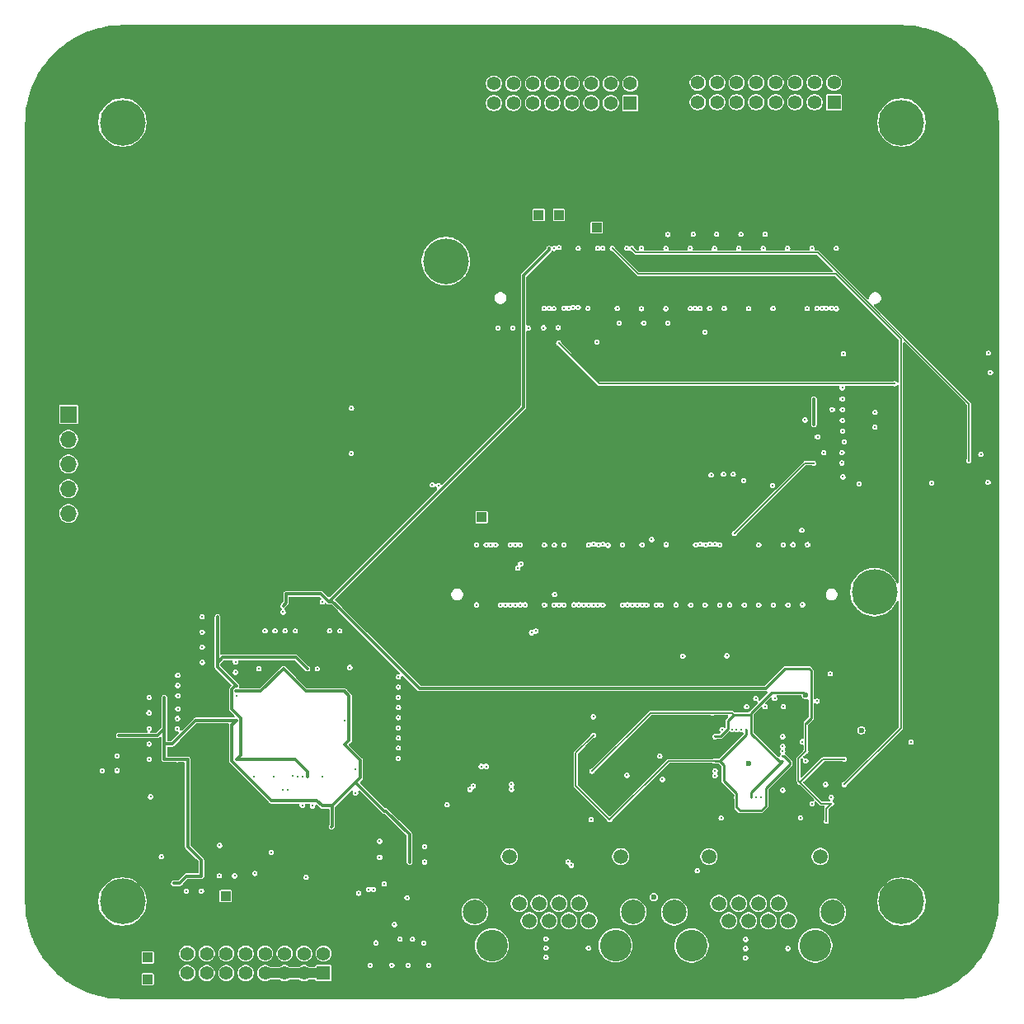
<source format=gbr>
%TF.GenerationSoftware,KiCad,Pcbnew,9.0.0*%
%TF.CreationDate,2025-08-10T01:38:07-07:00*%
%TF.ProjectId,imx8x_carrier_v2,696d7838-785f-4636-9172-726965725f76,A*%
%TF.SameCoordinates,Original*%
%TF.FileFunction,Copper,L3,Inr*%
%TF.FilePolarity,Positive*%
%FSLAX46Y46*%
G04 Gerber Fmt 4.6, Leading zero omitted, Abs format (unit mm)*
G04 Created by KiCad (PCBNEW 9.0.0) date 2025-08-10 01:38:07*
%MOMM*%
%LPD*%
G01*
G04 APERTURE LIST*
%TA.AperFunction,ComponentPad*%
%ADD10R,1.700000X1.700000*%
%TD*%
%TA.AperFunction,ComponentPad*%
%ADD11O,1.700000X1.700000*%
%TD*%
%TA.AperFunction,ComponentPad*%
%ADD12C,3.250000*%
%TD*%
%TA.AperFunction,ComponentPad*%
%ADD13C,1.520000*%
%TD*%
%TA.AperFunction,ComponentPad*%
%ADD14C,2.500000*%
%TD*%
%TA.AperFunction,ComponentPad*%
%ADD15R,1.400000X1.400000*%
%TD*%
%TA.AperFunction,ComponentPad*%
%ADD16C,1.400000*%
%TD*%
%TA.AperFunction,ComponentPad*%
%ADD17R,1.000000X1.000000*%
%TD*%
%TA.AperFunction,ComponentPad*%
%ADD18C,4.700000*%
%TD*%
%TA.AperFunction,ViaPad*%
%ADD19C,0.300000*%
%TD*%
%TA.AperFunction,ViaPad*%
%ADD20C,0.600000*%
%TD*%
%TA.AperFunction,Conductor*%
%ADD21C,0.150000*%
%TD*%
%TA.AperFunction,Conductor*%
%ADD22C,1.000000*%
%TD*%
%TA.AperFunction,Conductor*%
%ADD23C,0.250000*%
%TD*%
%TA.AperFunction,Conductor*%
%ADD24C,0.300000*%
%TD*%
G04 APERTURE END LIST*
D10*
%TO.N,X_ADMA_UART2_RX*%
%TO.C,J3*%
X71297800Y-65633600D03*
D11*
%TO.N,X_ADMA_UART2_TX*%
X71297800Y-68173600D03*
%TO.N,GND*%
X71297800Y-70713600D03*
X71297800Y-73253600D03*
X71297800Y-75793600D03*
%TD*%
D12*
%TO.N,*%
%TO.C,RJ1*%
X114790000Y-120140000D03*
X127490000Y-120140000D03*
D13*
%TO.N,X_ETH0_A_TX_P*%
X124720000Y-117600000D03*
%TO.N,X_ETH0_A_TX_N*%
X123700000Y-115820000D03*
%TO.N,X_ETH0_B_TX_P*%
X122680000Y-117600000D03*
%TO.N,X_ETH0_C_TXCLK_P*%
X121660000Y-115820000D03*
%TO.N,X_ETH0_C_TXCLK_N*%
X120640000Y-117600000D03*
%TO.N,X_ETH0_B_TX_N*%
X119620000Y-115820000D03*
%TO.N,X_ETH0_D_RXDV_P*%
X118600000Y-117600000D03*
%TO.N,X_ETH0_D_RXDV_N*%
X117580000Y-115820000D03*
%TO.N,Net-(RJ1-L-)*%
X128000000Y-111000000D03*
%TO.N,VCC_3V3_OUT*%
X125710000Y-111000000D03*
%TO.N,Net-(RJ1-R-)*%
X116570000Y-111000000D03*
%TO.N,VCC_3V3_OUT*%
X114280000Y-111000000D03*
D14*
%TO.N,GNDPWR*%
X113010000Y-116710000D03*
X129270000Y-116710000D03*
%TD*%
D15*
%TO.N,X_ADMA_SPI2_CS0*%
%TO.C,CN2*%
X149910800Y-33546800D03*
D16*
%TO.N,X_LSIO_QSPI0B_DATA3*%
X149910800Y-31546800D03*
%TO.N,X_ADMA_SPI2_CS1*%
X147910800Y-33546800D03*
%TO.N,X_LSIO_QSPI0B_DATA2*%
X147910800Y-31546800D03*
%TO.N,X_ADMA_SPI2_SCK*%
X145910800Y-33546800D03*
%TO.N,X_LSIO_QSPI0B_DATA1*%
X145910800Y-31546800D03*
%TO.N,X_ADMA_SPI2_SDI*%
X143910800Y-33546800D03*
%TO.N,X_LSIO_QSPI0B_DATA0*%
X143910800Y-31546800D03*
%TO.N,X_ADMA_SPI2_SDO*%
X141910800Y-33546800D03*
%TO.N,X_LSIO_QSPI0B_DQS*%
X141910800Y-31546800D03*
%TO.N,X_LSIO_QSPIOB_SS0_B*%
X139910800Y-33546800D03*
%TO.N,X_LSIO_QSPI0B_SCLK*%
X139910800Y-31546800D03*
%TO.N,X_LSIO_QSPIOB_SS1_B*%
X137910800Y-33546800D03*
%TO.N,GND*%
X137910800Y-31546800D03*
X135910800Y-33546800D03*
X135910800Y-31546800D03*
%TD*%
D17*
%TO.N,Net-(CN1-Pad8)*%
%TO.C,TP10*%
X79425800Y-121386600D03*
%TD*%
%TO.N,VCC_1V8_OUT*%
%TO.C,TP12*%
X119590200Y-45111600D03*
%TD*%
%TO.N,Net-(CN1-Pad6)*%
%TO.C,TP9*%
X79425800Y-123621800D03*
%TD*%
D18*
%TO.N,GND*%
%TO.C,H3*%
X76840200Y-115628400D03*
%TD*%
D12*
%TO.N,*%
%TO.C,RJ2*%
X135280001Y-120150001D03*
X147980001Y-120150001D03*
D13*
%TO.N,ETH1_A_TX_P*%
X145210001Y-117610001D03*
%TO.N,ETH1_A_TX_N*%
X144190001Y-115830001D03*
%TO.N,ETH1_B_TX_P*%
X143170001Y-117610001D03*
%TO.N,ETH1_C_TXCLK_P*%
X142150001Y-115830001D03*
%TO.N,ETH1_C_TXCLK_N*%
X141130001Y-117610001D03*
%TO.N,ETH1_B_TX_N*%
X140110001Y-115830001D03*
%TO.N,ETH1_D_RXDV_P*%
X139090001Y-117610001D03*
%TO.N,ETH1_D_RXDV_N*%
X138070001Y-115830001D03*
%TO.N,Net-(RJ2-L-)*%
X148490001Y-111010001D03*
%TO.N,VCC_3V3_OUT*%
X146200001Y-111010001D03*
%TO.N,Net-(RJ2-R-)*%
X137060001Y-111010001D03*
%TO.N,VCC_3V3_OUT*%
X134770001Y-111010001D03*
D14*
%TO.N,GNDPWR*%
X133500001Y-116720001D03*
X149760001Y-116720001D03*
%TD*%
D18*
%TO.N,GND*%
%TO.C,H2*%
X156840200Y-115628400D03*
%TD*%
D15*
%TO.N,VCC_3V3*%
%TO.C,CN1*%
X97490000Y-122980000D03*
D16*
%TO.N,X_ADMA_I2C0_SCL*%
X97490000Y-120980000D03*
%TO.N,VCC_3V3*%
X95490000Y-122980000D03*
%TO.N,X_ADMA_I2C0_SDA*%
X95490000Y-120980000D03*
%TO.N,VCC_3V3*%
X93490000Y-122980000D03*
%TO.N,Net-(CN1-Pad6)*%
X93490000Y-120980000D03*
%TO.N,VCC_3V3*%
X91490000Y-122980000D03*
%TO.N,Net-(CN1-Pad8)*%
X91490000Y-120980000D03*
%TO.N,GND*%
X89490000Y-122980000D03*
%TO.N,Net-(CN1-Pad10)*%
X89490000Y-120980000D03*
%TO.N,GND*%
X87490000Y-122980000D03*
%TO.N,X_LSIO_GPIO1_IO10*%
X87490000Y-120980000D03*
%TO.N,GND*%
X85490000Y-122980000D03*
%TO.N,X_LSIO_GPIO1_IO09*%
X85490000Y-120980000D03*
%TO.N,GND*%
X83490000Y-122980000D03*
%TO.N,X_SCU_WDOG0_WDOG_OUT*%
X83490000Y-120980000D03*
%TD*%
D18*
%TO.N,GND*%
%TO.C,H4*%
X76840200Y-35628400D03*
%TD*%
%TO.N,GND*%
%TO.C,H6*%
X154052300Y-83866000D03*
%TD*%
D15*
%TO.N,X_LSIO_GPIO1_IO12*%
%TO.C,CN3*%
X128981200Y-33629600D03*
D16*
%TO.N,X_LSIO_GPIO1_IO25*%
X128981200Y-31629600D03*
%TO.N,X_LSIO_GPIO1_IO13*%
X126981200Y-33629600D03*
%TO.N,X_LSIO_GPIO1_IO26*%
X126981200Y-31629600D03*
%TO.N,X_LSIO_GPIO1_IO14*%
X124981200Y-33629600D03*
%TO.N,X_LSIO_GPIO1_IO29*%
X124981200Y-31629600D03*
%TO.N,X_LSO_GPIO1_IO17*%
X122981200Y-33629600D03*
%TO.N,X_LSIO_GPIO1_IO30*%
X122981200Y-31629600D03*
%TO.N,X_LSO_GPIO1_IO18*%
X120981200Y-33629600D03*
%TO.N,X_ADMA_I2C3_SCL*%
X120981200Y-31629600D03*
%TO.N,X_LSO_GPIO1_IO19*%
X118981200Y-33629600D03*
%TO.N,X_ADMA_I2C3_SDA*%
X118981200Y-31629600D03*
%TO.N,X_LSO_GPIO1_IO20*%
X116981200Y-33629600D03*
%TO.N,GND*%
X116981200Y-31629600D03*
X114981200Y-33629600D03*
X114981200Y-31629600D03*
%TD*%
D17*
%TO.N,X_SCU_WDOG0_WDOG_OUT*%
%TO.C,TP8*%
X121660000Y-45110000D03*
%TD*%
%TO.N,X_ETH0_INT*%
%TO.C,TP1*%
X113741200Y-76174600D03*
%TD*%
%TO.N,VCC_3V3_OUT*%
%TO.C,TP7*%
X117485000Y-45110000D03*
%TD*%
D18*
%TO.N,GND*%
%TO.C,H5*%
X110040000Y-49860000D03*
%TD*%
D17*
%TO.N,X_POR_B_3V3*%
%TO.C,TP2*%
X125550000Y-46420000D03*
%TD*%
%TO.N,Net-(CN1-Pad10)*%
%TO.C,TP11*%
X87426400Y-115074800D03*
%TD*%
D18*
%TO.N,GND*%
%TO.C,H1*%
X156840200Y-35628400D03*
%TD*%
D19*
%TO.N,Net-(Card1-CD{slash}DAT3)*%
X150750000Y-64000000D03*
%TO.N,GND*%
X82520000Y-95830000D03*
X122190000Y-78990000D03*
X133680000Y-85162000D03*
X135150000Y-48540000D03*
X165760000Y-59300000D03*
X103720000Y-113810000D03*
X86820000Y-109860000D03*
X134395003Y-90410738D03*
X103250000Y-111080000D03*
X128642505Y-102674835D03*
X105170000Y-97780000D03*
X85030000Y-91070000D03*
X88440000Y-92080000D03*
X84950000Y-114540000D03*
D20*
X131390000Y-115185000D03*
D19*
X150950000Y-68420000D03*
X106050000Y-115240000D03*
X144690000Y-79000000D03*
X106630000Y-119500000D03*
X147640000Y-48530000D03*
X132650000Y-48550000D03*
X124970001Y-107220001D03*
X150820000Y-72010000D03*
X100340000Y-69600000D03*
X97340000Y-102820000D03*
X110180000Y-105690000D03*
X92340000Y-102810000D03*
X95300000Y-105760000D03*
X135140000Y-54730000D03*
X86780000Y-112980000D03*
X165980000Y-61300000D03*
X94590000Y-87840000D03*
X147000003Y-101167335D03*
X118500000Y-56730000D03*
X129680000Y-85162000D03*
X150150000Y-48550000D03*
X120330001Y-120400000D03*
X132640000Y-54750000D03*
X105170000Y-96740000D03*
X96350000Y-105810000D03*
X150870000Y-59370000D03*
X96840000Y-91730000D03*
X79570000Y-97860000D03*
X154130000Y-65400000D03*
X143680000Y-85162000D03*
X79720000Y-104870000D03*
X147650003Y-105568137D03*
X130140000Y-48540000D03*
X115180000Y-78990000D03*
X95340000Y-102770000D03*
X118180000Y-85162000D03*
X140340000Y-47110000D03*
X82510000Y-92390000D03*
X107870000Y-109980000D03*
X121590000Y-56690000D03*
X150150000Y-54740000D03*
X79570000Y-94660000D03*
X107860000Y-111570000D03*
X148170003Y-95052335D03*
X147190000Y-78980000D03*
X128180000Y-85162000D03*
X120140000Y-54720000D03*
X152470000Y-72720000D03*
X99640000Y-97020000D03*
X92500000Y-87840000D03*
X83400000Y-114540000D03*
X100180000Y-91590000D03*
X116680000Y-85162000D03*
X146600000Y-77510000D03*
X137640000Y-48560000D03*
X141140000Y-54730000D03*
X92120000Y-110570000D03*
X149525003Y-92237335D03*
X102280000Y-122170000D03*
X94840000Y-102770000D03*
X105170000Y-92570000D03*
X132180000Y-85162000D03*
X128640000Y-48540000D03*
X140140000Y-48540000D03*
X105170000Y-93600000D03*
X125198900Y-96650900D03*
X122640000Y-54710000D03*
X93330000Y-85900000D03*
X93530000Y-87820000D03*
X85030000Y-87960000D03*
X154110000Y-66900000D03*
X132840000Y-47120000D03*
X90340000Y-102820000D03*
X113180000Y-85162000D03*
X100780000Y-102070000D03*
X116940000Y-56720000D03*
X82490000Y-96840000D03*
X127640000Y-54710000D03*
X135450000Y-47100000D03*
X145180000Y-85162000D03*
X100350000Y-64970000D03*
X88350000Y-113000000D03*
X135180000Y-85162000D03*
X104500000Y-122160000D03*
D20*
X141160003Y-101447335D03*
D19*
X145180000Y-120450000D03*
X146460000Y-107030000D03*
X121180000Y-85162000D03*
X76290000Y-102170000D03*
X139180000Y-85162000D03*
X82520000Y-93440000D03*
X85020000Y-86380000D03*
X76290000Y-100660000D03*
X105170000Y-98820000D03*
X88440000Y-91040000D03*
X142840000Y-47100000D03*
X132016200Y-100685600D03*
X82530000Y-94490000D03*
X130360000Y-56210000D03*
X140829999Y-120459999D03*
X140680000Y-85162000D03*
X125680000Y-85162000D03*
X142640000Y-48550000D03*
X130180000Y-78990000D03*
X124640000Y-54700000D03*
X125690000Y-79000000D03*
X117680000Y-78990000D03*
X138310003Y-107057335D03*
X82460000Y-97880000D03*
X102860000Y-119870000D03*
X88540000Y-94520000D03*
X145140000Y-48540000D03*
X79560000Y-96250000D03*
X124680000Y-120400000D03*
X79570000Y-99440000D03*
X123180000Y-85162000D03*
X138190000Y-78990000D03*
X148210000Y-67900000D03*
X123640000Y-48550000D03*
X149050003Y-103607335D03*
X121140000Y-48560000D03*
X105160000Y-94650000D03*
X107790000Y-119880000D03*
X90840000Y-91710000D03*
X125640000Y-48540000D03*
X105180000Y-95690000D03*
X91480000Y-87840000D03*
X132290003Y-103087335D03*
X103250000Y-109440000D03*
X130140000Y-54740000D03*
X135690000Y-78980000D03*
X132850000Y-56210000D03*
X132680000Y-78970000D03*
X97360000Y-84850000D03*
X157810000Y-99250000D03*
X127850000Y-56220000D03*
X105170000Y-99860000D03*
X138180000Y-85162000D03*
X136680000Y-85162000D03*
X143640000Y-54720000D03*
X165730000Y-72570000D03*
X105170000Y-100910000D03*
X146680000Y-85150000D03*
X79570000Y-101000000D03*
X128180000Y-78990000D03*
X142180000Y-85162000D03*
X99160000Y-87840000D03*
X90440000Y-112750000D03*
X142190000Y-79000000D03*
X125560000Y-58160000D03*
X147140000Y-54730000D03*
X137850000Y-47100000D03*
X120090000Y-56710000D03*
X100780000Y-104480000D03*
X136650000Y-57160000D03*
X108290000Y-122170000D03*
X138910003Y-90387334D03*
X137140000Y-54710000D03*
X106180000Y-122160000D03*
X120180000Y-79000000D03*
X85030000Y-89500000D03*
X113180000Y-78990000D03*
X98100000Y-87820000D03*
X146930000Y-66170000D03*
X95710000Y-113140000D03*
X145680000Y-78980000D03*
X80830000Y-111030000D03*
X138640000Y-54710000D03*
X115390000Y-56720000D03*
%TO.N,Net-(Card1-VDD)*%
X150760000Y-66220000D03*
%TO.N,X_CONN_USDHC1_CD_B*%
X159930000Y-72650000D03*
%TO.N,Net-(Card1-CMD)*%
X150770000Y-65110000D03*
%TO.N,Net-(Card1-DAT0)*%
X150730000Y-69520000D03*
%TO.N,X_CONN_USDHC1_CLK*%
X138560000Y-71750000D03*
X150790000Y-67320000D03*
%TO.N,Net-(Card1-DAT2)*%
X150760000Y-62870000D03*
%TO.N,Net-(Card1-DAT1)*%
X150720000Y-70590000D03*
%TO.N,VCC_3V3*%
X121630000Y-58280000D03*
X156120000Y-62450000D03*
%TO.N,X_SCU_WDOG0_WDOG_OUT*%
X121660000Y-48470000D03*
%TO.N,X_ADMA_SPI2_CS1*%
X131170000Y-78460600D03*
%TO.N,VDD_ETH_1V0*%
X141410003Y-104917335D03*
X137690003Y-98697335D03*
X137380003Y-96267334D03*
X141410003Y-97977335D03*
D20*
X147010003Y-94417335D03*
D19*
X144630003Y-101197335D03*
X125062231Y-102249775D03*
%TO.N,VCC_ENET_2V5*%
X144630003Y-100697335D03*
D20*
X152718669Y-98028669D03*
D19*
X139910003Y-104917335D03*
X142910003Y-104917335D03*
X140910003Y-97977335D03*
X126870001Y-107220001D03*
X137690003Y-101197335D03*
X125198900Y-98550900D03*
%TO.N,3V3_FTDI*%
X99650000Y-94020000D03*
X106310000Y-110000000D03*
X81130000Y-94660000D03*
X82100000Y-113760000D03*
X81110000Y-96270000D03*
X83410000Y-113000000D03*
X98320000Y-107950000D03*
X83530000Y-101030000D03*
X88540000Y-94030000D03*
X84950000Y-112990000D03*
X97330000Y-105810000D03*
X93350000Y-91710000D03*
X103900000Y-106340000D03*
X84640000Y-111080000D03*
X81110000Y-97860000D03*
X106320000Y-111590000D03*
X76450000Y-98580000D03*
X88540000Y-97030000D03*
X81120000Y-101010000D03*
X81110000Y-99440000D03*
X100780000Y-103410000D03*
X99630000Y-99520000D03*
X82480000Y-101050000D03*
X82460000Y-98920000D03*
%TO.N,1V8_FTDI*%
X86590000Y-87970000D03*
X86590000Y-86380000D03*
X95840000Y-91710000D03*
X88550000Y-93520000D03*
X95840000Y-102820000D03*
X86580000Y-89500000D03*
X86580000Y-91090000D03*
X88540000Y-101030000D03*
%TO.N,X_ADMA_I2C3_SDA*%
X121190000Y-79030000D03*
%TO.N,X_ADMA_I2C3_SCL*%
X120180000Y-85162000D03*
%TO.N,X_LSO_GPIO1_IO20*%
X125190000Y-78930000D03*
%TO.N,X_ETH_GPIO1*%
X144630003Y-100197335D03*
X118850000Y-88030000D03*
X117440000Y-81390000D03*
%TO.N,X_LSO_GPIO1_IO17*%
X126700000Y-79050000D03*
%TO.N,X_CONN_ENET1_TXD1*%
X123680000Y-85162000D03*
X139410000Y-97970000D03*
%TO.N,X_CONN_ENET1_RXD3*%
X126180000Y-85162000D03*
X144710003Y-95607335D03*
%TO.N,X_CONN_ENET1_RXD2*%
X125180000Y-85162000D03*
X143810000Y-94765535D03*
%TO.N,X_ADMA_UART2_TX*%
X109270000Y-72900000D03*
%TO.N,X_ADMA_SPI2_SDO*%
X136170000Y-78950000D03*
%TO.N,X_CONN_ENET1_RXD0*%
X141870000Y-94777336D03*
%TO.N,X_ADMA_SPI2_CS0*%
X137680000Y-78940000D03*
%TO.N,X_CONN_ETH0_MDIO*%
X114680000Y-78990000D03*
X137690003Y-102197335D03*
%TO.N,X_ETH0_LED0*%
X117180000Y-78990000D03*
%TO.N,X_ETH_GPIO0*%
X117730000Y-80930000D03*
X119291029Y-87853588D03*
X144630003Y-99697335D03*
%TO.N,X_ADMA_SPI2_SDI*%
X136700000Y-78990000D03*
%TO.N,X_CONN_ENET1_TXD0*%
X139910000Y-97960000D03*
X124180000Y-85162000D03*
%TO.N,X_BOOT_MODE2*%
X130680000Y-85162000D03*
%TO.N,X_CONN_ENET1_TXD2*%
X129180000Y-85162000D03*
%TO.N,X_CONN_ENET1_RXC*%
X140930003Y-95627336D03*
%TO.N,X_CONN_ENET1_TXC*%
X140410003Y-97977335D03*
X128680000Y-85162000D03*
%TO.N,X_BOOT_MODE3*%
X130180000Y-85162000D03*
%TO.N,VCC_LDO_SD1*%
X139680000Y-77830000D03*
X147850000Y-66670000D03*
X147850000Y-64000000D03*
X147790000Y-70620000D03*
%TO.N,X_LSO_GPIO1_IO18*%
X126190000Y-78950000D03*
%TO.N,X_ADMA_UART2_RX*%
X108650000Y-72850000D03*
%TO.N,X_CONN_ETH0_MDC*%
X137690003Y-102697335D03*
X114180000Y-78990000D03*
%TO.N,X_CONN_ENET1_RXD1*%
X142830003Y-95617335D03*
X124680000Y-85162000D03*
%TO.N,X_ADMA_SPI2_SCK*%
X137200000Y-78940000D03*
%TO.N,X_CONN_ENET1_TXD3*%
X138410003Y-97977335D03*
%TO.N,X_BOOT_MODE0*%
X164980000Y-69710000D03*
X131680000Y-85162000D03*
%TO.N,X_ADMA_I2C0_SCL*%
X136140000Y-54722000D03*
%TO.N,X_ETH0_LED1*%
X116680000Y-78990000D03*
%TO.N,X_CONN_ENET1_REFCLK*%
X121680000Y-85162000D03*
%TO.N,X_LSO_GPIO1_IO19*%
X124700000Y-79010000D03*
%TO.N,X_CONN_ENET1_TX_CTL*%
X144630003Y-98697335D03*
%TO.N,X_CONN_ENET1_RX_CTL*%
X122180000Y-85162000D03*
X146630002Y-99227335D03*
%TO.N,X_LSIO_GPIO1_IO13*%
X120660000Y-54720000D03*
%TO.N,X_LSIO_QSPI0B_DATA3*%
X148150000Y-54710000D03*
%TO.N,X_LSIO_GPIO1_IO09*%
X123650000Y-54620000D03*
%TO.N,X_LSIO_QSPI0B_DATA1*%
X149120000Y-54700000D03*
%TO.N,VCC_SCU_1V8*%
X129150000Y-48560000D03*
X163760000Y-70360000D03*
%TO.N,X_LSIO_GPIO1_IO14*%
X122160000Y-54700000D03*
%TO.N,X_ADMA_I2C0_SDA*%
X135640000Y-54722000D03*
%TO.N,VCC_1V8_OUT*%
X93630000Y-84040000D03*
X149111803Y-107388337D03*
X93340000Y-85270000D03*
X150950003Y-101007335D03*
X99230000Y-85690000D03*
X147340000Y-91707335D03*
X147080003Y-97267336D03*
X146418406Y-103368338D03*
X98010000Y-84850000D03*
X120650000Y-48550000D03*
X142850000Y-93757336D03*
X149630003Y-105568137D03*
X147000004Y-100197335D03*
%TO.N,VCC_3V3_OUT*%
X120150000Y-48530000D03*
X79510000Y-102380000D03*
X98010000Y-86740000D03*
X153820000Y-95470000D03*
X95240000Y-85250000D03*
X153496602Y-93050538D03*
X146630000Y-67910000D03*
X146650002Y-102207335D03*
X103026400Y-63754000D03*
%TO.N,X_LSIO_GPIO1_IO12*%
X121140000Y-54730000D03*
%TO.N,X_POR_B_1V8*%
X150950003Y-103607335D03*
X127140000Y-48550000D03*
%TO.N,X_LSIO_QSPI0B_DATA0*%
X149650000Y-54700000D03*
%TO.N,X_LSIO_GPIO1_IO10*%
X123130000Y-54620000D03*
%TO.N,X_LSIO_QSPI0B_DATA2*%
X148644997Y-54700000D03*
%TO.N,X_PGOOD*%
X121220000Y-84090000D03*
X126150000Y-48530000D03*
%TO.N,Net-(Q1-D)*%
X144630003Y-104197335D03*
%TO.N,ETH1_B_TX_P*%
X142410003Y-104917335D03*
%TO.N,ETH1_C_TXCLK_P*%
X140829999Y-119509999D03*
%TO.N,/Debug USB - UART/DEBUG_USB_DP*%
X104758400Y-118000000D03*
X105340000Y-119490000D03*
X102621600Y-114380000D03*
X93841600Y-104167267D03*
X101090000Y-114770000D03*
%TO.N,ETH1_LED1*%
X135870001Y-112460001D03*
X149630003Y-104918137D03*
%TO.N,Net-(U4-VPLL)*%
X94350000Y-102760000D03*
X74760000Y-102190000D03*
%TO.N,X_CONN_USDHC1_CMD*%
X137290000Y-71830000D03*
X149730000Y-65100000D03*
%TO.N,X_CONN_USDHC1_DATA0*%
X148860000Y-69540000D03*
X139560000Y-71750000D03*
%TO.N,X_CONN_USDHC1_DATA1*%
X143600000Y-72890000D03*
X140630000Y-72400000D03*
%TO.N,ETH1_C_TXCLK_N*%
X140829999Y-121409999D03*
%TO.N,ETH1_B_TX_N*%
X141910003Y-104917335D03*
%TO.N,/Debug USB - UART/DEBUG_USB_DN*%
X102118400Y-114380000D03*
X93338400Y-104167267D03*
%TO.N,X_ETH0_B_TX_N*%
X112512092Y-104117908D03*
%TO.N,X_ETH0_C_TXCLK_N*%
X116180000Y-85162000D03*
X122592092Y-111552092D03*
X120330001Y-121350000D03*
%TO.N,X_ETH0_C_TXCLK_P*%
X115680000Y-85162000D03*
X120330001Y-119450000D03*
X122947908Y-111907908D03*
%TO.N,X_ETH0_B_TX_P*%
X112867908Y-103762092D03*
%TO.N,X_ETH0_A_TX_P*%
X113678400Y-101750000D03*
%TO.N,X_ETH0_D_RXDV_N*%
X117680000Y-85162000D03*
X116790000Y-104101600D03*
%TO.N,X_ETH0_D_RXDV_P*%
X117180000Y-85162000D03*
X116790000Y-103598400D03*
%TO.N,X_ETH0_A_TX_N*%
X114181600Y-101750000D03*
%TD*%
D21*
%TO.N,VCC_3V3*%
X121630000Y-58280000D02*
X125800000Y-62450000D01*
D22*
X91490000Y-122980000D02*
X97550000Y-122980000D01*
X97550000Y-122980000D02*
X97560000Y-122970000D01*
D21*
X125800000Y-62450000D02*
X156120000Y-62450000D01*
%TO.N,VDD_ETH_1V0*%
X131044672Y-96267334D02*
X137380003Y-96267334D01*
D23*
X144235003Y-101197335D02*
X141410003Y-98372335D01*
X139034000Y-97008200D02*
X139034000Y-97885083D01*
X141410003Y-98372335D02*
X141410003Y-97977335D01*
D21*
X139472734Y-96267334D02*
X139623800Y-96418400D01*
D23*
X146752668Y-94160000D02*
X147010003Y-94417335D01*
D21*
X125062231Y-102249775D02*
X131044672Y-96267334D01*
D23*
X141410003Y-97400003D02*
X141410003Y-97977335D01*
X138221748Y-98697335D02*
X137690003Y-98697335D01*
X139034000Y-97885083D02*
X138221748Y-98697335D01*
X143500000Y-94160000D02*
X146752668Y-94160000D01*
X141410003Y-97400003D02*
X141410003Y-96249997D01*
X141410003Y-96418400D02*
X139623800Y-96418400D01*
X139623800Y-96418400D02*
X139034000Y-97008200D01*
X141410003Y-96249997D02*
X143500000Y-94160000D01*
X141410003Y-97400003D02*
X141410003Y-96418400D01*
X141410003Y-104917335D02*
X141410003Y-104417335D01*
X144630003Y-101197335D02*
X144235003Y-101197335D01*
X141410003Y-104417335D02*
X144630003Y-101197335D01*
D21*
X137380003Y-96267334D02*
X139472734Y-96267334D01*
%TO.N,VCC_ENET_2V5*%
X123393200Y-100356600D02*
X123393200Y-103743200D01*
D23*
X142910003Y-105819997D02*
X142910003Y-104917335D01*
X144630003Y-100697335D02*
X144767814Y-100697335D01*
X140910003Y-98479997D02*
X138192665Y-101197335D01*
X138177335Y-101197335D02*
X138590000Y-101610000D01*
X142910003Y-104019997D02*
X142910003Y-104917335D01*
D21*
X123393200Y-103743200D02*
X126870001Y-107220001D01*
D23*
X139910003Y-104510003D02*
X139910003Y-104917335D01*
X142410000Y-106320000D02*
X142910003Y-105819997D01*
D21*
X126870001Y-107220001D02*
X132892667Y-101197335D01*
D23*
X138590000Y-103190000D02*
X139910003Y-104510003D01*
X138192665Y-101197335D02*
X137690003Y-101197335D01*
D21*
X132892667Y-101197335D02*
X137690003Y-101197335D01*
D23*
X144767814Y-100697335D02*
X145380000Y-101309521D01*
X138590000Y-101610000D02*
X138590000Y-103190000D01*
X145380000Y-101550000D02*
X142910003Y-104019997D01*
X139910003Y-105940003D02*
X140290000Y-106320000D01*
X139910003Y-104917335D02*
X139910003Y-105940003D01*
D21*
X125198900Y-98550900D02*
X123393200Y-100356600D01*
D23*
X137690003Y-101197335D02*
X138177335Y-101197335D01*
X140910003Y-97977335D02*
X140910003Y-98479997D01*
X145380000Y-101309521D02*
X145380000Y-101550000D01*
X140290000Y-106320000D02*
X142410000Y-106320000D01*
D24*
%TO.N,3V3_FTDI*%
X93350000Y-91710000D02*
X95670000Y-94030000D01*
X82460000Y-98920000D02*
X81940000Y-99440000D01*
X84340000Y-97030000D02*
X82460000Y-98910000D01*
X100770000Y-103420000D02*
X98380000Y-105810000D01*
X82490000Y-101040000D02*
X83530000Y-101040000D01*
X82680000Y-113760000D02*
X83420000Y-113020000D01*
X83530000Y-109970000D02*
X83530000Y-101030000D01*
X100116000Y-99044000D02*
X99630000Y-99530000D01*
X82480000Y-101030000D02*
X82490000Y-101040000D01*
X99630000Y-99530000D02*
X101256000Y-101156000D01*
X106320000Y-108740000D02*
X106320000Y-110000000D01*
X98380000Y-107890000D02*
X98320000Y-107950000D01*
X84940000Y-113020000D02*
X84950000Y-113010000D01*
X82100000Y-113760000D02*
X82680000Y-113760000D01*
X106320000Y-110000000D02*
X106320000Y-111580000D01*
X100780000Y-103410000D02*
X103710000Y-106340000D01*
X81130000Y-101030000D02*
X82480000Y-101030000D01*
X91030000Y-94030000D02*
X88510000Y-94030000D01*
X81130000Y-94660000D02*
X81130000Y-101030000D01*
X101256000Y-102934000D02*
X100770000Y-103420000D01*
X101256000Y-101156000D02*
X101256000Y-102934000D01*
X99650000Y-94030000D02*
X100116000Y-94496000D01*
X100116000Y-94496000D02*
X100116000Y-99044000D01*
X95670000Y-94030000D02*
X99650000Y-94030000D01*
X103710000Y-106340000D02*
X103920000Y-106340000D01*
X98380000Y-105810000D02*
X97330000Y-105810000D01*
X84950000Y-111400000D02*
X84670000Y-111120000D01*
X96814000Y-105284000D02*
X97340000Y-105810000D01*
X88540000Y-97030000D02*
X84340000Y-97030000D01*
X92120834Y-105284000D02*
X96814000Y-105284000D01*
X93350000Y-91710000D02*
X91030000Y-94030000D01*
X98380000Y-105810000D02*
X98380000Y-107890000D01*
X76450000Y-98580000D02*
X80410000Y-98580000D01*
X88064000Y-97506000D02*
X88064000Y-101227166D01*
X83420000Y-113020000D02*
X84940000Y-113020000D01*
X81940000Y-99440000D02*
X81100000Y-99440000D01*
X106320000Y-111580000D02*
X106330000Y-111590000D01*
X88064000Y-101227166D02*
X92120834Y-105284000D01*
X88540000Y-97030000D02*
X88064000Y-97506000D01*
X84640000Y-111080000D02*
X83530000Y-109970000D01*
X84950000Y-113010000D02*
X84950000Y-111400000D01*
X103920000Y-106340000D02*
X106320000Y-108740000D01*
X80410000Y-98580000D02*
X81110000Y-97880000D01*
%TO.N,1V8_FTDI*%
X86580000Y-91090000D02*
X87106000Y-90564000D01*
X95840000Y-102340000D02*
X94530000Y-101030000D01*
X86590000Y-91090000D02*
X86580000Y-91100000D01*
X86580000Y-91530000D02*
X88560000Y-93510000D01*
X94530000Y-101030000D02*
X88540000Y-101030000D01*
X88550000Y-93520000D02*
X88376834Y-93520000D01*
X94664000Y-90564000D02*
X95810000Y-91710000D01*
X86590000Y-86380000D02*
X86590000Y-91090000D01*
X89016000Y-96832834D02*
X89016000Y-100564000D01*
X88064000Y-95880834D02*
X89016000Y-96832834D01*
X87106000Y-90564000D02*
X94664000Y-90564000D01*
X88376834Y-93520000D02*
X88064000Y-93832834D01*
X89016000Y-100564000D02*
X88540000Y-101040000D01*
X86580000Y-91100000D02*
X86580000Y-91530000D01*
X95840000Y-102820000D02*
X95840000Y-102340000D01*
X88064000Y-93832834D02*
X88064000Y-95880834D01*
%TO.N,VCC_LDO_SD1*%
X147850000Y-66660000D02*
X147840000Y-66670000D01*
D21*
X146890000Y-70620000D02*
X147790000Y-70620000D01*
X139680000Y-77830000D02*
X146890000Y-70620000D01*
D24*
X147850000Y-64000000D02*
X147850000Y-66660000D01*
D21*
%TO.N,VCC_SCU_1V8*%
X163760000Y-64505032D02*
X163760000Y-70360000D01*
X129570000Y-48980000D02*
X148234968Y-48980000D01*
X129150000Y-48560000D02*
X129570000Y-48980000D01*
X148234968Y-48980000D02*
X163760000Y-64505032D01*
D24*
%TO.N,VCC_1V8_OUT*%
X98010000Y-84830000D02*
X98420000Y-84830000D01*
X120664000Y-48689166D02*
X120664000Y-48550000D01*
D21*
X149630003Y-105568137D02*
X148618205Y-105568137D01*
D24*
X93630000Y-84970000D02*
X93360000Y-85240000D01*
D21*
X149111803Y-107388337D02*
X149111803Y-106086337D01*
D23*
X147340000Y-91707335D02*
X147536003Y-91903338D01*
D24*
X93630000Y-84040000D02*
X93630000Y-84970000D01*
X98420000Y-84830000D02*
X99240000Y-85650000D01*
D21*
X147000004Y-97347335D02*
X147080003Y-97267336D01*
D24*
X98010000Y-84826834D02*
X98010000Y-84830000D01*
X99240000Y-85650000D02*
X107350000Y-93760000D01*
X97223166Y-84040000D02*
X98010000Y-84826834D01*
D21*
X146418406Y-103368338D02*
X146249002Y-103198934D01*
X146249002Y-103198934D02*
X146249002Y-100948337D01*
D24*
X118024000Y-64836000D02*
X118024000Y-51329166D01*
D21*
X149111803Y-106086337D02*
X149630003Y-105568137D01*
D24*
X98010000Y-84850000D02*
X118024000Y-64836000D01*
D21*
X147000004Y-100197335D02*
X147000004Y-97347335D01*
D24*
X93630000Y-84040000D02*
X97223166Y-84040000D01*
D21*
X150950003Y-101007335D02*
X148779409Y-101007335D01*
X146249002Y-100948337D02*
X147000004Y-100197335D01*
D23*
X147340000Y-91707335D02*
X144900001Y-91707335D01*
X147536003Y-96811336D02*
X147080003Y-97267336D01*
D24*
X107350000Y-93760000D02*
X142870000Y-93760000D01*
D21*
X148618205Y-105568137D02*
X146418406Y-103368338D01*
D23*
X147536003Y-91903338D02*
X147536003Y-96811336D01*
D24*
X118024000Y-51329166D02*
X120664000Y-48689166D01*
D23*
X144900001Y-91707335D02*
X142850000Y-93757336D01*
D21*
X148779409Y-101007335D02*
X146418406Y-103368338D01*
D24*
%TO.N,VCC_3V3_OUT*%
X114280000Y-111000000D02*
X115291000Y-109989000D01*
X145189001Y-109999001D02*
X146200001Y-111010001D01*
D21*
X134770001Y-111010001D02*
X133824000Y-110064000D01*
D24*
X124699000Y-109989000D02*
X125710000Y-111000000D01*
X94094000Y-86376000D02*
X95220000Y-85250000D01*
X96730000Y-86760000D02*
X97980000Y-86760000D01*
D21*
X133824000Y-110064000D02*
X126646000Y-110064000D01*
D24*
X115291000Y-109989000D02*
X124699000Y-109989000D01*
D21*
X147082665Y-102207335D02*
X150775000Y-98515000D01*
D24*
X104240000Y-72756834D02*
X92854000Y-84142834D01*
X93132834Y-86376000D02*
X94094000Y-86376000D01*
D21*
X151351003Y-102639235D02*
X150031003Y-103959235D01*
D24*
X104240000Y-64967600D02*
X104240000Y-72756834D01*
X134770001Y-111010001D02*
X135781001Y-109999001D01*
X92854000Y-84142834D02*
X92854000Y-86097166D01*
D21*
X150031003Y-107178999D02*
X146200001Y-111010001D01*
D24*
X103026400Y-63754000D02*
X104240000Y-64967600D01*
D21*
X150775000Y-98515000D02*
X151351003Y-99091003D01*
X151351003Y-99091003D02*
X151351003Y-102639235D01*
D24*
X92854000Y-86097166D02*
X93132834Y-86376000D01*
X135781001Y-109999001D02*
X145189001Y-109999001D01*
D21*
X146650002Y-102207335D02*
X147082665Y-102207335D01*
X126646000Y-110064000D02*
X125710000Y-111000000D01*
X150031003Y-103959235D02*
X150031003Y-107178999D01*
D24*
X95220000Y-85250000D02*
X96730000Y-86760000D01*
D21*
X150775000Y-98515000D02*
X153820000Y-95470000D01*
%TO.N,X_POR_B_1V8*%
X129790000Y-51200000D02*
X150100000Y-51200000D01*
X127140000Y-48550000D02*
X129790000Y-51200000D01*
X156770000Y-97787338D02*
X150950003Y-103607335D01*
X150100000Y-51200000D02*
X156770000Y-57870000D01*
X156770000Y-57870000D02*
X156770000Y-97787338D01*
%TD*%
%TA.AperFunction,Conductor*%
%TO.N,VCC_3V3_OUT*%
G36*
X156842087Y-25628957D02*
G01*
X157382654Y-25645291D01*
X157386499Y-25645470D01*
X157511734Y-25653349D01*
X157515051Y-25653604D01*
X157990814Y-25696837D01*
X157995006Y-25697293D01*
X158116154Y-25712597D01*
X158119043Y-25713000D01*
X158595400Y-25785500D01*
X158599897Y-25786270D01*
X158713956Y-25808028D01*
X158716565Y-25808557D01*
X159159991Y-25903743D01*
X159194027Y-25911050D01*
X159198840Y-25912184D01*
X159302331Y-25938756D01*
X159304791Y-25939414D01*
X159784428Y-26073123D01*
X159789365Y-26074614D01*
X159822458Y-26085366D01*
X159878566Y-26103598D01*
X159880695Y-26104311D01*
X160026553Y-26154643D01*
X160364108Y-26271125D01*
X160369234Y-26273023D01*
X160439097Y-26300684D01*
X160440781Y-26301366D01*
X160930945Y-26504399D01*
X160936254Y-26506747D01*
X160979642Y-26527164D01*
X160981034Y-26527830D01*
X161482675Y-26772079D01*
X161488089Y-26774883D01*
X161494567Y-26778445D01*
X161495539Y-26778986D01*
X162010049Y-27069170D01*
X162016459Y-27073045D01*
X162517420Y-27396940D01*
X162523584Y-27401195D01*
X163004059Y-27754736D01*
X163009954Y-27759354D01*
X163468234Y-28141283D01*
X163473817Y-28146230D01*
X163649582Y-28311684D01*
X163908185Y-28555118D01*
X163913481Y-28560414D01*
X164111390Y-28770655D01*
X164322368Y-28994780D01*
X164327327Y-29000377D01*
X164709244Y-29458644D01*
X164713863Y-29464540D01*
X165067404Y-29945015D01*
X165071659Y-29951179D01*
X165395554Y-30452140D01*
X165399429Y-30458551D01*
X165689555Y-30972958D01*
X165690210Y-30974133D01*
X165693700Y-30980481D01*
X165696526Y-30985938D01*
X165940723Y-31487470D01*
X165941434Y-31488956D01*
X165961851Y-31532344D01*
X165964214Y-31537688D01*
X166167207Y-32027756D01*
X166167938Y-32029561D01*
X166195561Y-32099328D01*
X166197486Y-32104527D01*
X166364287Y-32587903D01*
X166365000Y-32590032D01*
X166393976Y-32679206D01*
X166395492Y-32684228D01*
X166529184Y-33163807D01*
X166529842Y-33166267D01*
X166556414Y-33269758D01*
X166557548Y-33274571D01*
X166660022Y-33751941D01*
X166660588Y-33754731D01*
X166682321Y-33868662D01*
X166683105Y-33873239D01*
X166755582Y-34349440D01*
X166756016Y-34352557D01*
X166771298Y-34473529D01*
X166771767Y-34477848D01*
X166814989Y-34953489D01*
X166815253Y-34956924D01*
X166823123Y-35082002D01*
X166823311Y-35086044D01*
X166839643Y-35626512D01*
X166839700Y-35630257D01*
X166839700Y-115626541D01*
X166839643Y-115630286D01*
X166823311Y-116170753D01*
X166823123Y-116174795D01*
X166815253Y-116299873D01*
X166814989Y-116303308D01*
X166771766Y-116778956D01*
X166771297Y-116783275D01*
X166756018Y-116904224D01*
X166755584Y-116907341D01*
X166683102Y-117383576D01*
X166682318Y-117388153D01*
X166660592Y-117502045D01*
X166660026Y-117504835D01*
X166557549Y-117982228D01*
X166556415Y-117987041D01*
X166529844Y-118090525D01*
X166529186Y-118092985D01*
X166395490Y-118572576D01*
X166393975Y-118577596D01*
X166365005Y-118666756D01*
X166364291Y-118668887D01*
X166197489Y-119152262D01*
X166195564Y-119157460D01*
X166167927Y-119227263D01*
X166167196Y-119229069D01*
X165964218Y-119719103D01*
X165961856Y-119724445D01*
X165941445Y-119767822D01*
X165940733Y-119769310D01*
X165696535Y-120270843D01*
X165693707Y-120276303D01*
X165690170Y-120282736D01*
X165689517Y-120283909D01*
X165399429Y-120798248D01*
X165395554Y-120804658D01*
X165071659Y-121305620D01*
X165067404Y-121311784D01*
X164713863Y-121792259D01*
X164709244Y-121798155D01*
X164327327Y-122256422D01*
X164322359Y-122262029D01*
X163913481Y-122696385D01*
X163908185Y-122701681D01*
X163473829Y-123110559D01*
X163468222Y-123115527D01*
X163009955Y-123497444D01*
X163004059Y-123502063D01*
X162523584Y-123855604D01*
X162517420Y-123859859D01*
X162016458Y-124183754D01*
X162010048Y-124187629D01*
X161495709Y-124477717D01*
X161494536Y-124478370D01*
X161488103Y-124481907D01*
X161482643Y-124484735D01*
X160981174Y-124728901D01*
X160979689Y-124729612D01*
X160936240Y-124750058D01*
X160930895Y-124752421D01*
X160440869Y-124955396D01*
X160439063Y-124956127D01*
X160369260Y-124983764D01*
X160364062Y-124985689D01*
X159880687Y-125152491D01*
X159878556Y-125153205D01*
X159789396Y-125182175D01*
X159784376Y-125183690D01*
X159304785Y-125317386D01*
X159302325Y-125318044D01*
X159198841Y-125344615D01*
X159194028Y-125345749D01*
X158716635Y-125448226D01*
X158713845Y-125448792D01*
X158599953Y-125470518D01*
X158595376Y-125471302D01*
X158119141Y-125543784D01*
X158116024Y-125544218D01*
X157995075Y-125559497D01*
X157990756Y-125559966D01*
X157515108Y-125603189D01*
X157511673Y-125603453D01*
X157386595Y-125611323D01*
X157382553Y-125611511D01*
X156842086Y-125627843D01*
X156838341Y-125627900D01*
X76842059Y-125627900D01*
X76838314Y-125627843D01*
X76297845Y-125611511D01*
X76293803Y-125611323D01*
X76168725Y-125603453D01*
X76165290Y-125603189D01*
X75689642Y-125559966D01*
X75685323Y-125559497D01*
X75564374Y-125544218D01*
X75561257Y-125543784D01*
X75085022Y-125471302D01*
X75080445Y-125470518D01*
X74966553Y-125448792D01*
X74963763Y-125448226D01*
X74486370Y-125345749D01*
X74481557Y-125344615D01*
X74378073Y-125318044D01*
X74375613Y-125317386D01*
X73896022Y-125183690D01*
X73891002Y-125182175D01*
X73801842Y-125153205D01*
X73799711Y-125152491D01*
X73316336Y-124985689D01*
X73311138Y-124983764D01*
X73241335Y-124956127D01*
X73239529Y-124955396D01*
X72749503Y-124752421D01*
X72744158Y-124750058D01*
X72700709Y-124729612D01*
X72699224Y-124728901D01*
X72197755Y-124484735D01*
X72192295Y-124481907D01*
X72185902Y-124478392D01*
X72184729Y-124477739D01*
X71670344Y-124187625D01*
X71663934Y-124183750D01*
X71426610Y-124030309D01*
X71162966Y-123859850D01*
X71156828Y-123855613D01*
X70772781Y-123573026D01*
X70676340Y-123502063D01*
X70670444Y-123497444D01*
X70311626Y-123198407D01*
X70212167Y-123115518D01*
X70206580Y-123110568D01*
X70205170Y-123109241D01*
X78798300Y-123109241D01*
X78798300Y-124134358D01*
X78805698Y-124171549D01*
X78833877Y-124213722D01*
X78876050Y-124241901D01*
X78876052Y-124241902D01*
X78904005Y-124247462D01*
X78913241Y-124249300D01*
X78913242Y-124249300D01*
X79938359Y-124249300D01*
X79945757Y-124247828D01*
X79975548Y-124241902D01*
X80017722Y-124213722D01*
X80045902Y-124171548D01*
X80053300Y-124134358D01*
X80053300Y-123109242D01*
X80045902Y-123072052D01*
X80045901Y-123072050D01*
X80017722Y-123029877D01*
X79975548Y-123001698D01*
X79938359Y-122994300D01*
X79938358Y-122994300D01*
X78913242Y-122994300D01*
X78913241Y-122994300D01*
X78876050Y-123001698D01*
X78833877Y-123029877D01*
X78805698Y-123072050D01*
X78798300Y-123109241D01*
X70205170Y-123109241D01*
X70047385Y-122960712D01*
X69981289Y-122898493D01*
X82662500Y-122898493D01*
X82662500Y-123061506D01*
X82694298Y-123221365D01*
X82694300Y-123221373D01*
X82756677Y-123371964D01*
X82756682Y-123371974D01*
X82847238Y-123507500D01*
X82847241Y-123507504D01*
X82962495Y-123622758D01*
X82962499Y-123622761D01*
X83098025Y-123713317D01*
X83098029Y-123713319D01*
X83098032Y-123713321D01*
X83248627Y-123775700D01*
X83408493Y-123807499D01*
X83408497Y-123807500D01*
X83408498Y-123807500D01*
X83571503Y-123807500D01*
X83571504Y-123807499D01*
X83731373Y-123775700D01*
X83881968Y-123713321D01*
X84017501Y-123622761D01*
X84132761Y-123507501D01*
X84223321Y-123371968D01*
X84285700Y-123221373D01*
X84317500Y-123061502D01*
X84317500Y-122898498D01*
X84317499Y-122898493D01*
X84662500Y-122898493D01*
X84662500Y-123061506D01*
X84694298Y-123221365D01*
X84694300Y-123221373D01*
X84756677Y-123371964D01*
X84756682Y-123371974D01*
X84847238Y-123507500D01*
X84847241Y-123507504D01*
X84962495Y-123622758D01*
X84962499Y-123622761D01*
X85098025Y-123713317D01*
X85098029Y-123713319D01*
X85098032Y-123713321D01*
X85248627Y-123775700D01*
X85408493Y-123807499D01*
X85408497Y-123807500D01*
X85408498Y-123807500D01*
X85571503Y-123807500D01*
X85571504Y-123807499D01*
X85731373Y-123775700D01*
X85881968Y-123713321D01*
X86017501Y-123622761D01*
X86132761Y-123507501D01*
X86223321Y-123371968D01*
X86285700Y-123221373D01*
X86317500Y-123061502D01*
X86317500Y-122898498D01*
X86317499Y-122898493D01*
X86662500Y-122898493D01*
X86662500Y-123061506D01*
X86694298Y-123221365D01*
X86694300Y-123221373D01*
X86756677Y-123371964D01*
X86756682Y-123371974D01*
X86847238Y-123507500D01*
X86847241Y-123507504D01*
X86962495Y-123622758D01*
X86962499Y-123622761D01*
X87098025Y-123713317D01*
X87098029Y-123713319D01*
X87098032Y-123713321D01*
X87248627Y-123775700D01*
X87408493Y-123807499D01*
X87408497Y-123807500D01*
X87408498Y-123807500D01*
X87571503Y-123807500D01*
X87571504Y-123807499D01*
X87731373Y-123775700D01*
X87881968Y-123713321D01*
X88017501Y-123622761D01*
X88132761Y-123507501D01*
X88223321Y-123371968D01*
X88285700Y-123221373D01*
X88317500Y-123061502D01*
X88317500Y-122898498D01*
X88317499Y-122898493D01*
X88662500Y-122898493D01*
X88662500Y-123061506D01*
X88694298Y-123221365D01*
X88694300Y-123221373D01*
X88756677Y-123371964D01*
X88756682Y-123371974D01*
X88847238Y-123507500D01*
X88847241Y-123507504D01*
X88962495Y-123622758D01*
X88962499Y-123622761D01*
X89098025Y-123713317D01*
X89098029Y-123713319D01*
X89098032Y-123713321D01*
X89248627Y-123775700D01*
X89408493Y-123807499D01*
X89408497Y-123807500D01*
X89408498Y-123807500D01*
X89571503Y-123807500D01*
X89571504Y-123807499D01*
X89731373Y-123775700D01*
X89881968Y-123713321D01*
X90017501Y-123622761D01*
X90132761Y-123507501D01*
X90223321Y-123371968D01*
X90285700Y-123221373D01*
X90317500Y-123061502D01*
X90317500Y-122898498D01*
X90317499Y-122898493D01*
X90662500Y-122898493D01*
X90662500Y-123061506D01*
X90694298Y-123221365D01*
X90694300Y-123221373D01*
X90756677Y-123371964D01*
X90756682Y-123371974D01*
X90847238Y-123507500D01*
X90847241Y-123507504D01*
X90962495Y-123622758D01*
X90962499Y-123622761D01*
X91098025Y-123713317D01*
X91098029Y-123713319D01*
X91098032Y-123713321D01*
X91248627Y-123775700D01*
X91408493Y-123807499D01*
X91408497Y-123807500D01*
X91408498Y-123807500D01*
X91571503Y-123807500D01*
X91571504Y-123807499D01*
X91731373Y-123775700D01*
X91881968Y-123713321D01*
X92009065Y-123628398D01*
X92075743Y-123607520D01*
X92077956Y-123607500D01*
X92902044Y-123607500D01*
X92969083Y-123627185D01*
X92970935Y-123628398D01*
X93098025Y-123713317D01*
X93098029Y-123713319D01*
X93098032Y-123713321D01*
X93248627Y-123775700D01*
X93408493Y-123807499D01*
X93408497Y-123807500D01*
X93408498Y-123807500D01*
X93571503Y-123807500D01*
X93571504Y-123807499D01*
X93731373Y-123775700D01*
X93881968Y-123713321D01*
X94009065Y-123628398D01*
X94075743Y-123607520D01*
X94077956Y-123607500D01*
X94902044Y-123607500D01*
X94969083Y-123627185D01*
X94970935Y-123628398D01*
X95098025Y-123713317D01*
X95098029Y-123713319D01*
X95098032Y-123713321D01*
X95248627Y-123775700D01*
X95408493Y-123807499D01*
X95408497Y-123807500D01*
X95408498Y-123807500D01*
X95571503Y-123807500D01*
X95571504Y-123807499D01*
X95731373Y-123775700D01*
X95881968Y-123713321D01*
X96009065Y-123628398D01*
X96075743Y-123607520D01*
X96077956Y-123607500D01*
X96543817Y-123607500D01*
X96610856Y-123627185D01*
X96656611Y-123679989D01*
X96665434Y-123707307D01*
X96669898Y-123729749D01*
X96698077Y-123771922D01*
X96740250Y-123800101D01*
X96740252Y-123800102D01*
X96768205Y-123805662D01*
X96777441Y-123807500D01*
X96777442Y-123807500D01*
X98202559Y-123807500D01*
X98209957Y-123806028D01*
X98239748Y-123800102D01*
X98281922Y-123771922D01*
X98310102Y-123729748D01*
X98317500Y-123692558D01*
X98317500Y-122267442D01*
X98310102Y-122230252D01*
X98294253Y-122206533D01*
X98286033Y-122194230D01*
X98281922Y-122188077D01*
X98239749Y-122159898D01*
X98202559Y-122152500D01*
X98202558Y-122152500D01*
X96777442Y-122152500D01*
X96777441Y-122152500D01*
X96740250Y-122159898D01*
X96698077Y-122188077D01*
X96669898Y-122230250D01*
X96665434Y-122252693D01*
X96633048Y-122314604D01*
X96572331Y-122349177D01*
X96543817Y-122352500D01*
X96077956Y-122352500D01*
X96010917Y-122332815D01*
X96009065Y-122331602D01*
X95881974Y-122246682D01*
X95881964Y-122246677D01*
X95731373Y-122184300D01*
X95731365Y-122184298D01*
X95571506Y-122152500D01*
X95571502Y-122152500D01*
X95408498Y-122152500D01*
X95408493Y-122152500D01*
X95248634Y-122184298D01*
X95248626Y-122184300D01*
X95098035Y-122246677D01*
X95098025Y-122246682D01*
X94970935Y-122331602D01*
X94904257Y-122352480D01*
X94902044Y-122352500D01*
X94077956Y-122352500D01*
X94010917Y-122332815D01*
X94009065Y-122331602D01*
X93881974Y-122246682D01*
X93881964Y-122246677D01*
X93731373Y-122184300D01*
X93731365Y-122184298D01*
X93571506Y-122152500D01*
X93571502Y-122152500D01*
X93408498Y-122152500D01*
X93408493Y-122152500D01*
X93248634Y-122184298D01*
X93248626Y-122184300D01*
X93098035Y-122246677D01*
X93098025Y-122246682D01*
X92970935Y-122331602D01*
X92904257Y-122352480D01*
X92902044Y-122352500D01*
X92077956Y-122352500D01*
X92010917Y-122332815D01*
X92009065Y-122331602D01*
X91881974Y-122246682D01*
X91881964Y-122246677D01*
X91731373Y-122184300D01*
X91731365Y-122184298D01*
X91571506Y-122152500D01*
X91571502Y-122152500D01*
X91408498Y-122152500D01*
X91408493Y-122152500D01*
X91248634Y-122184298D01*
X91248626Y-122184300D01*
X91098035Y-122246677D01*
X91098025Y-122246682D01*
X90962499Y-122337238D01*
X90962495Y-122337241D01*
X90847241Y-122452495D01*
X90847238Y-122452499D01*
X90756682Y-122588025D01*
X90756677Y-122588035D01*
X90694300Y-122738626D01*
X90694298Y-122738634D01*
X90662500Y-122898493D01*
X90317499Y-122898493D01*
X90285700Y-122738627D01*
X90223321Y-122588032D01*
X90223319Y-122588029D01*
X90223317Y-122588025D01*
X90132761Y-122452499D01*
X90132758Y-122452495D01*
X90017504Y-122337241D01*
X90017500Y-122337238D01*
X89881974Y-122246682D01*
X89881964Y-122246677D01*
X89731373Y-122184300D01*
X89731365Y-122184298D01*
X89571506Y-122152500D01*
X89571502Y-122152500D01*
X89408498Y-122152500D01*
X89408493Y-122152500D01*
X89248634Y-122184298D01*
X89248626Y-122184300D01*
X89098035Y-122246677D01*
X89098025Y-122246682D01*
X88962499Y-122337238D01*
X88962495Y-122337241D01*
X88847241Y-122452495D01*
X88847238Y-122452499D01*
X88756682Y-122588025D01*
X88756677Y-122588035D01*
X88694300Y-122738626D01*
X88694298Y-122738634D01*
X88662500Y-122898493D01*
X88317499Y-122898493D01*
X88285700Y-122738627D01*
X88223321Y-122588032D01*
X88223319Y-122588029D01*
X88223317Y-122588025D01*
X88132761Y-122452499D01*
X88132758Y-122452495D01*
X88017504Y-122337241D01*
X88017500Y-122337238D01*
X87881974Y-122246682D01*
X87881964Y-122246677D01*
X87731373Y-122184300D01*
X87731365Y-122184298D01*
X87571506Y-122152500D01*
X87571502Y-122152500D01*
X87408498Y-122152500D01*
X87408493Y-122152500D01*
X87248634Y-122184298D01*
X87248626Y-122184300D01*
X87098035Y-122246677D01*
X87098025Y-122246682D01*
X86962499Y-122337238D01*
X86962495Y-122337241D01*
X86847241Y-122452495D01*
X86847238Y-122452499D01*
X86756682Y-122588025D01*
X86756677Y-122588035D01*
X86694300Y-122738626D01*
X86694298Y-122738634D01*
X86662500Y-122898493D01*
X86317499Y-122898493D01*
X86285700Y-122738627D01*
X86223321Y-122588032D01*
X86223319Y-122588029D01*
X86223317Y-122588025D01*
X86132761Y-122452499D01*
X86132758Y-122452495D01*
X86017504Y-122337241D01*
X86017500Y-122337238D01*
X85881974Y-122246682D01*
X85881964Y-122246677D01*
X85731373Y-122184300D01*
X85731365Y-122184298D01*
X85571506Y-122152500D01*
X85571502Y-122152500D01*
X85408498Y-122152500D01*
X85408493Y-122152500D01*
X85248634Y-122184298D01*
X85248626Y-122184300D01*
X85098035Y-122246677D01*
X85098025Y-122246682D01*
X84962499Y-122337238D01*
X84962495Y-122337241D01*
X84847241Y-122452495D01*
X84847238Y-122452499D01*
X84756682Y-122588025D01*
X84756677Y-122588035D01*
X84694300Y-122738626D01*
X84694298Y-122738634D01*
X84662500Y-122898493D01*
X84317499Y-122898493D01*
X84285700Y-122738627D01*
X84223321Y-122588032D01*
X84223319Y-122588029D01*
X84223317Y-122588025D01*
X84132761Y-122452499D01*
X84132758Y-122452495D01*
X84017504Y-122337241D01*
X84017500Y-122337238D01*
X83881974Y-122246682D01*
X83881964Y-122246677D01*
X83731373Y-122184300D01*
X83731365Y-122184298D01*
X83571506Y-122152500D01*
X83571502Y-122152500D01*
X83408498Y-122152500D01*
X83408493Y-122152500D01*
X83248634Y-122184298D01*
X83248626Y-122184300D01*
X83098035Y-122246677D01*
X83098025Y-122246682D01*
X82962499Y-122337238D01*
X82962495Y-122337241D01*
X82847241Y-122452495D01*
X82847238Y-122452499D01*
X82756682Y-122588025D01*
X82756677Y-122588035D01*
X82694300Y-122738626D01*
X82694298Y-122738634D01*
X82662500Y-122898493D01*
X69981289Y-122898493D01*
X69772214Y-122701681D01*
X69766918Y-122696385D01*
X69471027Y-122382056D01*
X69358030Y-122262017D01*
X69353083Y-122256434D01*
X69250602Y-122133466D01*
X102002500Y-122133466D01*
X102002500Y-122206534D01*
X102018732Y-122267110D01*
X102021411Y-122277110D01*
X102021411Y-122277111D01*
X102056126Y-122337241D01*
X102057944Y-122340389D01*
X102109611Y-122392056D01*
X102172889Y-122428589D01*
X102243466Y-122447500D01*
X102243468Y-122447500D01*
X102316532Y-122447500D01*
X102316534Y-122447500D01*
X102387111Y-122428589D01*
X102450389Y-122392056D01*
X102502056Y-122340389D01*
X102538589Y-122277111D01*
X102557500Y-122206534D01*
X102557500Y-122133466D01*
X102554821Y-122123466D01*
X104222500Y-122123466D01*
X104222500Y-122196534D01*
X104240050Y-122262029D01*
X104241411Y-122267110D01*
X104241411Y-122267111D01*
X104268830Y-122314604D01*
X104277944Y-122330389D01*
X104329611Y-122382056D01*
X104392889Y-122418589D01*
X104463466Y-122437500D01*
X104463468Y-122437500D01*
X104536532Y-122437500D01*
X104536534Y-122437500D01*
X104607111Y-122418589D01*
X104670389Y-122382056D01*
X104722056Y-122330389D01*
X104758589Y-122267111D01*
X104777500Y-122196534D01*
X104777500Y-122123466D01*
X105902500Y-122123466D01*
X105902500Y-122196534D01*
X105920050Y-122262029D01*
X105921411Y-122267110D01*
X105921411Y-122267111D01*
X105948830Y-122314604D01*
X105957944Y-122330389D01*
X106009611Y-122382056D01*
X106072889Y-122418589D01*
X106143466Y-122437500D01*
X106143468Y-122437500D01*
X106216532Y-122437500D01*
X106216534Y-122437500D01*
X106287111Y-122418589D01*
X106350389Y-122382056D01*
X106402056Y-122330389D01*
X106438589Y-122267111D01*
X106457500Y-122196534D01*
X106457500Y-122133466D01*
X108012500Y-122133466D01*
X108012500Y-122206534D01*
X108028732Y-122267110D01*
X108031411Y-122277110D01*
X108031411Y-122277111D01*
X108066126Y-122337241D01*
X108067944Y-122340389D01*
X108119611Y-122392056D01*
X108182889Y-122428589D01*
X108253466Y-122447500D01*
X108253468Y-122447500D01*
X108326532Y-122447500D01*
X108326534Y-122447500D01*
X108397111Y-122428589D01*
X108460389Y-122392056D01*
X108512056Y-122340389D01*
X108548589Y-122277111D01*
X108567500Y-122206534D01*
X108567500Y-122133466D01*
X108548589Y-122062889D01*
X108512056Y-121999611D01*
X108460389Y-121947944D01*
X108460388Y-121947943D01*
X108397111Y-121911411D01*
X108363858Y-121902501D01*
X108326534Y-121892500D01*
X108253466Y-121892500D01*
X108182889Y-121911411D01*
X108182888Y-121911411D01*
X108119611Y-121947943D01*
X108067943Y-121999611D01*
X108031411Y-122062888D01*
X108031411Y-122062889D01*
X108012500Y-122133466D01*
X106457500Y-122133466D01*
X106457500Y-122123466D01*
X106438589Y-122052889D01*
X106402056Y-121989611D01*
X106350389Y-121937944D01*
X106350388Y-121937943D01*
X106287111Y-121901411D01*
X106278703Y-121899158D01*
X106216534Y-121882500D01*
X106143466Y-121882500D01*
X106072889Y-121901411D01*
X106072888Y-121901411D01*
X106009611Y-121937943D01*
X105957943Y-121989611D01*
X105921411Y-122052888D01*
X105921411Y-122052889D01*
X105902500Y-122123466D01*
X104777500Y-122123466D01*
X104758589Y-122052889D01*
X104722056Y-121989611D01*
X104670389Y-121937944D01*
X104670388Y-121937943D01*
X104607111Y-121901411D01*
X104598703Y-121899158D01*
X104536534Y-121882500D01*
X104463466Y-121882500D01*
X104392889Y-121901411D01*
X104392888Y-121901411D01*
X104329611Y-121937943D01*
X104277943Y-121989611D01*
X104241411Y-122052888D01*
X104241411Y-122052889D01*
X104222500Y-122123466D01*
X102554821Y-122123466D01*
X102538589Y-122062889D01*
X102502056Y-121999611D01*
X102450389Y-121947944D01*
X102450388Y-121947943D01*
X102387111Y-121911411D01*
X102353858Y-121902501D01*
X102316534Y-121892500D01*
X102243466Y-121892500D01*
X102172889Y-121911411D01*
X102172888Y-121911411D01*
X102109611Y-121947943D01*
X102057943Y-121999611D01*
X102021411Y-122062888D01*
X102021411Y-122062889D01*
X102002500Y-122133466D01*
X69250602Y-122133466D01*
X68971154Y-121798154D01*
X68966536Y-121792259D01*
X68875537Y-121668588D01*
X68612981Y-121311764D01*
X68608754Y-121305640D01*
X68329704Y-120874041D01*
X78798300Y-120874041D01*
X78798300Y-121899158D01*
X78805698Y-121936349D01*
X78833877Y-121978522D01*
X78876050Y-122006701D01*
X78876052Y-122006702D01*
X78904005Y-122012262D01*
X78913241Y-122014100D01*
X78913242Y-122014100D01*
X79938359Y-122014100D01*
X79945757Y-122012628D01*
X79975548Y-122006702D01*
X80017722Y-121978522D01*
X80045902Y-121936348D01*
X80053300Y-121899158D01*
X80053300Y-120898493D01*
X82662500Y-120898493D01*
X82662500Y-121061506D01*
X82694298Y-121221365D01*
X82694300Y-121221373D01*
X82756677Y-121371964D01*
X82756682Y-121371974D01*
X82847238Y-121507500D01*
X82847241Y-121507504D01*
X82962495Y-121622758D01*
X82962499Y-121622761D01*
X83098025Y-121713317D01*
X83098029Y-121713319D01*
X83098032Y-121713321D01*
X83248627Y-121775700D01*
X83408493Y-121807499D01*
X83408497Y-121807500D01*
X83408498Y-121807500D01*
X83571503Y-121807500D01*
X83571504Y-121807499D01*
X83731373Y-121775700D01*
X83881968Y-121713321D01*
X84017501Y-121622761D01*
X84132761Y-121507501D01*
X84223321Y-121371968D01*
X84285700Y-121221373D01*
X84317500Y-121061502D01*
X84317500Y-120898498D01*
X84317499Y-120898493D01*
X84662500Y-120898493D01*
X84662500Y-121061506D01*
X84694298Y-121221365D01*
X84694300Y-121221373D01*
X84756677Y-121371964D01*
X84756682Y-121371974D01*
X84847238Y-121507500D01*
X84847241Y-121507504D01*
X84962495Y-121622758D01*
X84962499Y-121622761D01*
X85098025Y-121713317D01*
X85098029Y-121713319D01*
X85098032Y-121713321D01*
X85248627Y-121775700D01*
X85408493Y-121807499D01*
X85408497Y-121807500D01*
X85408498Y-121807500D01*
X85571503Y-121807500D01*
X85571504Y-121807499D01*
X85731373Y-121775700D01*
X85881968Y-121713321D01*
X86017501Y-121622761D01*
X86132761Y-121507501D01*
X86223321Y-121371968D01*
X86285700Y-121221373D01*
X86317500Y-121061502D01*
X86317500Y-120898498D01*
X86317499Y-120898493D01*
X86662500Y-120898493D01*
X86662500Y-121061506D01*
X86694298Y-121221365D01*
X86694300Y-121221373D01*
X86756677Y-121371964D01*
X86756682Y-121371974D01*
X86847238Y-121507500D01*
X86847241Y-121507504D01*
X86962495Y-121622758D01*
X86962499Y-121622761D01*
X87098025Y-121713317D01*
X87098029Y-121713319D01*
X87098032Y-121713321D01*
X87248627Y-121775700D01*
X87408493Y-121807499D01*
X87408497Y-121807500D01*
X87408498Y-121807500D01*
X87571503Y-121807500D01*
X87571504Y-121807499D01*
X87731373Y-121775700D01*
X87881968Y-121713321D01*
X88017501Y-121622761D01*
X88132761Y-121507501D01*
X88223321Y-121371968D01*
X88285700Y-121221373D01*
X88317500Y-121061502D01*
X88317500Y-120898498D01*
X88317499Y-120898493D01*
X88662500Y-120898493D01*
X88662500Y-121061506D01*
X88694298Y-121221365D01*
X88694300Y-121221373D01*
X88756677Y-121371964D01*
X88756682Y-121371974D01*
X88847238Y-121507500D01*
X88847241Y-121507504D01*
X88962495Y-121622758D01*
X88962499Y-121622761D01*
X89098025Y-121713317D01*
X89098029Y-121713319D01*
X89098032Y-121713321D01*
X89248627Y-121775700D01*
X89408493Y-121807499D01*
X89408497Y-121807500D01*
X89408498Y-121807500D01*
X89571503Y-121807500D01*
X89571504Y-121807499D01*
X89731373Y-121775700D01*
X89881968Y-121713321D01*
X90017501Y-121622761D01*
X90132761Y-121507501D01*
X90223321Y-121371968D01*
X90285700Y-121221373D01*
X90317500Y-121061502D01*
X90317500Y-120898498D01*
X90317499Y-120898493D01*
X90662500Y-120898493D01*
X90662500Y-121061506D01*
X90694298Y-121221365D01*
X90694300Y-121221373D01*
X90756677Y-121371964D01*
X90756682Y-121371974D01*
X90847238Y-121507500D01*
X90847241Y-121507504D01*
X90962495Y-121622758D01*
X90962499Y-121622761D01*
X91098025Y-121713317D01*
X91098029Y-121713319D01*
X91098032Y-121713321D01*
X91248627Y-121775700D01*
X91408493Y-121807499D01*
X91408497Y-121807500D01*
X91408498Y-121807500D01*
X91571503Y-121807500D01*
X91571504Y-121807499D01*
X91731373Y-121775700D01*
X91881968Y-121713321D01*
X92017501Y-121622761D01*
X92132761Y-121507501D01*
X92223321Y-121371968D01*
X92285700Y-121221373D01*
X92317500Y-121061502D01*
X92317500Y-120898498D01*
X92317499Y-120898493D01*
X92662500Y-120898493D01*
X92662500Y-121061506D01*
X92694298Y-121221365D01*
X92694300Y-121221373D01*
X92756677Y-121371964D01*
X92756682Y-121371974D01*
X92847238Y-121507500D01*
X92847241Y-121507504D01*
X92962495Y-121622758D01*
X92962499Y-121622761D01*
X93098025Y-121713317D01*
X93098029Y-121713319D01*
X93098032Y-121713321D01*
X93248627Y-121775700D01*
X93408493Y-121807499D01*
X93408497Y-121807500D01*
X93408498Y-121807500D01*
X93571503Y-121807500D01*
X93571504Y-121807499D01*
X93731373Y-121775700D01*
X93881968Y-121713321D01*
X94017501Y-121622761D01*
X94132761Y-121507501D01*
X94223321Y-121371968D01*
X94285700Y-121221373D01*
X94317500Y-121061502D01*
X94317500Y-120898498D01*
X94317499Y-120898493D01*
X94662500Y-120898493D01*
X94662500Y-121061506D01*
X94694298Y-121221365D01*
X94694300Y-121221373D01*
X94756677Y-121371964D01*
X94756682Y-121371974D01*
X94847238Y-121507500D01*
X94847241Y-121507504D01*
X94962495Y-121622758D01*
X94962499Y-121622761D01*
X95098025Y-121713317D01*
X95098029Y-121713319D01*
X95098032Y-121713321D01*
X95248627Y-121775700D01*
X95408493Y-121807499D01*
X95408497Y-121807500D01*
X95408498Y-121807500D01*
X95571503Y-121807500D01*
X95571504Y-121807499D01*
X95731373Y-121775700D01*
X95881968Y-121713321D01*
X96017501Y-121622761D01*
X96132761Y-121507501D01*
X96223321Y-121371968D01*
X96285700Y-121221373D01*
X96317500Y-121061502D01*
X96317500Y-120898498D01*
X96317499Y-120898493D01*
X96662500Y-120898493D01*
X96662500Y-121061506D01*
X96694298Y-121221365D01*
X96694300Y-121221373D01*
X96756677Y-121371964D01*
X96756682Y-121371974D01*
X96847238Y-121507500D01*
X96847241Y-121507504D01*
X96962495Y-121622758D01*
X96962499Y-121622761D01*
X97098025Y-121713317D01*
X97098029Y-121713319D01*
X97098032Y-121713321D01*
X97248627Y-121775700D01*
X97408493Y-121807499D01*
X97408497Y-121807500D01*
X97408498Y-121807500D01*
X97571503Y-121807500D01*
X97571504Y-121807499D01*
X97731373Y-121775700D01*
X97881968Y-121713321D01*
X98017501Y-121622761D01*
X98132761Y-121507501D01*
X98223321Y-121371968D01*
X98285700Y-121221373D01*
X98317500Y-121061502D01*
X98317500Y-120898498D01*
X98285700Y-120738627D01*
X98223321Y-120588032D01*
X98223319Y-120588029D01*
X98223317Y-120588025D01*
X98132761Y-120452499D01*
X98132758Y-120452495D01*
X98017504Y-120337241D01*
X98017500Y-120337238D01*
X97881974Y-120246682D01*
X97881964Y-120246677D01*
X97731373Y-120184300D01*
X97731365Y-120184298D01*
X97571506Y-120152500D01*
X97571502Y-120152500D01*
X97408498Y-120152500D01*
X97408493Y-120152500D01*
X97248634Y-120184298D01*
X97248626Y-120184300D01*
X97098035Y-120246677D01*
X97098025Y-120246682D01*
X96962499Y-120337238D01*
X96962495Y-120337241D01*
X96847241Y-120452495D01*
X96847238Y-120452499D01*
X96756682Y-120588025D01*
X96756677Y-120588035D01*
X96694300Y-120738626D01*
X96694298Y-120738634D01*
X96662500Y-120898493D01*
X96317499Y-120898493D01*
X96285700Y-120738627D01*
X96223321Y-120588032D01*
X96223319Y-120588029D01*
X96223317Y-120588025D01*
X96132761Y-120452499D01*
X96132758Y-120452495D01*
X96017504Y-120337241D01*
X96017500Y-120337238D01*
X95881974Y-120246682D01*
X95881964Y-120246677D01*
X95731373Y-120184300D01*
X95731365Y-120184298D01*
X95571506Y-120152500D01*
X95571502Y-120152500D01*
X95408498Y-120152500D01*
X95408493Y-120152500D01*
X95248634Y-120184298D01*
X95248626Y-120184300D01*
X95098035Y-120246677D01*
X95098025Y-120246682D01*
X94962499Y-120337238D01*
X94962495Y-120337241D01*
X94847241Y-120452495D01*
X94847238Y-120452499D01*
X94756682Y-120588025D01*
X94756677Y-120588035D01*
X94694300Y-120738626D01*
X94694298Y-120738634D01*
X94662500Y-120898493D01*
X94317499Y-120898493D01*
X94285700Y-120738627D01*
X94223321Y-120588032D01*
X94223319Y-120588029D01*
X94223317Y-120588025D01*
X94132761Y-120452499D01*
X94132758Y-120452495D01*
X94017504Y-120337241D01*
X94017500Y-120337238D01*
X93881974Y-120246682D01*
X93881964Y-120246677D01*
X93731373Y-120184300D01*
X93731365Y-120184298D01*
X93571506Y-120152500D01*
X93571502Y-120152500D01*
X93408498Y-120152500D01*
X93408493Y-120152500D01*
X93248634Y-120184298D01*
X93248626Y-120184300D01*
X93098035Y-120246677D01*
X93098025Y-120246682D01*
X92962499Y-120337238D01*
X92962495Y-120337241D01*
X92847241Y-120452495D01*
X92847238Y-120452499D01*
X92756682Y-120588025D01*
X92756677Y-120588035D01*
X92694300Y-120738626D01*
X92694298Y-120738634D01*
X92662500Y-120898493D01*
X92317499Y-120898493D01*
X92285700Y-120738627D01*
X92223321Y-120588032D01*
X92223319Y-120588029D01*
X92223317Y-120588025D01*
X92132761Y-120452499D01*
X92132758Y-120452495D01*
X92017504Y-120337241D01*
X92017500Y-120337238D01*
X91881974Y-120246682D01*
X91881964Y-120246677D01*
X91731373Y-120184300D01*
X91731365Y-120184298D01*
X91571506Y-120152500D01*
X91571502Y-120152500D01*
X91408498Y-120152500D01*
X91408493Y-120152500D01*
X91248634Y-120184298D01*
X91248626Y-120184300D01*
X91098035Y-120246677D01*
X91098025Y-120246682D01*
X90962499Y-120337238D01*
X90962495Y-120337241D01*
X90847241Y-120452495D01*
X90847238Y-120452499D01*
X90756682Y-120588025D01*
X90756677Y-120588035D01*
X90694300Y-120738626D01*
X90694298Y-120738634D01*
X90662500Y-120898493D01*
X90317499Y-120898493D01*
X90285700Y-120738627D01*
X90223321Y-120588032D01*
X90223319Y-120588029D01*
X90223317Y-120588025D01*
X90132761Y-120452499D01*
X90132758Y-120452495D01*
X90017504Y-120337241D01*
X90017500Y-120337238D01*
X89881974Y-120246682D01*
X89881964Y-120246677D01*
X89731373Y-120184300D01*
X89731365Y-120184298D01*
X89571506Y-120152500D01*
X89571502Y-120152500D01*
X89408498Y-120152500D01*
X89408493Y-120152500D01*
X89248634Y-120184298D01*
X89248626Y-120184300D01*
X89098035Y-120246677D01*
X89098025Y-120246682D01*
X88962499Y-120337238D01*
X88962495Y-120337241D01*
X88847241Y-120452495D01*
X88847238Y-120452499D01*
X88756682Y-120588025D01*
X88756677Y-120588035D01*
X88694300Y-120738626D01*
X88694298Y-120738634D01*
X88662500Y-120898493D01*
X88317499Y-120898493D01*
X88285700Y-120738627D01*
X88223321Y-120588032D01*
X88223319Y-120588029D01*
X88223317Y-120588025D01*
X88132761Y-120452499D01*
X88132758Y-120452495D01*
X88017504Y-120337241D01*
X88017500Y-120337238D01*
X87881974Y-120246682D01*
X87881964Y-120246677D01*
X87731373Y-120184300D01*
X87731365Y-120184298D01*
X87571506Y-120152500D01*
X87571502Y-120152500D01*
X87408498Y-120152500D01*
X87408493Y-120152500D01*
X87248634Y-120184298D01*
X87248626Y-120184300D01*
X87098035Y-120246677D01*
X87098025Y-120246682D01*
X86962499Y-120337238D01*
X86962495Y-120337241D01*
X86847241Y-120452495D01*
X86847238Y-120452499D01*
X86756682Y-120588025D01*
X86756677Y-120588035D01*
X86694300Y-120738626D01*
X86694298Y-120738634D01*
X86662500Y-120898493D01*
X86317499Y-120898493D01*
X86285700Y-120738627D01*
X86223321Y-120588032D01*
X86223319Y-120588029D01*
X86223317Y-120588025D01*
X86132761Y-120452499D01*
X86132758Y-120452495D01*
X86017504Y-120337241D01*
X86017500Y-120337238D01*
X85881974Y-120246682D01*
X85881964Y-120246677D01*
X85731373Y-120184300D01*
X85731365Y-120184298D01*
X85571506Y-120152500D01*
X85571502Y-120152500D01*
X85408498Y-120152500D01*
X85408493Y-120152500D01*
X85248634Y-120184298D01*
X85248626Y-120184300D01*
X85098035Y-120246677D01*
X85098025Y-120246682D01*
X84962499Y-120337238D01*
X84962495Y-120337241D01*
X84847241Y-120452495D01*
X84847238Y-120452499D01*
X84756682Y-120588025D01*
X84756677Y-120588035D01*
X84694300Y-120738626D01*
X84694298Y-120738634D01*
X84662500Y-120898493D01*
X84317499Y-120898493D01*
X84285700Y-120738627D01*
X84223321Y-120588032D01*
X84223319Y-120588029D01*
X84223317Y-120588025D01*
X84132761Y-120452499D01*
X84132758Y-120452495D01*
X84017504Y-120337241D01*
X84017500Y-120337238D01*
X83881974Y-120246682D01*
X83881964Y-120246677D01*
X83731373Y-120184300D01*
X83731365Y-120184298D01*
X83571506Y-120152500D01*
X83571502Y-120152500D01*
X83408498Y-120152500D01*
X83408493Y-120152500D01*
X83248634Y-120184298D01*
X83248626Y-120184300D01*
X83098035Y-120246677D01*
X83098025Y-120246682D01*
X82962499Y-120337238D01*
X82962495Y-120337241D01*
X82847241Y-120452495D01*
X82847238Y-120452499D01*
X82756682Y-120588025D01*
X82756677Y-120588035D01*
X82694300Y-120738626D01*
X82694298Y-120738634D01*
X82662500Y-120898493D01*
X80053300Y-120898493D01*
X80053300Y-120874042D01*
X80045902Y-120836852D01*
X80045901Y-120836850D01*
X80017722Y-120794677D01*
X79975549Y-120766498D01*
X79938359Y-120759100D01*
X79938358Y-120759100D01*
X78913242Y-120759100D01*
X78913241Y-120759100D01*
X78876050Y-120766498D01*
X78833877Y-120794677D01*
X78805698Y-120836850D01*
X78798300Y-120874041D01*
X68329704Y-120874041D01*
X68284845Y-120804658D01*
X68280974Y-120798255D01*
X68263063Y-120766498D01*
X67990851Y-120283855D01*
X67990206Y-120282696D01*
X67986691Y-120276303D01*
X67983874Y-120270864D01*
X67770904Y-119833466D01*
X102582500Y-119833466D01*
X102582500Y-119906534D01*
X102585180Y-119916534D01*
X102601411Y-119977110D01*
X102601411Y-119977111D01*
X102634914Y-120035142D01*
X102637944Y-120040389D01*
X102689611Y-120092056D01*
X102752889Y-120128589D01*
X102823466Y-120147500D01*
X102823468Y-120147500D01*
X102896532Y-120147500D01*
X102896534Y-120147500D01*
X102967111Y-120128589D01*
X103030389Y-120092056D01*
X103082056Y-120040389D01*
X103118589Y-119977111D01*
X103137500Y-119906534D01*
X103137500Y-119843466D01*
X107512500Y-119843466D01*
X107512500Y-119916534D01*
X107528732Y-119977110D01*
X107531411Y-119987110D01*
X107531411Y-119987111D01*
X107562170Y-120040389D01*
X107567944Y-120050389D01*
X107619611Y-120102056D01*
X107682889Y-120138589D01*
X107753466Y-120157500D01*
X107753468Y-120157500D01*
X107826532Y-120157500D01*
X107826534Y-120157500D01*
X107897111Y-120138589D01*
X107960389Y-120102056D01*
X108012056Y-120050389D01*
X108026641Y-120025127D01*
X113037500Y-120025127D01*
X113037500Y-120254872D01*
X113051798Y-120363468D01*
X113067486Y-120482629D01*
X113119701Y-120677499D01*
X113126944Y-120704530D01*
X113126947Y-120704540D01*
X113214856Y-120916770D01*
X113214861Y-120916781D01*
X113329718Y-121115718D01*
X113329729Y-121115734D01*
X113469572Y-121297981D01*
X113469578Y-121297988D01*
X113632011Y-121460421D01*
X113632018Y-121460427D01*
X113705889Y-121517110D01*
X113814274Y-121600277D01*
X113814281Y-121600281D01*
X114013218Y-121715138D01*
X114013223Y-121715140D01*
X114013226Y-121715142D01*
X114225469Y-121803056D01*
X114447371Y-121862514D01*
X114675135Y-121892500D01*
X114675142Y-121892500D01*
X114904858Y-121892500D01*
X114904865Y-121892500D01*
X115132629Y-121862514D01*
X115354531Y-121803056D01*
X115566774Y-121715142D01*
X115765726Y-121600277D01*
X115947983Y-121460426D01*
X116094943Y-121313466D01*
X120052501Y-121313466D01*
X120052501Y-121386534D01*
X120068578Y-121446532D01*
X120071412Y-121457110D01*
X120071412Y-121457111D01*
X120106051Y-121517110D01*
X120107945Y-121520389D01*
X120159612Y-121572056D01*
X120222890Y-121608589D01*
X120293467Y-121627500D01*
X120293469Y-121627500D01*
X120366533Y-121627500D01*
X120366535Y-121627500D01*
X120437112Y-121608589D01*
X120500390Y-121572056D01*
X120552057Y-121520389D01*
X120588590Y-121457111D01*
X120607501Y-121386534D01*
X120607501Y-121313466D01*
X120588590Y-121242889D01*
X120552057Y-121179611D01*
X120500390Y-121127944D01*
X120500389Y-121127943D01*
X120437112Y-121091411D01*
X120366535Y-121072500D01*
X120293467Y-121072500D01*
X120222890Y-121091411D01*
X120222889Y-121091411D01*
X120159612Y-121127943D01*
X120107944Y-121179611D01*
X120071412Y-121242888D01*
X120071412Y-121242889D01*
X120052501Y-121313466D01*
X116094943Y-121313466D01*
X116110426Y-121297983D01*
X116250277Y-121115726D01*
X116365142Y-120916774D01*
X116453056Y-120704531D01*
X116512514Y-120482629D01*
X116528202Y-120363466D01*
X120052501Y-120363466D01*
X120052501Y-120436534D01*
X120068578Y-120496532D01*
X120071412Y-120507110D01*
X120071412Y-120507111D01*
X120106051Y-120567110D01*
X120107945Y-120570389D01*
X120159612Y-120622056D01*
X120222890Y-120658589D01*
X120293467Y-120677500D01*
X120293469Y-120677500D01*
X120366533Y-120677500D01*
X120366535Y-120677500D01*
X120437112Y-120658589D01*
X120500390Y-120622056D01*
X120552057Y-120570389D01*
X120588590Y-120507111D01*
X120607501Y-120436534D01*
X120607501Y-120363466D01*
X124402500Y-120363466D01*
X124402500Y-120436534D01*
X124418577Y-120496532D01*
X124421411Y-120507110D01*
X124421411Y-120507111D01*
X124456050Y-120567110D01*
X124457944Y-120570389D01*
X124509611Y-120622056D01*
X124572889Y-120658589D01*
X124643466Y-120677500D01*
X124643468Y-120677500D01*
X124716532Y-120677500D01*
X124716534Y-120677500D01*
X124787111Y-120658589D01*
X124850389Y-120622056D01*
X124902056Y-120570389D01*
X124938589Y-120507111D01*
X124957500Y-120436534D01*
X124957500Y-120363466D01*
X124938589Y-120292889D01*
X124902056Y-120229611D01*
X124850389Y-120177944D01*
X124850388Y-120177943D01*
X124787111Y-120141411D01*
X124787112Y-120141411D01*
X124786424Y-120141227D01*
X124785018Y-120140850D01*
X124757151Y-120133383D01*
X124716534Y-120122500D01*
X124643466Y-120122500D01*
X124572889Y-120141411D01*
X124572888Y-120141411D01*
X124509611Y-120177943D01*
X124457943Y-120229611D01*
X124421411Y-120292888D01*
X124421411Y-120292889D01*
X124402500Y-120363466D01*
X120607501Y-120363466D01*
X120588590Y-120292889D01*
X120552057Y-120229611D01*
X120500390Y-120177944D01*
X120500389Y-120177943D01*
X120437112Y-120141411D01*
X120426576Y-120138588D01*
X120366535Y-120122500D01*
X120293467Y-120122500D01*
X120222890Y-120141411D01*
X120222889Y-120141411D01*
X120159612Y-120177943D01*
X120107944Y-120229611D01*
X120071412Y-120292888D01*
X120071412Y-120292889D01*
X120052501Y-120363466D01*
X116528202Y-120363466D01*
X116542500Y-120254865D01*
X116542500Y-120025135D01*
X116542499Y-120025127D01*
X125737500Y-120025127D01*
X125737500Y-120254872D01*
X125751798Y-120363468D01*
X125767486Y-120482629D01*
X125819701Y-120677499D01*
X125826944Y-120704530D01*
X125826947Y-120704540D01*
X125914856Y-120916770D01*
X125914861Y-120916781D01*
X126029718Y-121115718D01*
X126029729Y-121115734D01*
X126169572Y-121297981D01*
X126169578Y-121297988D01*
X126332011Y-121460421D01*
X126332018Y-121460427D01*
X126405889Y-121517110D01*
X126514274Y-121600277D01*
X126514281Y-121600281D01*
X126713218Y-121715138D01*
X126713223Y-121715140D01*
X126713226Y-121715142D01*
X126925469Y-121803056D01*
X127147371Y-121862514D01*
X127375135Y-121892500D01*
X127375142Y-121892500D01*
X127604858Y-121892500D01*
X127604865Y-121892500D01*
X127832629Y-121862514D01*
X128054531Y-121803056D01*
X128266774Y-121715142D01*
X128465726Y-121600277D01*
X128647983Y-121460426D01*
X128810426Y-121297983D01*
X128950277Y-121115726D01*
X129065142Y-120916774D01*
X129153056Y-120704531D01*
X129212514Y-120482629D01*
X129242500Y-120254865D01*
X129242500Y-120035128D01*
X133527501Y-120035128D01*
X133527501Y-120264873D01*
X133550101Y-120436532D01*
X133557487Y-120492630D01*
X133615353Y-120708589D01*
X133616945Y-120714531D01*
X133616948Y-120714541D01*
X133704857Y-120926771D01*
X133704862Y-120926782D01*
X133819719Y-121125719D01*
X133819730Y-121125735D01*
X133959573Y-121307982D01*
X133959579Y-121307989D01*
X134122012Y-121470422D01*
X134122019Y-121470428D01*
X134236175Y-121558023D01*
X134304275Y-121610278D01*
X134304282Y-121610282D01*
X134503219Y-121725139D01*
X134503224Y-121725141D01*
X134503227Y-121725143D01*
X134625280Y-121775699D01*
X134672552Y-121795280D01*
X134715470Y-121813057D01*
X134937372Y-121872515D01*
X135165136Y-121902501D01*
X135165143Y-121902501D01*
X135394859Y-121902501D01*
X135394866Y-121902501D01*
X135622630Y-121872515D01*
X135844532Y-121813057D01*
X136056775Y-121725143D01*
X136255727Y-121610278D01*
X136437984Y-121470427D01*
X136534946Y-121373465D01*
X140552499Y-121373465D01*
X140552499Y-121446533D01*
X140568836Y-121507501D01*
X140571410Y-121517109D01*
X140571410Y-121517110D01*
X140603132Y-121572056D01*
X140607943Y-121580388D01*
X140659610Y-121632055D01*
X140722888Y-121668588D01*
X140793465Y-121687499D01*
X140793467Y-121687499D01*
X140866531Y-121687499D01*
X140866533Y-121687499D01*
X140937110Y-121668588D01*
X141000388Y-121632055D01*
X141052055Y-121580388D01*
X141088588Y-121517110D01*
X141107499Y-121446533D01*
X141107499Y-121373465D01*
X141088588Y-121302888D01*
X141052055Y-121239610D01*
X141000388Y-121187943D01*
X141000387Y-121187942D01*
X140937110Y-121151410D01*
X140866533Y-121132499D01*
X140793465Y-121132499D01*
X140722888Y-121151410D01*
X140722887Y-121151410D01*
X140659610Y-121187942D01*
X140607942Y-121239610D01*
X140571410Y-121302887D01*
X140571410Y-121302888D01*
X140552499Y-121373465D01*
X136534946Y-121373465D01*
X136600427Y-121307984D01*
X136602241Y-121305620D01*
X136614342Y-121289851D01*
X136698931Y-121179611D01*
X136740278Y-121125727D01*
X136855143Y-120926775D01*
X136943057Y-120714532D01*
X137002515Y-120492630D01*
X137011621Y-120423465D01*
X140552499Y-120423465D01*
X140552499Y-120496533D01*
X140555334Y-120507111D01*
X140571410Y-120567109D01*
X140571410Y-120567110D01*
X140603132Y-120622056D01*
X140607943Y-120630388D01*
X140659610Y-120682055D01*
X140722888Y-120718588D01*
X140793465Y-120737499D01*
X140793467Y-120737499D01*
X140866531Y-120737499D01*
X140866533Y-120737499D01*
X140937110Y-120718588D01*
X141000388Y-120682055D01*
X141052055Y-120630388D01*
X141088588Y-120567110D01*
X141107499Y-120496533D01*
X141107499Y-120423465D01*
X141104820Y-120413466D01*
X144902500Y-120413466D01*
X144902500Y-120486534D01*
X144917747Y-120543434D01*
X144921411Y-120557110D01*
X144921411Y-120557111D01*
X144939264Y-120588035D01*
X144957944Y-120620389D01*
X145009611Y-120672056D01*
X145072889Y-120708589D01*
X145143466Y-120727500D01*
X145143468Y-120727500D01*
X145216532Y-120727500D01*
X145216534Y-120727500D01*
X145287111Y-120708589D01*
X145350389Y-120672056D01*
X145402056Y-120620389D01*
X145438589Y-120557111D01*
X145457500Y-120486534D01*
X145457500Y-120413466D01*
X145438589Y-120342889D01*
X145402056Y-120279611D01*
X145350389Y-120227944D01*
X145350388Y-120227943D01*
X145287111Y-120191411D01*
X145260572Y-120184300D01*
X145216534Y-120172500D01*
X145143466Y-120172500D01*
X145072889Y-120191411D01*
X145072888Y-120191411D01*
X145009611Y-120227943D01*
X144957943Y-120279611D01*
X144921411Y-120342888D01*
X144921411Y-120342889D01*
X144902500Y-120413466D01*
X141104820Y-120413466D01*
X141088588Y-120352888D01*
X141052055Y-120289610D01*
X141000388Y-120237943D01*
X141000387Y-120237942D01*
X140937110Y-120201410D01*
X140873254Y-120184300D01*
X140866533Y-120182499D01*
X140793465Y-120182499D01*
X140722888Y-120201410D01*
X140722887Y-120201410D01*
X140659610Y-120237942D01*
X140607942Y-120289610D01*
X140571410Y-120352887D01*
X140571410Y-120352888D01*
X140552499Y-120423465D01*
X137011621Y-120423465D01*
X137032501Y-120264866D01*
X137032501Y-120035136D01*
X137032500Y-120035128D01*
X146227501Y-120035128D01*
X146227501Y-120264873D01*
X146250101Y-120436532D01*
X146257487Y-120492630D01*
X146315353Y-120708589D01*
X146316945Y-120714531D01*
X146316948Y-120714541D01*
X146404857Y-120926771D01*
X146404862Y-120926782D01*
X146519719Y-121125719D01*
X146519730Y-121125735D01*
X146659573Y-121307982D01*
X146659579Y-121307989D01*
X146822012Y-121470422D01*
X146822019Y-121470428D01*
X146936175Y-121558023D01*
X147004275Y-121610278D01*
X147004282Y-121610282D01*
X147203219Y-121725139D01*
X147203224Y-121725141D01*
X147203227Y-121725143D01*
X147325280Y-121775699D01*
X147372552Y-121795280D01*
X147415470Y-121813057D01*
X147637372Y-121872515D01*
X147865136Y-121902501D01*
X147865143Y-121902501D01*
X148094859Y-121902501D01*
X148094866Y-121902501D01*
X148322630Y-121872515D01*
X148544532Y-121813057D01*
X148756775Y-121725143D01*
X148955727Y-121610278D01*
X149137984Y-121470427D01*
X149300427Y-121307984D01*
X149440278Y-121125727D01*
X149555143Y-120926775D01*
X149643057Y-120714532D01*
X149702515Y-120492630D01*
X149732501Y-120264866D01*
X149732501Y-120035136D01*
X149702515Y-119807372D01*
X149643057Y-119585470D01*
X149643050Y-119585454D01*
X149602076Y-119486533D01*
X149555143Y-119373227D01*
X149555141Y-119373224D01*
X149555139Y-119373219D01*
X149440282Y-119174282D01*
X149440278Y-119174275D01*
X149300427Y-118992018D01*
X149300422Y-118992012D01*
X149137989Y-118829579D01*
X149137982Y-118829573D01*
X148955735Y-118689730D01*
X148955733Y-118689728D01*
X148955727Y-118689724D01*
X148955722Y-118689721D01*
X148955719Y-118689719D01*
X148756782Y-118574862D01*
X148756771Y-118574857D01*
X148544541Y-118486948D01*
X148544534Y-118486946D01*
X148544532Y-118486945D01*
X148322630Y-118427487D01*
X148284565Y-118422475D01*
X148094873Y-118397501D01*
X148094866Y-118397501D01*
X147865136Y-118397501D01*
X147865128Y-118397501D01*
X147648336Y-118426043D01*
X147637372Y-118427487D01*
X147503357Y-118463396D01*
X147415470Y-118486945D01*
X147415460Y-118486948D01*
X147203230Y-118574857D01*
X147203219Y-118574862D01*
X147004282Y-118689719D01*
X147004266Y-118689730D01*
X146822019Y-118829573D01*
X146822012Y-118829579D01*
X146659579Y-118992012D01*
X146659573Y-118992019D01*
X146519730Y-119174266D01*
X146519719Y-119174282D01*
X146404862Y-119373219D01*
X146404857Y-119373230D01*
X146316948Y-119585460D01*
X146316945Y-119585470D01*
X146265492Y-119777499D01*
X146257488Y-119807369D01*
X146257486Y-119807380D01*
X146227501Y-120035128D01*
X137032500Y-120035128D01*
X137002515Y-119807372D01*
X136943057Y-119585470D01*
X136943052Y-119585460D01*
X136943051Y-119585454D01*
X136912953Y-119512790D01*
X136896663Y-119473465D01*
X140552499Y-119473465D01*
X140552499Y-119546533D01*
X140567496Y-119602500D01*
X140571410Y-119617109D01*
X140571410Y-119617110D01*
X140603132Y-119672056D01*
X140607943Y-119680388D01*
X140659610Y-119732055D01*
X140722888Y-119768588D01*
X140793465Y-119787499D01*
X140793467Y-119787499D01*
X140866531Y-119787499D01*
X140866533Y-119787499D01*
X140937110Y-119768588D01*
X141000388Y-119732055D01*
X141052055Y-119680388D01*
X141088588Y-119617110D01*
X141107499Y-119546533D01*
X141107499Y-119473465D01*
X141088588Y-119402888D01*
X141052055Y-119339610D01*
X141000388Y-119287943D01*
X141000387Y-119287942D01*
X140937110Y-119251410D01*
X140899793Y-119241411D01*
X140866533Y-119232499D01*
X140793465Y-119232499D01*
X140722888Y-119251410D01*
X140722887Y-119251410D01*
X140659610Y-119287942D01*
X140607942Y-119339610D01*
X140571410Y-119402887D01*
X140571410Y-119402888D01*
X140552499Y-119473465D01*
X136896663Y-119473465D01*
X136871811Y-119413468D01*
X136855143Y-119373227D01*
X136855140Y-119373222D01*
X136855139Y-119373219D01*
X136740282Y-119174282D01*
X136740278Y-119174275D01*
X136600427Y-118992018D01*
X136600422Y-118992012D01*
X136437989Y-118829579D01*
X136437982Y-118829573D01*
X136255735Y-118689730D01*
X136255733Y-118689728D01*
X136255727Y-118689724D01*
X136255722Y-118689721D01*
X136255719Y-118689719D01*
X136056782Y-118574862D01*
X136056771Y-118574857D01*
X135844541Y-118486948D01*
X135844534Y-118486946D01*
X135844532Y-118486945D01*
X135622630Y-118427487D01*
X135584565Y-118422475D01*
X135394873Y-118397501D01*
X135394866Y-118397501D01*
X135165136Y-118397501D01*
X135165128Y-118397501D01*
X134948336Y-118426043D01*
X134937372Y-118427487D01*
X134803357Y-118463396D01*
X134715470Y-118486945D01*
X134715460Y-118486948D01*
X134503230Y-118574857D01*
X134503219Y-118574862D01*
X134304282Y-118689719D01*
X134304266Y-118689730D01*
X134122019Y-118829573D01*
X134122012Y-118829579D01*
X133959579Y-118992012D01*
X133959573Y-118992019D01*
X133819730Y-119174266D01*
X133819719Y-119174282D01*
X133704862Y-119373219D01*
X133704857Y-119373230D01*
X133616948Y-119585460D01*
X133616945Y-119585470D01*
X133565492Y-119777499D01*
X133557488Y-119807369D01*
X133557486Y-119807380D01*
X133527501Y-120035128D01*
X129242500Y-120035128D01*
X129242500Y-120025135D01*
X129212514Y-119797371D01*
X129153056Y-119575469D01*
X129145451Y-119557110D01*
X129110805Y-119473467D01*
X129065142Y-119363226D01*
X129065140Y-119363223D01*
X129065138Y-119363218D01*
X128950281Y-119164281D01*
X128950277Y-119164274D01*
X128818100Y-118992018D01*
X128810427Y-118982018D01*
X128810421Y-118982011D01*
X128647988Y-118819578D01*
X128647981Y-118819572D01*
X128465734Y-118679729D01*
X128465732Y-118679727D01*
X128465726Y-118679723D01*
X128465721Y-118679720D01*
X128465718Y-118679718D01*
X128266781Y-118564861D01*
X128266770Y-118564856D01*
X128054540Y-118476947D01*
X128054533Y-118476945D01*
X128054531Y-118476944D01*
X127832629Y-118417486D01*
X127794564Y-118412474D01*
X127604872Y-118387500D01*
X127604865Y-118387500D01*
X127375135Y-118387500D01*
X127375127Y-118387500D01*
X127158335Y-118416042D01*
X127147371Y-118417486D01*
X127013356Y-118453395D01*
X126925469Y-118476944D01*
X126925459Y-118476947D01*
X126713229Y-118564856D01*
X126713218Y-118564861D01*
X126514281Y-118679718D01*
X126514265Y-118679729D01*
X126332018Y-118819572D01*
X126332011Y-118819578D01*
X126169578Y-118982011D01*
X126169572Y-118982018D01*
X126029729Y-119164265D01*
X126029718Y-119164281D01*
X125914861Y-119363218D01*
X125914856Y-119363229D01*
X125826947Y-119575459D01*
X125826944Y-119575469D01*
X125770132Y-119787498D01*
X125767487Y-119797368D01*
X125767485Y-119797379D01*
X125737500Y-120025127D01*
X116542499Y-120025127D01*
X116512514Y-119797371D01*
X116453056Y-119575469D01*
X116445452Y-119557111D01*
X116402242Y-119452792D01*
X116385952Y-119413466D01*
X120052501Y-119413466D01*
X120052501Y-119486534D01*
X120068578Y-119546532D01*
X120071412Y-119557110D01*
X120071412Y-119557111D01*
X120106051Y-119617110D01*
X120107945Y-119620389D01*
X120159612Y-119672056D01*
X120222890Y-119708589D01*
X120293467Y-119727500D01*
X120293469Y-119727500D01*
X120366533Y-119727500D01*
X120366535Y-119727500D01*
X120437112Y-119708589D01*
X120500390Y-119672056D01*
X120552057Y-119620389D01*
X120588590Y-119557111D01*
X120607501Y-119486534D01*
X120607501Y-119413466D01*
X120588590Y-119342889D01*
X120552057Y-119279611D01*
X120500390Y-119227944D01*
X120500389Y-119227943D01*
X120437112Y-119191411D01*
X120366535Y-119172500D01*
X120293467Y-119172500D01*
X120222890Y-119191411D01*
X120222889Y-119191411D01*
X120159612Y-119227943D01*
X120107944Y-119279611D01*
X120071412Y-119342888D01*
X120071412Y-119342889D01*
X120052501Y-119413466D01*
X116385952Y-119413466D01*
X116385882Y-119413296D01*
X116365142Y-119363226D01*
X116365139Y-119363221D01*
X116365138Y-119363218D01*
X116250281Y-119164281D01*
X116250277Y-119164274D01*
X116118100Y-118992018D01*
X116110427Y-118982018D01*
X116110421Y-118982011D01*
X115947988Y-118819578D01*
X115947981Y-118819572D01*
X115765734Y-118679729D01*
X115765732Y-118679727D01*
X115765726Y-118679723D01*
X115765721Y-118679720D01*
X115765718Y-118679718D01*
X115566781Y-118564861D01*
X115566770Y-118564856D01*
X115354540Y-118476947D01*
X115354533Y-118476945D01*
X115354531Y-118476944D01*
X115132629Y-118417486D01*
X115094564Y-118412474D01*
X114904872Y-118387500D01*
X114904865Y-118387500D01*
X114675135Y-118387500D01*
X114675127Y-118387500D01*
X114458335Y-118416042D01*
X114447371Y-118417486D01*
X114313356Y-118453395D01*
X114225469Y-118476944D01*
X114225459Y-118476947D01*
X114013229Y-118564856D01*
X114013218Y-118564861D01*
X113814281Y-118679718D01*
X113814265Y-118679729D01*
X113632018Y-118819572D01*
X113632011Y-118819578D01*
X113469578Y-118982011D01*
X113469572Y-118982018D01*
X113329729Y-119164265D01*
X113329718Y-119164281D01*
X113214861Y-119363218D01*
X113214856Y-119363229D01*
X113126947Y-119575459D01*
X113126944Y-119575469D01*
X113070132Y-119787498D01*
X113067487Y-119797368D01*
X113067485Y-119797379D01*
X113037500Y-120025127D01*
X108026641Y-120025127D01*
X108048589Y-119987111D01*
X108067500Y-119916534D01*
X108067500Y-119843466D01*
X108048589Y-119772889D01*
X108012056Y-119709611D01*
X107960389Y-119657944D01*
X107960388Y-119657943D01*
X107897111Y-119621411D01*
X107881059Y-119617110D01*
X107826534Y-119602500D01*
X107753466Y-119602500D01*
X107682889Y-119621411D01*
X107682888Y-119621411D01*
X107619611Y-119657943D01*
X107567943Y-119709611D01*
X107531411Y-119772888D01*
X107531411Y-119772889D01*
X107512500Y-119843466D01*
X103137500Y-119843466D01*
X103137500Y-119833466D01*
X103118589Y-119762889D01*
X103082056Y-119699611D01*
X103030389Y-119647944D01*
X103030388Y-119647943D01*
X102967111Y-119611411D01*
X102951059Y-119607110D01*
X102896534Y-119592500D01*
X102823466Y-119592500D01*
X102752889Y-119611411D01*
X102752888Y-119611411D01*
X102689611Y-119647943D01*
X102637943Y-119699611D01*
X102601411Y-119762888D01*
X102601411Y-119762889D01*
X102582500Y-119833466D01*
X67770904Y-119833466D01*
X67739657Y-119769292D01*
X67739000Y-119767919D01*
X67718526Y-119724410D01*
X67716197Y-119719142D01*
X67606150Y-119453466D01*
X105062500Y-119453466D01*
X105062500Y-119526534D01*
X105080176Y-119592500D01*
X105081411Y-119597110D01*
X105081411Y-119597111D01*
X105116531Y-119657943D01*
X105117944Y-119660389D01*
X105169611Y-119712056D01*
X105232889Y-119748589D01*
X105303466Y-119767500D01*
X105303468Y-119767500D01*
X105376532Y-119767500D01*
X105376534Y-119767500D01*
X105447111Y-119748589D01*
X105510389Y-119712056D01*
X105562056Y-119660389D01*
X105598589Y-119597111D01*
X105617500Y-119526534D01*
X105617500Y-119463466D01*
X106352500Y-119463466D01*
X106352500Y-119536534D01*
X106370176Y-119602500D01*
X106371411Y-119607110D01*
X106371411Y-119607111D01*
X106402170Y-119660389D01*
X106407944Y-119670389D01*
X106459611Y-119722056D01*
X106522889Y-119758589D01*
X106593466Y-119777500D01*
X106593468Y-119777500D01*
X106666532Y-119777500D01*
X106666534Y-119777500D01*
X106737111Y-119758589D01*
X106800389Y-119722056D01*
X106852056Y-119670389D01*
X106888589Y-119607111D01*
X106907500Y-119536534D01*
X106907500Y-119463466D01*
X106888589Y-119392889D01*
X106852056Y-119329611D01*
X106800389Y-119277944D01*
X106800388Y-119277943D01*
X106737111Y-119241411D01*
X106666534Y-119222500D01*
X106593466Y-119222500D01*
X106522889Y-119241411D01*
X106522888Y-119241411D01*
X106459611Y-119277943D01*
X106407943Y-119329611D01*
X106371411Y-119392888D01*
X106371411Y-119392889D01*
X106352500Y-119463466D01*
X105617500Y-119463466D01*
X105617500Y-119453466D01*
X105598589Y-119382889D01*
X105562056Y-119319611D01*
X105510389Y-119267944D01*
X105510388Y-119267943D01*
X105447111Y-119231411D01*
X105376534Y-119212500D01*
X105303466Y-119212500D01*
X105232889Y-119231411D01*
X105232888Y-119231411D01*
X105169611Y-119267943D01*
X105117943Y-119319611D01*
X105081411Y-119382888D01*
X105081411Y-119382889D01*
X105062500Y-119453466D01*
X67606150Y-119453466D01*
X67513174Y-119229002D01*
X67512471Y-119227263D01*
X67498276Y-119191411D01*
X67484829Y-119157446D01*
X67482921Y-119152295D01*
X67316078Y-118668803D01*
X67315421Y-118666840D01*
X67286410Y-118577552D01*
X67284921Y-118572620D01*
X67151198Y-118092934D01*
X67150569Y-118090582D01*
X67123968Y-117986978D01*
X67122864Y-117982292D01*
X67020362Y-117504785D01*
X67019815Y-117502093D01*
X66998075Y-117388127D01*
X66997300Y-117383602D01*
X66924804Y-116907271D01*
X66924389Y-116904294D01*
X66909097Y-116783238D01*
X66908636Y-116778994D01*
X66865404Y-116303251D01*
X66865149Y-116299933D01*
X66857270Y-116174698D01*
X66857091Y-116170853D01*
X66840757Y-115630286D01*
X66840700Y-115626541D01*
X66840700Y-115489260D01*
X74362700Y-115489260D01*
X74362700Y-115767539D01*
X74393853Y-116044036D01*
X74393856Y-116044054D01*
X74455775Y-116315340D01*
X74455779Y-116315352D01*
X74547679Y-116577985D01*
X74547688Y-116578007D01*
X74668413Y-116828696D01*
X74668417Y-116828702D01*
X74816464Y-117064317D01*
X74989961Y-117281875D01*
X75186725Y-117478639D01*
X75404283Y-117652136D01*
X75604505Y-117777944D01*
X75639903Y-117800186D01*
X75890592Y-117920911D01*
X75890601Y-117920914D01*
X75890608Y-117920918D01*
X75890614Y-117920920D01*
X76153247Y-118012820D01*
X76153259Y-118012824D01*
X76424549Y-118074744D01*
X76424555Y-118074744D01*
X76424563Y-118074746D01*
X76608894Y-118095514D01*
X76701061Y-118105899D01*
X76701064Y-118105900D01*
X76701067Y-118105900D01*
X76979336Y-118105900D01*
X76979337Y-118105899D01*
X77142638Y-118087500D01*
X77255836Y-118074746D01*
X77255841Y-118074745D01*
X77255851Y-118074744D01*
X77527141Y-118012824D01*
X77668197Y-117963466D01*
X104480900Y-117963466D01*
X104480900Y-118036534D01*
X104499487Y-118105899D01*
X104499811Y-118107110D01*
X104499811Y-118107111D01*
X104533664Y-118165748D01*
X104536344Y-118170389D01*
X104588011Y-118222056D01*
X104651289Y-118258589D01*
X104721866Y-118277500D01*
X104721868Y-118277500D01*
X104794932Y-118277500D01*
X104794934Y-118277500D01*
X104865511Y-118258589D01*
X104928789Y-118222056D01*
X104980456Y-118170389D01*
X105016989Y-118107111D01*
X105035900Y-118036534D01*
X105035900Y-117963466D01*
X105016989Y-117892889D01*
X104980456Y-117829611D01*
X104928789Y-117777944D01*
X104928788Y-117777943D01*
X104865511Y-117741411D01*
X104794934Y-117722500D01*
X104721866Y-117722500D01*
X104651289Y-117741411D01*
X104651288Y-117741411D01*
X104588011Y-117777943D01*
X104536343Y-117829611D01*
X104499811Y-117892888D01*
X104499811Y-117892889D01*
X104480900Y-117963466D01*
X77668197Y-117963466D01*
X77789792Y-117920918D01*
X77789807Y-117920911D01*
X77950307Y-117843619D01*
X78040496Y-117800186D01*
X78040496Y-117800185D01*
X78040502Y-117800183D01*
X78276117Y-117652136D01*
X78493675Y-117478639D01*
X78690439Y-117281875D01*
X78863936Y-117064317D01*
X79011983Y-116828702D01*
X79019301Y-116813506D01*
X79121358Y-116601582D01*
X111632500Y-116601582D01*
X111632500Y-116818417D01*
X111666418Y-117032566D01*
X111733418Y-117238774D01*
X111785573Y-117341133D01*
X111831856Y-117431968D01*
X111959301Y-117607381D01*
X112112619Y-117760699D01*
X112288032Y-117888144D01*
X112472682Y-117982228D01*
X112481225Y-117986581D01*
X112561982Y-118012820D01*
X112687435Y-118053582D01*
X112786619Y-118069291D01*
X112901583Y-118087500D01*
X112901588Y-118087500D01*
X113118417Y-118087500D01*
X113222233Y-118071056D01*
X113332565Y-118053582D01*
X113538777Y-117986580D01*
X113731968Y-117888144D01*
X113907381Y-117760699D01*
X114060699Y-117607381D01*
X114129573Y-117512584D01*
X117712500Y-117512584D01*
X117712500Y-117687415D01*
X117746604Y-117858866D01*
X117746606Y-117858874D01*
X117813506Y-118020386D01*
X117813511Y-118020395D01*
X117910633Y-118165747D01*
X117910636Y-118165751D01*
X118034248Y-118289363D01*
X118034252Y-118289366D01*
X118179604Y-118386488D01*
X118179613Y-118386493D01*
X118203746Y-118396489D01*
X118341126Y-118453394D01*
X118509799Y-118486945D01*
X118512584Y-118487499D01*
X118512588Y-118487500D01*
X118512589Y-118487500D01*
X118687412Y-118487500D01*
X118687413Y-118487499D01*
X118858874Y-118453394D01*
X119020389Y-118386492D01*
X119165748Y-118289366D01*
X119289366Y-118165748D01*
X119386492Y-118020389D01*
X119453394Y-117858874D01*
X119487500Y-117687411D01*
X119487500Y-117512589D01*
X119487499Y-117512584D01*
X119752500Y-117512584D01*
X119752500Y-117687415D01*
X119786604Y-117858866D01*
X119786606Y-117858874D01*
X119853506Y-118020386D01*
X119853511Y-118020395D01*
X119950633Y-118165747D01*
X119950636Y-118165751D01*
X120074248Y-118289363D01*
X120074252Y-118289366D01*
X120219604Y-118386488D01*
X120219613Y-118386493D01*
X120243746Y-118396489D01*
X120381126Y-118453394D01*
X120549799Y-118486945D01*
X120552584Y-118487499D01*
X120552588Y-118487500D01*
X120552589Y-118487500D01*
X120727412Y-118487500D01*
X120727413Y-118487499D01*
X120898874Y-118453394D01*
X121060389Y-118386492D01*
X121205748Y-118289366D01*
X121329366Y-118165748D01*
X121426492Y-118020389D01*
X121493394Y-117858874D01*
X121527500Y-117687411D01*
X121527500Y-117512589D01*
X121527499Y-117512584D01*
X121792500Y-117512584D01*
X121792500Y-117687415D01*
X121826604Y-117858866D01*
X121826606Y-117858874D01*
X121893506Y-118020386D01*
X121893511Y-118020395D01*
X121990633Y-118165747D01*
X121990636Y-118165751D01*
X122114248Y-118289363D01*
X122114252Y-118289366D01*
X122259604Y-118386488D01*
X122259613Y-118386493D01*
X122283746Y-118396489D01*
X122421126Y-118453394D01*
X122589799Y-118486945D01*
X122592584Y-118487499D01*
X122592588Y-118487500D01*
X122592589Y-118487500D01*
X122767412Y-118487500D01*
X122767413Y-118487499D01*
X122938874Y-118453394D01*
X123100389Y-118386492D01*
X123245748Y-118289366D01*
X123369366Y-118165748D01*
X123466492Y-118020389D01*
X123533394Y-117858874D01*
X123567500Y-117687411D01*
X123567500Y-117512589D01*
X123567499Y-117512584D01*
X123832500Y-117512584D01*
X123832500Y-117687415D01*
X123866604Y-117858866D01*
X123866606Y-117858874D01*
X123933506Y-118020386D01*
X123933511Y-118020395D01*
X124030633Y-118165747D01*
X124030636Y-118165751D01*
X124154248Y-118289363D01*
X124154252Y-118289366D01*
X124299604Y-118386488D01*
X124299613Y-118386493D01*
X124323746Y-118396489D01*
X124461126Y-118453394D01*
X124629799Y-118486945D01*
X124632584Y-118487499D01*
X124632588Y-118487500D01*
X124632589Y-118487500D01*
X124807412Y-118487500D01*
X124807413Y-118487499D01*
X124978874Y-118453394D01*
X125140389Y-118386492D01*
X125285748Y-118289366D01*
X125409366Y-118165748D01*
X125506492Y-118020389D01*
X125573394Y-117858874D01*
X125607500Y-117687411D01*
X125607500Y-117512589D01*
X125573394Y-117341126D01*
X125521648Y-117216201D01*
X125506493Y-117179613D01*
X125506488Y-117179604D01*
X125409366Y-117034252D01*
X125409363Y-117034248D01*
X125285751Y-116910636D01*
X125285747Y-116910633D01*
X125140395Y-116813511D01*
X125140386Y-116813506D01*
X124978874Y-116746606D01*
X124978866Y-116746604D01*
X124836738Y-116718333D01*
X124807414Y-116712500D01*
X124807411Y-116712500D01*
X124632589Y-116712500D01*
X124632584Y-116712500D01*
X124461133Y-116746604D01*
X124461125Y-116746606D01*
X124299613Y-116813506D01*
X124299604Y-116813511D01*
X124154252Y-116910633D01*
X124154248Y-116910636D01*
X124030636Y-117034248D01*
X124030633Y-117034252D01*
X123933511Y-117179604D01*
X123933506Y-117179613D01*
X123866606Y-117341125D01*
X123866604Y-117341133D01*
X123832500Y-117512584D01*
X123567499Y-117512584D01*
X123533394Y-117341126D01*
X123481648Y-117216201D01*
X123466493Y-117179613D01*
X123466488Y-117179604D01*
X123369366Y-117034252D01*
X123369363Y-117034248D01*
X123245751Y-116910636D01*
X123245747Y-116910633D01*
X123100395Y-116813511D01*
X123100386Y-116813506D01*
X122938874Y-116746606D01*
X122938866Y-116746604D01*
X122767415Y-116712500D01*
X122767411Y-116712500D01*
X122592589Y-116712500D01*
X122592584Y-116712500D01*
X122421133Y-116746604D01*
X122421125Y-116746606D01*
X122259613Y-116813506D01*
X122259604Y-116813511D01*
X122114252Y-116910633D01*
X122114248Y-116910636D01*
X121990636Y-117034248D01*
X121990633Y-117034252D01*
X121893511Y-117179604D01*
X121893506Y-117179613D01*
X121826606Y-117341125D01*
X121826604Y-117341133D01*
X121792500Y-117512584D01*
X121527499Y-117512584D01*
X121493394Y-117341126D01*
X121441648Y-117216201D01*
X121426493Y-117179613D01*
X121426488Y-117179604D01*
X121329366Y-117034252D01*
X121329363Y-117034248D01*
X121205751Y-116910636D01*
X121205747Y-116910633D01*
X121060395Y-116813511D01*
X121060386Y-116813506D01*
X120898874Y-116746606D01*
X120898866Y-116746604D01*
X120727415Y-116712500D01*
X120727411Y-116712500D01*
X120552589Y-116712500D01*
X120552584Y-116712500D01*
X120381133Y-116746604D01*
X120381125Y-116746606D01*
X120219613Y-116813506D01*
X120219604Y-116813511D01*
X120074252Y-116910633D01*
X120074248Y-116910636D01*
X119950636Y-117034248D01*
X119950633Y-117034252D01*
X119853511Y-117179604D01*
X119853506Y-117179613D01*
X119786606Y-117341125D01*
X119786604Y-117341133D01*
X119752500Y-117512584D01*
X119487499Y-117512584D01*
X119453394Y-117341126D01*
X119401648Y-117216201D01*
X119386493Y-117179613D01*
X119386488Y-117179604D01*
X119289366Y-117034252D01*
X119289363Y-117034248D01*
X119165751Y-116910636D01*
X119165747Y-116910633D01*
X119020395Y-116813511D01*
X119020386Y-116813506D01*
X118858874Y-116746606D01*
X118858866Y-116746604D01*
X118687415Y-116712500D01*
X118687411Y-116712500D01*
X118512589Y-116712500D01*
X118512584Y-116712500D01*
X118341133Y-116746604D01*
X118341125Y-116746606D01*
X118179613Y-116813506D01*
X118179604Y-116813511D01*
X118034252Y-116910633D01*
X118034248Y-116910636D01*
X117910636Y-117034248D01*
X117910633Y-117034252D01*
X117813511Y-117179604D01*
X117813506Y-117179613D01*
X117746606Y-117341125D01*
X117746604Y-117341133D01*
X117712500Y-117512584D01*
X114129573Y-117512584D01*
X114188144Y-117431968D01*
X114286580Y-117238777D01*
X114353582Y-117032565D01*
X114385078Y-116833707D01*
X114387500Y-116818417D01*
X114387500Y-116601582D01*
X114367767Y-116477002D01*
X114353582Y-116387435D01*
X114286580Y-116181223D01*
X114188144Y-115988032D01*
X114060699Y-115812619D01*
X113980664Y-115732584D01*
X116692500Y-115732584D01*
X116692500Y-115907415D01*
X116726604Y-116078866D01*
X116726606Y-116078874D01*
X116793506Y-116240386D01*
X116793511Y-116240395D01*
X116890633Y-116385747D01*
X116890636Y-116385751D01*
X117014248Y-116509363D01*
X117014252Y-116509366D01*
X117159604Y-116606488D01*
X117159613Y-116606493D01*
X117171916Y-116611589D01*
X117321126Y-116673394D01*
X117492584Y-116707499D01*
X117492588Y-116707500D01*
X117492589Y-116707500D01*
X117667412Y-116707500D01*
X117667413Y-116707499D01*
X117838874Y-116673394D01*
X118000389Y-116606492D01*
X118145748Y-116509366D01*
X118269366Y-116385748D01*
X118366492Y-116240389D01*
X118433394Y-116078874D01*
X118467500Y-115907411D01*
X118467500Y-115732589D01*
X118467499Y-115732584D01*
X118732500Y-115732584D01*
X118732500Y-115907415D01*
X118766604Y-116078866D01*
X118766606Y-116078874D01*
X118833506Y-116240386D01*
X118833511Y-116240395D01*
X118930633Y-116385747D01*
X118930636Y-116385751D01*
X119054248Y-116509363D01*
X119054252Y-116509366D01*
X119199604Y-116606488D01*
X119199613Y-116606493D01*
X119211916Y-116611589D01*
X119361126Y-116673394D01*
X119532584Y-116707499D01*
X119532588Y-116707500D01*
X119532589Y-116707500D01*
X119707412Y-116707500D01*
X119707413Y-116707499D01*
X119878874Y-116673394D01*
X120040389Y-116606492D01*
X120185748Y-116509366D01*
X120309366Y-116385748D01*
X120406492Y-116240389D01*
X120473394Y-116078874D01*
X120507500Y-115907411D01*
X120507500Y-115732589D01*
X120507499Y-115732584D01*
X120772500Y-115732584D01*
X120772500Y-115907415D01*
X120806604Y-116078866D01*
X120806606Y-116078874D01*
X120873506Y-116240386D01*
X120873511Y-116240395D01*
X120970633Y-116385747D01*
X120970636Y-116385751D01*
X121094248Y-116509363D01*
X121094252Y-116509366D01*
X121239604Y-116606488D01*
X121239613Y-116606493D01*
X121251916Y-116611589D01*
X121401126Y-116673394D01*
X121572584Y-116707499D01*
X121572588Y-116707500D01*
X121572589Y-116707500D01*
X121747412Y-116707500D01*
X121747413Y-116707499D01*
X121918874Y-116673394D01*
X122080389Y-116606492D01*
X122225748Y-116509366D01*
X122349366Y-116385748D01*
X122446492Y-116240389D01*
X122513394Y-116078874D01*
X122547500Y-115907411D01*
X122547500Y-115732589D01*
X122547499Y-115732584D01*
X122812500Y-115732584D01*
X122812500Y-115907415D01*
X122846604Y-116078866D01*
X122846606Y-116078874D01*
X122913506Y-116240386D01*
X122913511Y-116240395D01*
X123010633Y-116385747D01*
X123010636Y-116385751D01*
X123134248Y-116509363D01*
X123134252Y-116509366D01*
X123279604Y-116606488D01*
X123279613Y-116606493D01*
X123291916Y-116611589D01*
X123441126Y-116673394D01*
X123612584Y-116707499D01*
X123612588Y-116707500D01*
X123612589Y-116707500D01*
X123787412Y-116707500D01*
X123787413Y-116707499D01*
X123958874Y-116673394D01*
X124120389Y-116606492D01*
X124127737Y-116601582D01*
X127892500Y-116601582D01*
X127892500Y-116818417D01*
X127926418Y-117032566D01*
X127993418Y-117238774D01*
X128045573Y-117341133D01*
X128091856Y-117431968D01*
X128219301Y-117607381D01*
X128372619Y-117760699D01*
X128548032Y-117888144D01*
X128732682Y-117982228D01*
X128741225Y-117986581D01*
X128821982Y-118012820D01*
X128947435Y-118053582D01*
X129046619Y-118069291D01*
X129161583Y-118087500D01*
X129161588Y-118087500D01*
X129378417Y-118087500D01*
X129482233Y-118071056D01*
X129592565Y-118053582D01*
X129798777Y-117986580D01*
X129991968Y-117888144D01*
X130167381Y-117760699D01*
X130320699Y-117607381D01*
X130448144Y-117431968D01*
X130546580Y-117238777D01*
X130613582Y-117032565D01*
X130645078Y-116833707D01*
X130647500Y-116818417D01*
X130647500Y-116611583D01*
X132122501Y-116611583D01*
X132122501Y-116828418D01*
X132156419Y-117042567D01*
X132223419Y-117248775D01*
X132275574Y-117351134D01*
X132321857Y-117441969D01*
X132449302Y-117617382D01*
X132602620Y-117770700D01*
X132778033Y-117898145D01*
X132943055Y-117982228D01*
X132971226Y-117996582D01*
X133044498Y-118020389D01*
X133177436Y-118063583D01*
X133276620Y-118079292D01*
X133391584Y-118097501D01*
X133391589Y-118097501D01*
X133608418Y-118097501D01*
X133712234Y-118081057D01*
X133822566Y-118063583D01*
X134028778Y-117996581D01*
X134221969Y-117898145D01*
X134397382Y-117770700D01*
X134550700Y-117617382D01*
X134619574Y-117522585D01*
X138202501Y-117522585D01*
X138202501Y-117697416D01*
X138236605Y-117868867D01*
X138236607Y-117868875D01*
X138303507Y-118030387D01*
X138303512Y-118030396D01*
X138400634Y-118175748D01*
X138400637Y-118175752D01*
X138524249Y-118299364D01*
X138524253Y-118299367D01*
X138669605Y-118396489D01*
X138669614Y-118396494D01*
X138706202Y-118411649D01*
X138831127Y-118463395D01*
X139002585Y-118497500D01*
X139002589Y-118497501D01*
X139002590Y-118497501D01*
X139177413Y-118497501D01*
X139177414Y-118497500D01*
X139348875Y-118463395D01*
X139510390Y-118396493D01*
X139655749Y-118299367D01*
X139779367Y-118175749D01*
X139876493Y-118030390D01*
X139943395Y-117868875D01*
X139977501Y-117697412D01*
X139977501Y-117522590D01*
X139977500Y-117522585D01*
X140242501Y-117522585D01*
X140242501Y-117697416D01*
X140276605Y-117868867D01*
X140276607Y-117868875D01*
X140343507Y-118030387D01*
X140343512Y-118030396D01*
X140440634Y-118175748D01*
X140440637Y-118175752D01*
X140564249Y-118299364D01*
X140564253Y-118299367D01*
X140709605Y-118396489D01*
X140709614Y-118396494D01*
X140746202Y-118411649D01*
X140871127Y-118463395D01*
X141042585Y-118497500D01*
X141042589Y-118497501D01*
X141042590Y-118497501D01*
X141217413Y-118497501D01*
X141217414Y-118497500D01*
X141388875Y-118463395D01*
X141550390Y-118396493D01*
X141695749Y-118299367D01*
X141819367Y-118175749D01*
X141916493Y-118030390D01*
X141983395Y-117868875D01*
X142017501Y-117697412D01*
X142017501Y-117522590D01*
X142017500Y-117522585D01*
X142282501Y-117522585D01*
X142282501Y-117697416D01*
X142316605Y-117868867D01*
X142316607Y-117868875D01*
X142383507Y-118030387D01*
X142383512Y-118030396D01*
X142480634Y-118175748D01*
X142480637Y-118175752D01*
X142604249Y-118299364D01*
X142604253Y-118299367D01*
X142749605Y-118396489D01*
X142749614Y-118396494D01*
X142786202Y-118411649D01*
X142911127Y-118463395D01*
X143082585Y-118497500D01*
X143082589Y-118497501D01*
X143082590Y-118497501D01*
X143257413Y-118497501D01*
X143257414Y-118497500D01*
X143428875Y-118463395D01*
X143590390Y-118396493D01*
X143735749Y-118299367D01*
X143859367Y-118175749D01*
X143956493Y-118030390D01*
X144023395Y-117868875D01*
X144057501Y-117697412D01*
X144057501Y-117522590D01*
X144057500Y-117522585D01*
X144322501Y-117522585D01*
X144322501Y-117697416D01*
X144356605Y-117868867D01*
X144356607Y-117868875D01*
X144423507Y-118030387D01*
X144423512Y-118030396D01*
X144520634Y-118175748D01*
X144520637Y-118175752D01*
X144644249Y-118299364D01*
X144644253Y-118299367D01*
X144789605Y-118396489D01*
X144789614Y-118396494D01*
X144826202Y-118411649D01*
X144951127Y-118463395D01*
X145122585Y-118497500D01*
X145122589Y-118497501D01*
X145122590Y-118497501D01*
X145297413Y-118497501D01*
X145297414Y-118497500D01*
X145468875Y-118463395D01*
X145630390Y-118396493D01*
X145775749Y-118299367D01*
X145899367Y-118175749D01*
X145996493Y-118030390D01*
X146063395Y-117868875D01*
X146097501Y-117697412D01*
X146097501Y-117522590D01*
X146063395Y-117351127D01*
X145996493Y-117189612D01*
X145996492Y-117189611D01*
X145996489Y-117189605D01*
X145899367Y-117044253D01*
X145899364Y-117044249D01*
X145775752Y-116920637D01*
X145775748Y-116920634D01*
X145630396Y-116823512D01*
X145630387Y-116823507D01*
X145468875Y-116756607D01*
X145468867Y-116756605D01*
X145326739Y-116728334D01*
X145297415Y-116722501D01*
X145297412Y-116722501D01*
X145122590Y-116722501D01*
X145122585Y-116722501D01*
X144951134Y-116756605D01*
X144951126Y-116756607D01*
X144789614Y-116823507D01*
X144789605Y-116823512D01*
X144644253Y-116920634D01*
X144644249Y-116920637D01*
X144520637Y-117044249D01*
X144520634Y-117044253D01*
X144423512Y-117189605D01*
X144423507Y-117189614D01*
X144356607Y-117351126D01*
X144356605Y-117351134D01*
X144322501Y-117522585D01*
X144057500Y-117522585D01*
X144023395Y-117351127D01*
X143956493Y-117189612D01*
X143956492Y-117189611D01*
X143956489Y-117189605D01*
X143859367Y-117044253D01*
X143859364Y-117044249D01*
X143735752Y-116920637D01*
X143735748Y-116920634D01*
X143590396Y-116823512D01*
X143590387Y-116823507D01*
X143428875Y-116756607D01*
X143428867Y-116756605D01*
X143257416Y-116722501D01*
X143257412Y-116722501D01*
X143082590Y-116722501D01*
X143082585Y-116722501D01*
X142911134Y-116756605D01*
X142911126Y-116756607D01*
X142749614Y-116823507D01*
X142749605Y-116823512D01*
X142604253Y-116920634D01*
X142604249Y-116920637D01*
X142480637Y-117044249D01*
X142480634Y-117044253D01*
X142383512Y-117189605D01*
X142383507Y-117189614D01*
X142316607Y-117351126D01*
X142316605Y-117351134D01*
X142282501Y-117522585D01*
X142017500Y-117522585D01*
X141983395Y-117351127D01*
X141916493Y-117189612D01*
X141916492Y-117189611D01*
X141916489Y-117189605D01*
X141819367Y-117044253D01*
X141819364Y-117044249D01*
X141695752Y-116920637D01*
X141695748Y-116920634D01*
X141550396Y-116823512D01*
X141550387Y-116823507D01*
X141388875Y-116756607D01*
X141388867Y-116756605D01*
X141217416Y-116722501D01*
X141217412Y-116722501D01*
X141042590Y-116722501D01*
X141042585Y-116722501D01*
X140871134Y-116756605D01*
X140871126Y-116756607D01*
X140709614Y-116823507D01*
X140709605Y-116823512D01*
X140564253Y-116920634D01*
X140564249Y-116920637D01*
X140440637Y-117044249D01*
X140440634Y-117044253D01*
X140343512Y-117189605D01*
X140343507Y-117189614D01*
X140276607Y-117351126D01*
X140276605Y-117351134D01*
X140242501Y-117522585D01*
X139977500Y-117522585D01*
X139943395Y-117351127D01*
X139876493Y-117189612D01*
X139876492Y-117189611D01*
X139876489Y-117189605D01*
X139779367Y-117044253D01*
X139779364Y-117044249D01*
X139655752Y-116920637D01*
X139655748Y-116920634D01*
X139510396Y-116823512D01*
X139510387Y-116823507D01*
X139348875Y-116756607D01*
X139348867Y-116756605D01*
X139177416Y-116722501D01*
X139177412Y-116722501D01*
X139002590Y-116722501D01*
X139002585Y-116722501D01*
X138831134Y-116756605D01*
X138831126Y-116756607D01*
X138669614Y-116823507D01*
X138669605Y-116823512D01*
X138524253Y-116920634D01*
X138524249Y-116920637D01*
X138400637Y-117044249D01*
X138400634Y-117044253D01*
X138303512Y-117189605D01*
X138303507Y-117189614D01*
X138236607Y-117351126D01*
X138236605Y-117351134D01*
X138202501Y-117522585D01*
X134619574Y-117522585D01*
X134678145Y-117441969D01*
X134776581Y-117248778D01*
X134843583Y-117042566D01*
X134862895Y-116920634D01*
X134877501Y-116828418D01*
X134877501Y-116611583D01*
X134857768Y-116487003D01*
X134843583Y-116397436D01*
X134776581Y-116191224D01*
X134678145Y-115998033D01*
X134550700Y-115822620D01*
X134470665Y-115742585D01*
X137182501Y-115742585D01*
X137182501Y-115917416D01*
X137216605Y-116088867D01*
X137216607Y-116088875D01*
X137283507Y-116250387D01*
X137283512Y-116250396D01*
X137380634Y-116395748D01*
X137380637Y-116395752D01*
X137504249Y-116519364D01*
X137504253Y-116519367D01*
X137649605Y-116616489D01*
X137649611Y-116616492D01*
X137649612Y-116616493D01*
X137811127Y-116683395D01*
X137982585Y-116717500D01*
X137982589Y-116717501D01*
X137982590Y-116717501D01*
X138157413Y-116717501D01*
X138157414Y-116717500D01*
X138328875Y-116683395D01*
X138490390Y-116616493D01*
X138635749Y-116519367D01*
X138759367Y-116395749D01*
X138856493Y-116250390D01*
X138923395Y-116088875D01*
X138957501Y-115917412D01*
X138957501Y-115742590D01*
X138957500Y-115742585D01*
X139222501Y-115742585D01*
X139222501Y-115917416D01*
X139256605Y-116088867D01*
X139256607Y-116088875D01*
X139323507Y-116250387D01*
X139323512Y-116250396D01*
X139420634Y-116395748D01*
X139420637Y-116395752D01*
X139544249Y-116519364D01*
X139544253Y-116519367D01*
X139689605Y-116616489D01*
X139689611Y-116616492D01*
X139689612Y-116616493D01*
X139851127Y-116683395D01*
X140022585Y-116717500D01*
X140022589Y-116717501D01*
X140022590Y-116717501D01*
X140197413Y-116717501D01*
X140197414Y-116717500D01*
X140368875Y-116683395D01*
X140530390Y-116616493D01*
X140675749Y-116519367D01*
X140799367Y-116395749D01*
X140896493Y-116250390D01*
X140963395Y-116088875D01*
X140997501Y-115917412D01*
X140997501Y-115742590D01*
X140997500Y-115742585D01*
X141262501Y-115742585D01*
X141262501Y-115917416D01*
X141296605Y-116088867D01*
X141296607Y-116088875D01*
X141363507Y-116250387D01*
X141363512Y-116250396D01*
X141460634Y-116395748D01*
X141460637Y-116395752D01*
X141584249Y-116519364D01*
X141584253Y-116519367D01*
X141729605Y-116616489D01*
X141729611Y-116616492D01*
X141729612Y-116616493D01*
X141891127Y-116683395D01*
X142062585Y-116717500D01*
X142062589Y-116717501D01*
X142062590Y-116717501D01*
X142237413Y-116717501D01*
X142237414Y-116717500D01*
X142408875Y-116683395D01*
X142570390Y-116616493D01*
X142715749Y-116519367D01*
X142839367Y-116395749D01*
X142936493Y-116250390D01*
X143003395Y-116088875D01*
X143037501Y-115917412D01*
X143037501Y-115742590D01*
X143037500Y-115742585D01*
X143302501Y-115742585D01*
X143302501Y-115917416D01*
X143336605Y-116088867D01*
X143336607Y-116088875D01*
X143403507Y-116250387D01*
X143403512Y-116250396D01*
X143500634Y-116395748D01*
X143500637Y-116395752D01*
X143624249Y-116519364D01*
X143624253Y-116519367D01*
X143769605Y-116616489D01*
X143769611Y-116616492D01*
X143769612Y-116616493D01*
X143931127Y-116683395D01*
X144102585Y-116717500D01*
X144102589Y-116717501D01*
X144102590Y-116717501D01*
X144277413Y-116717501D01*
X144277414Y-116717500D01*
X144448875Y-116683395D01*
X144610390Y-116616493D01*
X144617738Y-116611583D01*
X148382501Y-116611583D01*
X148382501Y-116828418D01*
X148416419Y-117042567D01*
X148483419Y-117248775D01*
X148535574Y-117351134D01*
X148581857Y-117441969D01*
X148709302Y-117617382D01*
X148862620Y-117770700D01*
X149038033Y-117898145D01*
X149203055Y-117982228D01*
X149231226Y-117996582D01*
X149304498Y-118020389D01*
X149437436Y-118063583D01*
X149536620Y-118079292D01*
X149651584Y-118097501D01*
X149651589Y-118097501D01*
X149868418Y-118097501D01*
X149972234Y-118081057D01*
X150082566Y-118063583D01*
X150288778Y-117996581D01*
X150481969Y-117898145D01*
X150657382Y-117770700D01*
X150810700Y-117617382D01*
X150938145Y-117441969D01*
X151036581Y-117248778D01*
X151103583Y-117042566D01*
X151122895Y-116920634D01*
X151137501Y-116828418D01*
X151137501Y-116611583D01*
X151117768Y-116487003D01*
X151103583Y-116397436D01*
X151036581Y-116191224D01*
X150938145Y-115998033D01*
X150810700Y-115822620D01*
X150657382Y-115669302D01*
X150481969Y-115541857D01*
X150462341Y-115531856D01*
X150378742Y-115489260D01*
X154362700Y-115489260D01*
X154362700Y-115767539D01*
X154393853Y-116044036D01*
X154393856Y-116044054D01*
X154455775Y-116315340D01*
X154455779Y-116315352D01*
X154547679Y-116577985D01*
X154547688Y-116578007D01*
X154668413Y-116828696D01*
X154668417Y-116828702D01*
X154816464Y-117064317D01*
X154989961Y-117281875D01*
X155186725Y-117478639D01*
X155404283Y-117652136D01*
X155604505Y-117777944D01*
X155639903Y-117800186D01*
X155890592Y-117920911D01*
X155890601Y-117920914D01*
X155890608Y-117920918D01*
X155890614Y-117920920D01*
X156153247Y-118012820D01*
X156153259Y-118012824D01*
X156424549Y-118074744D01*
X156424555Y-118074744D01*
X156424563Y-118074746D01*
X156608894Y-118095514D01*
X156701061Y-118105899D01*
X156701064Y-118105900D01*
X156701067Y-118105900D01*
X156979336Y-118105900D01*
X156979337Y-118105899D01*
X157142638Y-118087500D01*
X157255836Y-118074746D01*
X157255841Y-118074745D01*
X157255851Y-118074744D01*
X157527141Y-118012824D01*
X157789792Y-117920918D01*
X157847996Y-117892889D01*
X158040496Y-117800186D01*
X158040496Y-117800185D01*
X158040502Y-117800183D01*
X158276117Y-117652136D01*
X158493675Y-117478639D01*
X158690439Y-117281875D01*
X158863936Y-117064317D01*
X159011983Y-116828702D01*
X159019301Y-116813506D01*
X159132711Y-116578007D01*
X159132712Y-116578003D01*
X159132718Y-116577992D01*
X159224624Y-116315341D01*
X159286544Y-116044051D01*
X159317700Y-115767533D01*
X159317700Y-115489267D01*
X159302010Y-115350010D01*
X159286546Y-115212763D01*
X159286543Y-115212745D01*
X159268316Y-115132889D01*
X159224624Y-114941459D01*
X159190142Y-114842917D01*
X159132720Y-114678814D01*
X159132711Y-114678792D01*
X159011986Y-114428103D01*
X159004716Y-114416533D01*
X158863936Y-114192483D01*
X158690439Y-113974925D01*
X158493675Y-113778161D01*
X158276117Y-113604664D01*
X158111791Y-113501411D01*
X158040496Y-113456613D01*
X157789807Y-113335888D01*
X157789785Y-113335879D01*
X157527152Y-113243979D01*
X157527140Y-113243975D01*
X157255854Y-113182056D01*
X157255836Y-113182053D01*
X156979339Y-113150900D01*
X156979333Y-113150900D01*
X156701067Y-113150900D01*
X156701060Y-113150900D01*
X156424563Y-113182053D01*
X156424545Y-113182056D01*
X156153259Y-113243975D01*
X156153247Y-113243979D01*
X155890614Y-113335879D01*
X155890592Y-113335888D01*
X155639903Y-113456613D01*
X155404284Y-113604663D01*
X155186725Y-113778160D01*
X154989960Y-113974925D01*
X154816463Y-114192484D01*
X154668413Y-114428103D01*
X154547688Y-114678792D01*
X154547679Y-114678814D01*
X154455779Y-114941447D01*
X154455775Y-114941459D01*
X154393856Y-115212745D01*
X154393853Y-115212763D01*
X154362700Y-115489260D01*
X150378742Y-115489260D01*
X150288775Y-115443419D01*
X150082567Y-115376419D01*
X149868418Y-115342501D01*
X149868413Y-115342501D01*
X149651589Y-115342501D01*
X149651584Y-115342501D01*
X149437434Y-115376419D01*
X149231226Y-115443419D01*
X149038032Y-115541857D01*
X148980899Y-115583367D01*
X148862620Y-115669302D01*
X148862618Y-115669304D01*
X148862617Y-115669304D01*
X148709304Y-115822617D01*
X148709304Y-115822618D01*
X148709302Y-115822620D01*
X148654569Y-115897953D01*
X148581857Y-115998032D01*
X148483419Y-116191226D01*
X148416419Y-116397434D01*
X148382501Y-116611583D01*
X144617738Y-116611583D01*
X144755749Y-116519367D01*
X144879367Y-116395749D01*
X144976493Y-116250390D01*
X145043395Y-116088875D01*
X145077501Y-115917412D01*
X145077501Y-115742590D01*
X145043395Y-115571127D01*
X144976815Y-115410389D01*
X144976494Y-115409614D01*
X144976489Y-115409605D01*
X144879367Y-115264253D01*
X144879364Y-115264249D01*
X144755752Y-115140637D01*
X144755748Y-115140634D01*
X144610396Y-115043512D01*
X144610387Y-115043507D01*
X144448875Y-114976607D01*
X144448867Y-114976605D01*
X144277416Y-114942501D01*
X144277412Y-114942501D01*
X144102590Y-114942501D01*
X144102585Y-114942501D01*
X143931134Y-114976605D01*
X143931126Y-114976607D01*
X143769614Y-115043507D01*
X143769605Y-115043512D01*
X143624253Y-115140634D01*
X143624249Y-115140637D01*
X143500637Y-115264249D01*
X143500634Y-115264253D01*
X143403512Y-115409605D01*
X143403507Y-115409614D01*
X143336607Y-115571126D01*
X143336605Y-115571134D01*
X143302501Y-115742585D01*
X143037500Y-115742585D01*
X143003395Y-115571127D01*
X142936815Y-115410389D01*
X142936494Y-115409614D01*
X142936489Y-115409605D01*
X142839367Y-115264253D01*
X142839364Y-115264249D01*
X142715752Y-115140637D01*
X142715748Y-115140634D01*
X142570396Y-115043512D01*
X142570387Y-115043507D01*
X142408875Y-114976607D01*
X142408867Y-114976605D01*
X142237416Y-114942501D01*
X142237412Y-114942501D01*
X142062590Y-114942501D01*
X142062585Y-114942501D01*
X141891134Y-114976605D01*
X141891126Y-114976607D01*
X141729614Y-115043507D01*
X141729605Y-115043512D01*
X141584253Y-115140634D01*
X141584249Y-115140637D01*
X141460637Y-115264249D01*
X141460634Y-115264253D01*
X141363512Y-115409605D01*
X141363507Y-115409614D01*
X141296607Y-115571126D01*
X141296605Y-115571134D01*
X141262501Y-115742585D01*
X140997500Y-115742585D01*
X140963395Y-115571127D01*
X140896815Y-115410389D01*
X140896494Y-115409614D01*
X140896489Y-115409605D01*
X140799367Y-115264253D01*
X140799364Y-115264249D01*
X140675752Y-115140637D01*
X140675748Y-115140634D01*
X140530396Y-115043512D01*
X140530387Y-115043507D01*
X140368875Y-114976607D01*
X140368867Y-114976605D01*
X140197416Y-114942501D01*
X140197412Y-114942501D01*
X140022590Y-114942501D01*
X140022585Y-114942501D01*
X139851134Y-114976605D01*
X139851126Y-114976607D01*
X139689614Y-115043507D01*
X139689605Y-115043512D01*
X139544253Y-115140634D01*
X139544249Y-115140637D01*
X139420637Y-115264249D01*
X139420634Y-115264253D01*
X139323512Y-115409605D01*
X139323507Y-115409614D01*
X139256607Y-115571126D01*
X139256605Y-115571134D01*
X139222501Y-115742585D01*
X138957500Y-115742585D01*
X138923395Y-115571127D01*
X138856815Y-115410389D01*
X138856494Y-115409614D01*
X138856489Y-115409605D01*
X138759367Y-115264253D01*
X138759364Y-115264249D01*
X138635752Y-115140637D01*
X138635748Y-115140634D01*
X138490396Y-115043512D01*
X138490387Y-115043507D01*
X138328875Y-114976607D01*
X138328867Y-114976605D01*
X138157416Y-114942501D01*
X138157412Y-114942501D01*
X137982590Y-114942501D01*
X137982585Y-114942501D01*
X137811134Y-114976605D01*
X137811126Y-114976607D01*
X137649614Y-115043507D01*
X137649605Y-115043512D01*
X137504253Y-115140634D01*
X137504249Y-115140637D01*
X137380637Y-115264249D01*
X137380634Y-115264253D01*
X137283512Y-115409605D01*
X137283507Y-115409614D01*
X137216607Y-115571126D01*
X137216605Y-115571134D01*
X137182501Y-115742585D01*
X134470665Y-115742585D01*
X134397382Y-115669302D01*
X134221969Y-115541857D01*
X134202341Y-115531856D01*
X134028775Y-115443419D01*
X133822567Y-115376419D01*
X133608418Y-115342501D01*
X133608413Y-115342501D01*
X133391589Y-115342501D01*
X133391584Y-115342501D01*
X133177434Y-115376419D01*
X132971226Y-115443419D01*
X132778032Y-115541857D01*
X132720899Y-115583367D01*
X132602620Y-115669302D01*
X132602618Y-115669304D01*
X132602617Y-115669304D01*
X132449304Y-115822617D01*
X132449304Y-115822618D01*
X132449302Y-115822620D01*
X132394569Y-115897953D01*
X132321857Y-115998032D01*
X132223419Y-116191226D01*
X132156419Y-116397434D01*
X132122501Y-116611583D01*
X130647500Y-116611583D01*
X130647500Y-116601582D01*
X130627767Y-116477002D01*
X130613582Y-116387435D01*
X130546580Y-116181223D01*
X130448144Y-115988032D01*
X130320699Y-115812619D01*
X130167381Y-115659301D01*
X129991968Y-115531856D01*
X129908369Y-115489260D01*
X129798774Y-115433418D01*
X129592566Y-115366418D01*
X129378417Y-115332500D01*
X129378412Y-115332500D01*
X129161588Y-115332500D01*
X129161583Y-115332500D01*
X128947433Y-115366418D01*
X128741225Y-115433418D01*
X128548031Y-115531856D01*
X128477133Y-115583367D01*
X128372619Y-115659301D01*
X128372617Y-115659303D01*
X128372616Y-115659303D01*
X128219303Y-115812616D01*
X128219303Y-115812617D01*
X128219301Y-115812619D01*
X128212035Y-115822620D01*
X128091856Y-115988031D01*
X127993418Y-116181225D01*
X127926418Y-116387433D01*
X127892500Y-116601582D01*
X124127737Y-116601582D01*
X124265748Y-116509366D01*
X124389366Y-116385748D01*
X124486492Y-116240389D01*
X124553394Y-116078874D01*
X124587500Y-115907411D01*
X124587500Y-115732589D01*
X124553394Y-115561126D01*
X124500495Y-115433418D01*
X124486493Y-115399613D01*
X124486488Y-115399604D01*
X124389366Y-115254252D01*
X124389363Y-115254248D01*
X124265751Y-115130636D01*
X124265747Y-115130633D01*
X124262883Y-115128719D01*
X130962500Y-115128719D01*
X130962500Y-115241281D01*
X130968654Y-115264249D01*
X130991633Y-115350010D01*
X131006881Y-115376419D01*
X131047915Y-115447491D01*
X131127509Y-115527085D01*
X131224991Y-115583367D01*
X131333719Y-115612500D01*
X131333721Y-115612500D01*
X131446279Y-115612500D01*
X131446281Y-115612500D01*
X131555009Y-115583367D01*
X131652491Y-115527085D01*
X131732085Y-115447491D01*
X131788367Y-115350009D01*
X131817500Y-115241281D01*
X131817500Y-115128719D01*
X131788367Y-115019991D01*
X131732085Y-114922509D01*
X131652491Y-114842915D01*
X131589478Y-114806534D01*
X131555010Y-114786633D01*
X131500645Y-114772066D01*
X131446281Y-114757500D01*
X131333719Y-114757500D01*
X131224989Y-114786633D01*
X131127509Y-114842915D01*
X131127506Y-114842917D01*
X131047917Y-114922506D01*
X131047915Y-114922509D01*
X130991633Y-115019989D01*
X130962500Y-115128719D01*
X124262883Y-115128719D01*
X124120395Y-115033511D01*
X124120386Y-115033506D01*
X123958874Y-114966606D01*
X123958866Y-114966604D01*
X123787415Y-114932500D01*
X123787411Y-114932500D01*
X123612589Y-114932500D01*
X123612584Y-114932500D01*
X123441133Y-114966604D01*
X123441125Y-114966606D01*
X123279613Y-115033506D01*
X123279604Y-115033511D01*
X123134252Y-115130633D01*
X123134248Y-115130636D01*
X123010636Y-115254248D01*
X123010633Y-115254252D01*
X122913511Y-115399604D01*
X122913506Y-115399613D01*
X122846606Y-115561125D01*
X122846604Y-115561133D01*
X122812500Y-115732584D01*
X122547499Y-115732584D01*
X122513394Y-115561126D01*
X122460495Y-115433418D01*
X122446493Y-115399613D01*
X122446488Y-115399604D01*
X122349366Y-115254252D01*
X122349363Y-115254248D01*
X122225751Y-115130636D01*
X122225747Y-115130633D01*
X122080395Y-115033511D01*
X122080386Y-115033506D01*
X121918874Y-114966606D01*
X121918866Y-114966604D01*
X121747415Y-114932500D01*
X121747411Y-114932500D01*
X121572589Y-114932500D01*
X121572584Y-114932500D01*
X121401133Y-114966604D01*
X121401125Y-114966606D01*
X121239613Y-115033506D01*
X121239604Y-115033511D01*
X121094252Y-115130633D01*
X121094248Y-115130636D01*
X120970636Y-115254248D01*
X120970633Y-115254252D01*
X120873511Y-115399604D01*
X120873506Y-115399613D01*
X120806606Y-115561125D01*
X120806604Y-115561133D01*
X120772500Y-115732584D01*
X120507499Y-115732584D01*
X120473394Y-115561126D01*
X120420495Y-115433418D01*
X120406493Y-115399613D01*
X120406488Y-115399604D01*
X120309366Y-115254252D01*
X120309363Y-115254248D01*
X120185751Y-115130636D01*
X120185747Y-115130633D01*
X120040395Y-115033511D01*
X120040386Y-115033506D01*
X119878874Y-114966606D01*
X119878866Y-114966604D01*
X119707415Y-114932500D01*
X119707411Y-114932500D01*
X119532589Y-114932500D01*
X119532584Y-114932500D01*
X119361133Y-114966604D01*
X119361125Y-114966606D01*
X119199613Y-115033506D01*
X119199604Y-115033511D01*
X119054252Y-115130633D01*
X119054248Y-115130636D01*
X118930636Y-115254248D01*
X118930633Y-115254252D01*
X118833511Y-115399604D01*
X118833506Y-115399613D01*
X118766606Y-115561125D01*
X118766604Y-115561133D01*
X118732500Y-115732584D01*
X118467499Y-115732584D01*
X118433394Y-115561126D01*
X118380495Y-115433418D01*
X118366493Y-115399613D01*
X118366488Y-115399604D01*
X118269366Y-115254252D01*
X118269363Y-115254248D01*
X118145751Y-115130636D01*
X118145747Y-115130633D01*
X118000395Y-115033511D01*
X118000386Y-115033506D01*
X117838874Y-114966606D01*
X117838866Y-114966604D01*
X117667415Y-114932500D01*
X117667411Y-114932500D01*
X117492589Y-114932500D01*
X117492584Y-114932500D01*
X117321133Y-114966604D01*
X117321125Y-114966606D01*
X117159613Y-115033506D01*
X117159604Y-115033511D01*
X117014252Y-115130633D01*
X117014248Y-115130636D01*
X116890636Y-115254248D01*
X116890633Y-115254252D01*
X116793511Y-115399604D01*
X116793506Y-115399613D01*
X116726606Y-115561125D01*
X116726604Y-115561133D01*
X116692500Y-115732584D01*
X113980664Y-115732584D01*
X113907381Y-115659301D01*
X113731968Y-115531856D01*
X113648369Y-115489260D01*
X113538774Y-115433418D01*
X113332566Y-115366418D01*
X113118417Y-115332500D01*
X113118412Y-115332500D01*
X112901588Y-115332500D01*
X112901583Y-115332500D01*
X112687433Y-115366418D01*
X112481225Y-115433418D01*
X112288031Y-115531856D01*
X112217133Y-115583367D01*
X112112619Y-115659301D01*
X112112617Y-115659303D01*
X112112616Y-115659303D01*
X111959303Y-115812616D01*
X111959303Y-115812617D01*
X111959301Y-115812619D01*
X111952035Y-115822620D01*
X111831856Y-115988031D01*
X111733418Y-116181225D01*
X111666418Y-116387433D01*
X111632500Y-116601582D01*
X79121358Y-116601582D01*
X79132711Y-116578007D01*
X79132716Y-116577996D01*
X79132715Y-116577996D01*
X79132718Y-116577992D01*
X79224624Y-116315341D01*
X79286544Y-116044051D01*
X79317700Y-115767533D01*
X79317700Y-115489267D01*
X79302010Y-115350010D01*
X79286546Y-115212763D01*
X79286543Y-115212745D01*
X79268316Y-115132889D01*
X79224624Y-114941459D01*
X79190142Y-114842917D01*
X79132720Y-114678814D01*
X79132718Y-114678808D01*
X79070875Y-114550389D01*
X79070274Y-114549141D01*
X79070273Y-114549139D01*
X79048278Y-114503466D01*
X83122500Y-114503466D01*
X83122500Y-114576534D01*
X83141411Y-114647111D01*
X83177944Y-114710389D01*
X83229611Y-114762056D01*
X83292889Y-114798589D01*
X83363466Y-114817500D01*
X83363468Y-114817500D01*
X83436532Y-114817500D01*
X83436534Y-114817500D01*
X83507111Y-114798589D01*
X83570389Y-114762056D01*
X83622056Y-114710389D01*
X83658589Y-114647111D01*
X83677500Y-114576534D01*
X83677500Y-114503466D01*
X84672500Y-114503466D01*
X84672500Y-114576534D01*
X84691411Y-114647111D01*
X84727944Y-114710389D01*
X84779611Y-114762056D01*
X84842889Y-114798589D01*
X84913466Y-114817500D01*
X84913468Y-114817500D01*
X84986532Y-114817500D01*
X84986534Y-114817500D01*
X85057111Y-114798589D01*
X85120389Y-114762056D01*
X85172056Y-114710389D01*
X85208589Y-114647111D01*
X85227500Y-114576534D01*
X85227500Y-114562241D01*
X86798900Y-114562241D01*
X86798900Y-115587358D01*
X86806298Y-115624549D01*
X86834477Y-115666722D01*
X86876650Y-115694901D01*
X86876652Y-115694902D01*
X86904605Y-115700462D01*
X86913841Y-115702300D01*
X86913842Y-115702300D01*
X87938959Y-115702300D01*
X87946357Y-115700828D01*
X87976148Y-115694902D01*
X88018322Y-115666722D01*
X88046502Y-115624548D01*
X88053900Y-115587358D01*
X88053900Y-115203466D01*
X105772500Y-115203466D01*
X105772500Y-115276533D01*
X105791411Y-115347110D01*
X105791411Y-115347111D01*
X105827496Y-115409614D01*
X105827944Y-115410389D01*
X105879611Y-115462056D01*
X105942889Y-115498589D01*
X106013466Y-115517500D01*
X106013468Y-115517500D01*
X106086532Y-115517500D01*
X106086534Y-115517500D01*
X106157111Y-115498589D01*
X106220389Y-115462056D01*
X106272056Y-115410389D01*
X106308589Y-115347111D01*
X106327500Y-115276534D01*
X106327500Y-115203466D01*
X106308589Y-115132889D01*
X106272056Y-115069611D01*
X106220389Y-115017944D01*
X106220388Y-115017943D01*
X106157111Y-114981411D01*
X106139182Y-114976607D01*
X106086534Y-114962500D01*
X106013466Y-114962500D01*
X105942889Y-114981411D01*
X105942888Y-114981411D01*
X105879611Y-115017943D01*
X105827943Y-115069611D01*
X105791411Y-115132888D01*
X105791411Y-115132889D01*
X105772500Y-115203466D01*
X88053900Y-115203466D01*
X88053900Y-114733466D01*
X100812500Y-114733466D01*
X100812500Y-114806534D01*
X100831411Y-114877111D01*
X100867944Y-114940389D01*
X100919611Y-114992056D01*
X100982889Y-115028589D01*
X101053466Y-115047500D01*
X101053468Y-115047500D01*
X101126532Y-115047500D01*
X101126534Y-115047500D01*
X101197111Y-115028589D01*
X101260389Y-114992056D01*
X101312056Y-114940389D01*
X101348589Y-114877111D01*
X101367500Y-114806534D01*
X101367500Y-114733466D01*
X101348589Y-114662889D01*
X101312056Y-114599611D01*
X101260389Y-114547944D01*
X101260388Y-114547943D01*
X101197111Y-114511411D01*
X101167467Y-114503468D01*
X101126534Y-114492500D01*
X101053466Y-114492500D01*
X100982889Y-114511411D01*
X100982888Y-114511411D01*
X100919611Y-114547943D01*
X100867943Y-114599611D01*
X100831411Y-114662888D01*
X100831411Y-114662889D01*
X100812500Y-114733466D01*
X88053900Y-114733466D01*
X88053900Y-114562242D01*
X88046502Y-114525052D01*
X88046501Y-114525050D01*
X88018322Y-114482877D01*
X87976149Y-114454698D01*
X87938959Y-114447300D01*
X87938958Y-114447300D01*
X86913842Y-114447300D01*
X86913841Y-114447300D01*
X86876650Y-114454698D01*
X86834477Y-114482877D01*
X86806298Y-114525050D01*
X86798900Y-114562241D01*
X85227500Y-114562241D01*
X85227500Y-114503466D01*
X85208589Y-114432889D01*
X85172056Y-114369611D01*
X85145911Y-114343466D01*
X101840900Y-114343466D01*
X101840900Y-114416534D01*
X101845283Y-114432889D01*
X101859811Y-114487110D01*
X101859811Y-114487111D01*
X101894931Y-114547943D01*
X101896344Y-114550389D01*
X101948011Y-114602056D01*
X102011289Y-114638589D01*
X102081866Y-114657500D01*
X102081868Y-114657500D01*
X102154932Y-114657500D01*
X102154934Y-114657500D01*
X102225511Y-114638589D01*
X102288789Y-114602056D01*
X102288797Y-114602047D01*
X102294507Y-114597667D01*
X102359674Y-114572469D01*
X102428120Y-114586502D01*
X102445493Y-114597667D01*
X102451205Y-114602050D01*
X102451211Y-114602056D01*
X102514489Y-114638589D01*
X102585066Y-114657500D01*
X102585068Y-114657500D01*
X102658132Y-114657500D01*
X102658134Y-114657500D01*
X102728711Y-114638589D01*
X102791989Y-114602056D01*
X102843656Y-114550389D01*
X102880189Y-114487111D01*
X102899100Y-114416534D01*
X102899100Y-114343466D01*
X102880189Y-114272889D01*
X102843656Y-114209611D01*
X102791989Y-114157944D01*
X102791988Y-114157943D01*
X102728711Y-114121411D01*
X102658134Y-114102500D01*
X102585066Y-114102500D01*
X102514489Y-114121411D01*
X102514488Y-114121411D01*
X102451212Y-114157943D01*
X102445488Y-114162336D01*
X102380319Y-114187531D01*
X102311874Y-114173494D01*
X102294512Y-114162336D01*
X102288791Y-114157946D01*
X102288789Y-114157944D01*
X102225511Y-114121411D01*
X102154934Y-114102500D01*
X102081866Y-114102500D01*
X102011289Y-114121411D01*
X102011288Y-114121411D01*
X101948011Y-114157943D01*
X101896343Y-114209611D01*
X101859811Y-114272888D01*
X101859811Y-114272889D01*
X101840900Y-114343466D01*
X85145911Y-114343466D01*
X85120389Y-114317944D01*
X85120388Y-114317943D01*
X85057111Y-114281411D01*
X85025306Y-114272889D01*
X84986534Y-114262500D01*
X84913466Y-114262500D01*
X84842889Y-114281411D01*
X84842888Y-114281411D01*
X84779611Y-114317943D01*
X84727943Y-114369611D01*
X84691411Y-114432888D01*
X84691411Y-114432889D01*
X84672500Y-114503466D01*
X83677500Y-114503466D01*
X83658589Y-114432889D01*
X83622056Y-114369611D01*
X83570389Y-114317944D01*
X83570388Y-114317943D01*
X83507111Y-114281411D01*
X83475306Y-114272889D01*
X83436534Y-114262500D01*
X83363466Y-114262500D01*
X83292889Y-114281411D01*
X83292888Y-114281411D01*
X83229611Y-114317943D01*
X83177943Y-114369611D01*
X83141411Y-114432888D01*
X83141411Y-114432889D01*
X83122500Y-114503466D01*
X79048278Y-114503466D01*
X79011986Y-114428103D01*
X79004716Y-114416533D01*
X78863936Y-114192483D01*
X78690439Y-113974925D01*
X78493675Y-113778161D01*
X78276117Y-113604664D01*
X78111791Y-113501411D01*
X78040496Y-113456613D01*
X77789807Y-113335888D01*
X77789785Y-113335879D01*
X77527152Y-113243979D01*
X77527140Y-113243975D01*
X77255854Y-113182056D01*
X77255836Y-113182053D01*
X76979339Y-113150900D01*
X76979333Y-113150900D01*
X76701067Y-113150900D01*
X76701060Y-113150900D01*
X76424563Y-113182053D01*
X76424545Y-113182056D01*
X76153259Y-113243975D01*
X76153247Y-113243979D01*
X75890614Y-113335879D01*
X75890592Y-113335888D01*
X75639903Y-113456613D01*
X75404284Y-113604663D01*
X75186725Y-113778160D01*
X74989960Y-113974925D01*
X74816463Y-114192484D01*
X74668413Y-114428103D01*
X74547688Y-114678792D01*
X74547679Y-114678814D01*
X74455779Y-114941447D01*
X74455775Y-114941459D01*
X74393856Y-115212745D01*
X74393853Y-115212763D01*
X74362700Y-115489260D01*
X66840700Y-115489260D01*
X66840700Y-110993466D01*
X80552500Y-110993466D01*
X80552500Y-111066534D01*
X80571411Y-111137111D01*
X80607944Y-111200389D01*
X80659611Y-111252056D01*
X80722889Y-111288589D01*
X80793466Y-111307500D01*
X80793468Y-111307500D01*
X80866532Y-111307500D01*
X80866534Y-111307500D01*
X80937111Y-111288589D01*
X81000389Y-111252056D01*
X81052056Y-111200389D01*
X81088589Y-111137111D01*
X81107500Y-111066534D01*
X81107500Y-110993466D01*
X81088589Y-110922889D01*
X81052056Y-110859611D01*
X81000389Y-110807944D01*
X81000388Y-110807943D01*
X80937111Y-110771411D01*
X80866534Y-110752500D01*
X80793466Y-110752500D01*
X80722889Y-110771411D01*
X80722888Y-110771411D01*
X80659611Y-110807943D01*
X80607943Y-110859611D01*
X80571411Y-110922888D01*
X80571411Y-110922889D01*
X80552500Y-110993466D01*
X66840700Y-110993466D01*
X66840700Y-104833466D01*
X79442500Y-104833466D01*
X79442500Y-104906534D01*
X79455399Y-104954671D01*
X79461411Y-104977110D01*
X79461411Y-104977111D01*
X79489296Y-105025411D01*
X79497944Y-105040389D01*
X79549611Y-105092056D01*
X79612889Y-105128589D01*
X79683466Y-105147500D01*
X79683468Y-105147500D01*
X79756532Y-105147500D01*
X79756534Y-105147500D01*
X79827111Y-105128589D01*
X79890389Y-105092056D01*
X79942056Y-105040389D01*
X79978589Y-104977111D01*
X79997500Y-104906534D01*
X79997500Y-104833466D01*
X79978589Y-104762889D01*
X79942056Y-104699611D01*
X79890389Y-104647944D01*
X79890388Y-104647943D01*
X79827111Y-104611411D01*
X79803931Y-104605200D01*
X79756534Y-104592500D01*
X79683466Y-104592500D01*
X79612889Y-104611411D01*
X79612888Y-104611411D01*
X79549611Y-104647943D01*
X79497943Y-104699611D01*
X79461411Y-104762888D01*
X79461411Y-104762889D01*
X79442500Y-104833466D01*
X66840700Y-104833466D01*
X66840700Y-102153466D01*
X74482500Y-102153466D01*
X74482500Y-102226534D01*
X74498517Y-102286308D01*
X74501411Y-102297110D01*
X74501411Y-102297111D01*
X74535921Y-102356886D01*
X74537944Y-102360389D01*
X74589611Y-102412056D01*
X74652889Y-102448589D01*
X74723466Y-102467500D01*
X74723468Y-102467500D01*
X74796532Y-102467500D01*
X74796534Y-102467500D01*
X74867111Y-102448589D01*
X74930389Y-102412056D01*
X74982056Y-102360389D01*
X75018589Y-102297111D01*
X75037500Y-102226534D01*
X75037500Y-102153466D01*
X75032141Y-102133466D01*
X76012500Y-102133466D01*
X76012500Y-102206534D01*
X76021572Y-102240389D01*
X76031411Y-102277110D01*
X76031411Y-102277111D01*
X76061130Y-102328588D01*
X76067944Y-102340389D01*
X76119611Y-102392056D01*
X76182889Y-102428589D01*
X76253466Y-102447500D01*
X76253468Y-102447500D01*
X76326532Y-102447500D01*
X76326534Y-102447500D01*
X76397111Y-102428589D01*
X76460389Y-102392056D01*
X76512056Y-102340389D01*
X76548589Y-102277111D01*
X76567500Y-102206534D01*
X76567500Y-102133466D01*
X76548589Y-102062889D01*
X76512056Y-101999611D01*
X76460389Y-101947944D01*
X76460388Y-101947943D01*
X76397111Y-101911411D01*
X76326534Y-101892500D01*
X76253466Y-101892500D01*
X76182889Y-101911411D01*
X76182888Y-101911411D01*
X76119611Y-101947943D01*
X76067943Y-101999611D01*
X76031411Y-102062888D01*
X76031411Y-102062889D01*
X76012500Y-102133466D01*
X75032141Y-102133466D01*
X75018589Y-102082889D01*
X74982056Y-102019611D01*
X74930389Y-101967944D01*
X74930388Y-101967943D01*
X74867111Y-101931411D01*
X74825972Y-101920388D01*
X74796534Y-101912500D01*
X74723466Y-101912500D01*
X74652889Y-101931411D01*
X74652888Y-101931411D01*
X74589611Y-101967943D01*
X74537943Y-102019611D01*
X74501411Y-102082888D01*
X74501411Y-102082889D01*
X74482500Y-102153466D01*
X66840700Y-102153466D01*
X66840700Y-100963466D01*
X79292500Y-100963466D01*
X79292500Y-101036534D01*
X79310913Y-101105250D01*
X79311411Y-101107110D01*
X79311411Y-101107111D01*
X79346904Y-101168589D01*
X79347944Y-101170389D01*
X79399611Y-101222056D01*
X79462889Y-101258589D01*
X79533466Y-101277500D01*
X79533468Y-101277500D01*
X79606532Y-101277500D01*
X79606534Y-101277500D01*
X79677111Y-101258589D01*
X79740389Y-101222056D01*
X79792056Y-101170389D01*
X79828589Y-101107111D01*
X79847500Y-101036534D01*
X79847500Y-100963466D01*
X79828589Y-100892889D01*
X79792056Y-100829611D01*
X79740389Y-100777944D01*
X79740388Y-100777943D01*
X79677111Y-100741411D01*
X79650904Y-100734389D01*
X79606534Y-100722500D01*
X79533466Y-100722500D01*
X79462889Y-100741411D01*
X79462888Y-100741411D01*
X79399611Y-100777943D01*
X79347943Y-100829611D01*
X79311411Y-100892888D01*
X79311411Y-100892889D01*
X79292500Y-100963466D01*
X66840700Y-100963466D01*
X66840700Y-100623466D01*
X76012500Y-100623466D01*
X76012500Y-100696534D01*
X76030176Y-100762500D01*
X76031411Y-100767110D01*
X76031411Y-100767111D01*
X76067494Y-100829611D01*
X76067944Y-100830389D01*
X76119611Y-100882056D01*
X76182889Y-100918589D01*
X76253466Y-100937500D01*
X76253468Y-100937500D01*
X76326532Y-100937500D01*
X76326534Y-100937500D01*
X76397111Y-100918589D01*
X76460389Y-100882056D01*
X76512056Y-100830389D01*
X76548589Y-100767111D01*
X76567500Y-100696534D01*
X76567500Y-100623466D01*
X76548589Y-100552889D01*
X76512056Y-100489611D01*
X76460389Y-100437944D01*
X76460388Y-100437943D01*
X76397111Y-100401411D01*
X76383235Y-100397693D01*
X76326534Y-100382500D01*
X76253466Y-100382500D01*
X76182889Y-100401411D01*
X76182888Y-100401411D01*
X76119611Y-100437943D01*
X76067943Y-100489611D01*
X76031411Y-100552888D01*
X76031411Y-100552889D01*
X76012500Y-100623466D01*
X66840700Y-100623466D01*
X66840700Y-99403466D01*
X79292500Y-99403466D01*
X79292500Y-99476534D01*
X79306157Y-99527500D01*
X79311411Y-99547110D01*
X79311411Y-99547111D01*
X79342760Y-99601411D01*
X79347944Y-99610389D01*
X79399611Y-99662056D01*
X79462889Y-99698589D01*
X79533466Y-99717500D01*
X79533468Y-99717500D01*
X79606532Y-99717500D01*
X79606534Y-99717500D01*
X79677111Y-99698589D01*
X79740389Y-99662056D01*
X79792056Y-99610389D01*
X79828589Y-99547111D01*
X79847500Y-99476534D01*
X79847500Y-99403466D01*
X79828589Y-99332889D01*
X79792056Y-99269611D01*
X79740389Y-99217944D01*
X79740388Y-99217943D01*
X79677111Y-99181411D01*
X79606534Y-99162500D01*
X79533466Y-99162500D01*
X79462889Y-99181411D01*
X79462888Y-99181411D01*
X79399611Y-99217943D01*
X79347943Y-99269611D01*
X79311411Y-99332888D01*
X79311411Y-99332889D01*
X79292500Y-99403466D01*
X66840700Y-99403466D01*
X66840700Y-98543466D01*
X76172500Y-98543466D01*
X76172500Y-98616534D01*
X76184362Y-98660801D01*
X76191411Y-98687110D01*
X76191411Y-98687111D01*
X76221722Y-98739613D01*
X76227944Y-98750389D01*
X76279611Y-98802056D01*
X76342889Y-98838589D01*
X76413466Y-98857500D01*
X80365854Y-98857500D01*
X80365870Y-98857501D01*
X80373466Y-98857501D01*
X80446533Y-98857501D01*
X80446534Y-98857501D01*
X80517111Y-98838589D01*
X80580389Y-98802056D01*
X80640821Y-98741622D01*
X80702141Y-98708140D01*
X80771833Y-98713124D01*
X80827767Y-98754995D01*
X80852184Y-98820459D01*
X80852500Y-98829306D01*
X80852500Y-99281452D01*
X80843061Y-99328905D01*
X80841409Y-99332891D01*
X80822500Y-99403464D01*
X80822500Y-99403466D01*
X80822500Y-99476534D01*
X80841411Y-99547111D01*
X80841413Y-99547115D01*
X80843062Y-99551095D01*
X80852500Y-99598547D01*
X80852500Y-100919820D01*
X80848275Y-100951912D01*
X80842500Y-100973464D01*
X80842500Y-100973466D01*
X80842500Y-101046534D01*
X80861411Y-101117111D01*
X80861413Y-101117114D01*
X80863423Y-101120596D01*
X80870587Y-101135123D01*
X80871408Y-101137104D01*
X80871410Y-101137107D01*
X80871411Y-101137111D01*
X80889584Y-101168588D01*
X80904320Y-101194113D01*
X80907944Y-101200389D01*
X80959611Y-101252056D01*
X81022889Y-101288589D01*
X81093466Y-101307500D01*
X81166534Y-101307500D01*
X82352500Y-101307500D01*
X82358190Y-101307631D01*
X82372357Y-101308281D01*
X82372889Y-101308589D01*
X82443466Y-101327500D01*
X82516534Y-101327500D01*
X82553855Y-101317500D01*
X83128500Y-101317500D01*
X83195539Y-101337185D01*
X83241294Y-101389989D01*
X83252500Y-101441500D01*
X83252500Y-109925853D01*
X83252499Y-109925871D01*
X83252499Y-110006536D01*
X83271408Y-110077104D01*
X83271410Y-110077108D01*
X83271411Y-110077111D01*
X83291843Y-110112500D01*
X83307943Y-110140388D01*
X84422739Y-111255184D01*
X84442445Y-111280865D01*
X84447941Y-111290385D01*
X84447945Y-111290390D01*
X84636181Y-111478626D01*
X84669666Y-111539949D01*
X84672500Y-111566307D01*
X84672500Y-112618500D01*
X84652815Y-112685539D01*
X84600011Y-112731294D01*
X84548500Y-112742500D01*
X83537500Y-112742500D01*
X83505407Y-112738275D01*
X83446534Y-112722500D01*
X83373466Y-112722500D01*
X83302889Y-112741411D01*
X83302888Y-112741411D01*
X83239611Y-112777943D01*
X83187943Y-112829611D01*
X83155126Y-112886453D01*
X83135420Y-112912133D01*
X82601374Y-113446181D01*
X82540051Y-113479666D01*
X82513693Y-113482500D01*
X82063466Y-113482500D01*
X81992889Y-113501411D01*
X81992888Y-113501411D01*
X81929611Y-113537943D01*
X81877943Y-113589611D01*
X81841411Y-113652888D01*
X81841411Y-113652889D01*
X81822500Y-113723466D01*
X81822500Y-113796534D01*
X81841411Y-113867111D01*
X81877944Y-113930389D01*
X81929611Y-113982056D01*
X81992889Y-114018589D01*
X82063466Y-114037500D01*
X82635854Y-114037500D01*
X82635870Y-114037501D01*
X82643466Y-114037501D01*
X82716533Y-114037501D01*
X82716534Y-114037501D01*
X82787111Y-114018589D01*
X82850389Y-113982056D01*
X83058979Y-113773466D01*
X103442500Y-113773466D01*
X103442500Y-113846534D01*
X103461411Y-113917111D01*
X103497944Y-113980389D01*
X103549611Y-114032056D01*
X103612889Y-114068589D01*
X103683466Y-114087500D01*
X103683468Y-114087500D01*
X103756532Y-114087500D01*
X103756534Y-114087500D01*
X103827111Y-114068589D01*
X103890389Y-114032056D01*
X103942056Y-113980389D01*
X103978589Y-113917111D01*
X103997500Y-113846534D01*
X103997500Y-113773466D01*
X103978589Y-113702889D01*
X103942056Y-113639611D01*
X103890389Y-113587944D01*
X103890388Y-113587943D01*
X103827111Y-113551411D01*
X103776851Y-113537944D01*
X103756534Y-113532500D01*
X103683466Y-113532500D01*
X103612889Y-113551411D01*
X103612888Y-113551411D01*
X103549611Y-113587943D01*
X103497943Y-113639611D01*
X103461411Y-113702888D01*
X103461411Y-113702889D01*
X103442500Y-113773466D01*
X83058979Y-113773466D01*
X83498626Y-113333819D01*
X83559949Y-113300334D01*
X83586307Y-113297500D01*
X84895854Y-113297500D01*
X84895870Y-113297501D01*
X84903466Y-113297501D01*
X84976533Y-113297501D01*
X84976534Y-113297501D01*
X85047111Y-113278589D01*
X85110389Y-113242056D01*
X85140389Y-113212056D01*
X85162056Y-113190389D01*
X85172056Y-113180389D01*
X85208589Y-113117111D01*
X85227500Y-113046534D01*
X85227500Y-112943466D01*
X86502500Y-112943466D01*
X86502500Y-113016534D01*
X86510539Y-113046534D01*
X86521411Y-113087110D01*
X86521411Y-113087111D01*
X86538730Y-113117110D01*
X86557944Y-113150389D01*
X86609611Y-113202056D01*
X86672889Y-113238589D01*
X86743466Y-113257500D01*
X86743468Y-113257500D01*
X86816532Y-113257500D01*
X86816534Y-113257500D01*
X86887111Y-113238589D01*
X86950389Y-113202056D01*
X87002056Y-113150389D01*
X87038589Y-113087111D01*
X87057500Y-113016534D01*
X87057500Y-112963466D01*
X88072500Y-112963466D01*
X88072500Y-113036534D01*
X88090435Y-113103466D01*
X88091411Y-113107110D01*
X88091411Y-113107111D01*
X88116396Y-113150388D01*
X88127944Y-113170389D01*
X88179611Y-113222056D01*
X88242889Y-113258589D01*
X88313466Y-113277500D01*
X88313468Y-113277500D01*
X88386532Y-113277500D01*
X88386534Y-113277500D01*
X88457111Y-113258589D01*
X88520389Y-113222056D01*
X88572056Y-113170389D01*
X88608589Y-113107111D01*
X88609566Y-113103466D01*
X95432500Y-113103466D01*
X95432500Y-113176534D01*
X95449128Y-113238588D01*
X95451411Y-113247110D01*
X95451411Y-113247111D01*
X95482138Y-113300334D01*
X95487944Y-113310389D01*
X95539611Y-113362056D01*
X95602889Y-113398589D01*
X95673466Y-113417500D01*
X95673468Y-113417500D01*
X95746532Y-113417500D01*
X95746534Y-113417500D01*
X95817111Y-113398589D01*
X95880389Y-113362056D01*
X95932056Y-113310389D01*
X95968589Y-113247111D01*
X95987500Y-113176534D01*
X95987500Y-113103466D01*
X95968589Y-113032889D01*
X95932056Y-112969611D01*
X95880389Y-112917944D01*
X95880388Y-112917943D01*
X95817111Y-112881411D01*
X95785306Y-112872889D01*
X95746534Y-112862500D01*
X95673466Y-112862500D01*
X95602889Y-112881411D01*
X95602888Y-112881411D01*
X95539611Y-112917943D01*
X95487943Y-112969611D01*
X95451411Y-113032888D01*
X95451411Y-113032889D01*
X95432500Y-113103466D01*
X88609566Y-113103466D01*
X88627500Y-113036534D01*
X88627500Y-112963466D01*
X88608589Y-112892889D01*
X88572056Y-112829611D01*
X88520389Y-112777944D01*
X88520388Y-112777943D01*
X88457111Y-112741411D01*
X88445407Y-112738275D01*
X88386534Y-112722500D01*
X88313466Y-112722500D01*
X88242889Y-112741411D01*
X88242888Y-112741411D01*
X88179611Y-112777943D01*
X88127943Y-112829611D01*
X88091411Y-112892888D01*
X88091411Y-112892889D01*
X88072500Y-112963466D01*
X87057500Y-112963466D01*
X87057500Y-112943466D01*
X87038589Y-112872889D01*
X87002056Y-112809611D01*
X86950389Y-112757944D01*
X86950388Y-112757943D01*
X86887111Y-112721411D01*
X86857467Y-112713468D01*
X86857460Y-112713466D01*
X90162500Y-112713466D01*
X90162500Y-112786534D01*
X90174043Y-112829611D01*
X90181411Y-112857110D01*
X90181411Y-112857111D01*
X90216531Y-112917943D01*
X90217944Y-112920389D01*
X90269611Y-112972056D01*
X90332889Y-113008589D01*
X90403466Y-113027500D01*
X90403468Y-113027500D01*
X90476532Y-113027500D01*
X90476534Y-113027500D01*
X90547111Y-113008589D01*
X90610389Y-112972056D01*
X90662056Y-112920389D01*
X90698589Y-112857111D01*
X90717500Y-112786534D01*
X90717500Y-112713466D01*
X90698589Y-112642889D01*
X90662056Y-112579611D01*
X90610389Y-112527944D01*
X90610388Y-112527943D01*
X90610385Y-112527941D01*
X90601355Y-112522728D01*
X90601354Y-112522728D01*
X90547111Y-112491411D01*
X90476534Y-112472500D01*
X90403466Y-112472500D01*
X90332889Y-112491411D01*
X90332888Y-112491411D01*
X90269611Y-112527943D01*
X90217943Y-112579611D01*
X90181411Y-112642888D01*
X90181411Y-112642889D01*
X90162500Y-112713466D01*
X86857460Y-112713466D01*
X86816534Y-112702500D01*
X86743466Y-112702500D01*
X86672889Y-112721411D01*
X86672888Y-112721411D01*
X86609611Y-112757943D01*
X86557943Y-112809611D01*
X86521411Y-112872888D01*
X86521411Y-112872889D01*
X86502500Y-112943466D01*
X85227500Y-112943466D01*
X85227500Y-112423467D01*
X135592501Y-112423467D01*
X135592501Y-112496535D01*
X135611412Y-112567112D01*
X135647945Y-112630390D01*
X135699612Y-112682057D01*
X135762890Y-112718590D01*
X135833467Y-112737501D01*
X135833469Y-112737501D01*
X135906533Y-112737501D01*
X135906535Y-112737501D01*
X135977112Y-112718590D01*
X136040390Y-112682057D01*
X136092057Y-112630390D01*
X136128590Y-112567112D01*
X136147501Y-112496535D01*
X136147501Y-112423467D01*
X136128590Y-112352890D01*
X136092057Y-112289612D01*
X136040390Y-112237945D01*
X136040389Y-112237944D01*
X135977112Y-112201412D01*
X135906535Y-112182501D01*
X135833467Y-112182501D01*
X135762890Y-112201412D01*
X135762889Y-112201412D01*
X135699612Y-112237944D01*
X135647944Y-112289612D01*
X135611412Y-112352889D01*
X135611412Y-112352890D01*
X135592501Y-112423467D01*
X85227500Y-112423467D01*
X85227500Y-111446536D01*
X85227501Y-111446523D01*
X85227501Y-111363467D01*
X85227500Y-111363463D01*
X85208591Y-111292895D01*
X85208589Y-111292892D01*
X85208589Y-111292889D01*
X85172056Y-111229611D01*
X84985911Y-111043466D01*
X102972500Y-111043466D01*
X102972500Y-111116534D01*
X102991411Y-111187111D01*
X103027944Y-111250389D01*
X103079611Y-111302056D01*
X103142889Y-111338589D01*
X103213466Y-111357500D01*
X103213468Y-111357500D01*
X103286532Y-111357500D01*
X103286534Y-111357500D01*
X103357111Y-111338589D01*
X103420389Y-111302056D01*
X103472056Y-111250389D01*
X103508589Y-111187111D01*
X103527500Y-111116534D01*
X103527500Y-111043466D01*
X103508589Y-110972889D01*
X103472056Y-110909611D01*
X103420389Y-110857944D01*
X103420388Y-110857943D01*
X103357111Y-110821411D01*
X103306851Y-110807944D01*
X103286534Y-110802500D01*
X103213466Y-110802500D01*
X103142889Y-110821411D01*
X103142888Y-110821411D01*
X103079611Y-110857943D01*
X103027943Y-110909611D01*
X102991411Y-110972888D01*
X102991411Y-110972889D01*
X102972500Y-111043466D01*
X84985911Y-111043466D01*
X84887259Y-110944814D01*
X84867552Y-110919131D01*
X84863775Y-110912589D01*
X84862056Y-110909611D01*
X84862055Y-110909610D01*
X84862052Y-110909606D01*
X84485912Y-110533466D01*
X91842500Y-110533466D01*
X91842500Y-110606534D01*
X91861411Y-110677111D01*
X91897944Y-110740389D01*
X91949611Y-110792056D01*
X92012889Y-110828589D01*
X92083466Y-110847500D01*
X92083468Y-110847500D01*
X92156532Y-110847500D01*
X92156534Y-110847500D01*
X92227111Y-110828589D01*
X92290389Y-110792056D01*
X92342056Y-110740389D01*
X92378589Y-110677111D01*
X92397500Y-110606534D01*
X92397500Y-110533466D01*
X92378589Y-110462889D01*
X92342056Y-110399611D01*
X92290389Y-110347944D01*
X92290388Y-110347943D01*
X92227111Y-110311411D01*
X92224207Y-110310633D01*
X92156534Y-110292500D01*
X92083466Y-110292500D01*
X92012889Y-110311411D01*
X92012888Y-110311411D01*
X91949611Y-110347943D01*
X91897943Y-110399611D01*
X91861411Y-110462888D01*
X91861411Y-110462889D01*
X91842500Y-110533466D01*
X84485912Y-110533466D01*
X83843819Y-109891373D01*
X83810334Y-109830050D01*
X83809626Y-109823466D01*
X86542500Y-109823466D01*
X86542500Y-109896534D01*
X86560435Y-109963466D01*
X86561411Y-109967110D01*
X86561411Y-109967111D01*
X86589943Y-110016532D01*
X86597944Y-110030389D01*
X86649611Y-110082056D01*
X86712889Y-110118589D01*
X86783466Y-110137500D01*
X86783468Y-110137500D01*
X86856532Y-110137500D01*
X86856534Y-110137500D01*
X86927111Y-110118589D01*
X86990389Y-110082056D01*
X87042056Y-110030389D01*
X87078589Y-109967111D01*
X87097500Y-109896534D01*
X87097500Y-109823466D01*
X87078589Y-109752889D01*
X87042056Y-109689611D01*
X86990389Y-109637944D01*
X86990388Y-109637943D01*
X86927111Y-109601411D01*
X86856534Y-109582500D01*
X86783466Y-109582500D01*
X86712889Y-109601411D01*
X86712888Y-109601411D01*
X86649611Y-109637943D01*
X86597943Y-109689611D01*
X86561411Y-109752888D01*
X86561411Y-109752889D01*
X86542500Y-109823466D01*
X83809626Y-109823466D01*
X83807500Y-109803692D01*
X83807500Y-109403466D01*
X102972500Y-109403466D01*
X102972500Y-109476533D01*
X102991411Y-109547110D01*
X102991411Y-109547111D01*
X103022760Y-109601411D01*
X103027944Y-109610389D01*
X103079611Y-109662056D01*
X103142889Y-109698589D01*
X103213466Y-109717500D01*
X103213468Y-109717500D01*
X103286532Y-109717500D01*
X103286534Y-109717500D01*
X103357111Y-109698589D01*
X103420389Y-109662056D01*
X103472056Y-109610389D01*
X103508589Y-109547111D01*
X103527500Y-109476534D01*
X103527500Y-109403466D01*
X103508589Y-109332889D01*
X103472056Y-109269611D01*
X103420389Y-109217944D01*
X103420388Y-109217943D01*
X103357111Y-109181411D01*
X103286534Y-109162500D01*
X103213466Y-109162500D01*
X103142889Y-109181411D01*
X103142888Y-109181411D01*
X103079611Y-109217943D01*
X103027943Y-109269611D01*
X102991411Y-109332888D01*
X102991411Y-109332889D01*
X102972500Y-109403466D01*
X83807500Y-109403466D01*
X83807500Y-100993468D01*
X83807500Y-100993466D01*
X83788589Y-100922889D01*
X83752056Y-100859611D01*
X83700389Y-100807944D01*
X83700388Y-100807943D01*
X83637111Y-100771411D01*
X83606743Y-100763274D01*
X83566534Y-100752500D01*
X83493466Y-100752500D01*
X83471912Y-100758275D01*
X83439821Y-100762500D01*
X82570181Y-100762500D01*
X82560975Y-100762158D01*
X82549350Y-100761292D01*
X82516534Y-100752499D01*
X82443466Y-100752499D01*
X82443462Y-100752500D01*
X81531500Y-100752500D01*
X81464461Y-100732815D01*
X81418706Y-100680011D01*
X81407500Y-100628500D01*
X81407500Y-99841500D01*
X81427185Y-99774461D01*
X81479989Y-99728706D01*
X81531500Y-99717500D01*
X81895854Y-99717500D01*
X81895870Y-99717501D01*
X81903466Y-99717501D01*
X81976533Y-99717501D01*
X81976534Y-99717501D01*
X82040394Y-99700389D01*
X82047104Y-99698591D01*
X82047104Y-99698590D01*
X82047111Y-99698589D01*
X82110389Y-99662056D01*
X82682056Y-99090389D01*
X82687553Y-99080866D01*
X82707256Y-99055187D01*
X84418625Y-97343819D01*
X84479948Y-97310334D01*
X84506306Y-97307500D01*
X87668298Y-97307500D01*
X87735337Y-97327185D01*
X87781092Y-97379989D01*
X87792156Y-97437433D01*
X87791518Y-97450732D01*
X87786499Y-97469466D01*
X87786499Y-97542534D01*
X87786500Y-97542537D01*
X87786500Y-97555504D01*
X87786500Y-101183019D01*
X87786499Y-101183037D01*
X87786499Y-101263702D01*
X87805408Y-101334270D01*
X87805411Y-101334277D01*
X87841943Y-101397554D01*
X87841945Y-101397556D01*
X91894437Y-105450047D01*
X91894447Y-105450058D01*
X91898777Y-105454388D01*
X91898778Y-105454389D01*
X91950445Y-105506056D01*
X92013723Y-105542589D01*
X92013726Y-105542589D01*
X92013729Y-105542591D01*
X92060774Y-105555197D01*
X92084300Y-105561501D01*
X92084301Y-105561501D01*
X92164964Y-105561501D01*
X92164980Y-105561500D01*
X94904299Y-105561500D01*
X94971338Y-105581185D01*
X95017093Y-105633989D01*
X95027037Y-105703147D01*
X95024075Y-105717587D01*
X95022500Y-105723466D01*
X95022500Y-105796534D01*
X95035898Y-105846534D01*
X95041411Y-105867110D01*
X95041411Y-105867111D01*
X95067359Y-105912056D01*
X95077944Y-105930389D01*
X95129611Y-105982056D01*
X95192889Y-106018589D01*
X95263466Y-106037500D01*
X95263468Y-106037500D01*
X95336532Y-106037500D01*
X95336534Y-106037500D01*
X95407111Y-106018589D01*
X95470389Y-105982056D01*
X95522056Y-105930389D01*
X95558589Y-105867111D01*
X95577500Y-105796534D01*
X95577500Y-105723466D01*
X95575926Y-105717591D01*
X95577589Y-105647743D01*
X95616752Y-105589881D01*
X95680980Y-105562377D01*
X95695701Y-105561500D01*
X95967696Y-105561500D01*
X96034735Y-105581185D01*
X96080490Y-105633989D01*
X96090434Y-105703147D01*
X96087471Y-105717593D01*
X96072500Y-105773466D01*
X96072500Y-105846534D01*
X96078848Y-105870223D01*
X96091411Y-105917110D01*
X96091411Y-105917111D01*
X96127942Y-105980387D01*
X96127944Y-105980389D01*
X96179611Y-106032056D01*
X96242889Y-106068589D01*
X96313466Y-106087500D01*
X96313468Y-106087500D01*
X96386532Y-106087500D01*
X96386534Y-106087500D01*
X96457111Y-106068589D01*
X96520389Y-106032056D01*
X96572056Y-105980389D01*
X96608589Y-105917111D01*
X96627500Y-105846534D01*
X96627500Y-105789306D01*
X96647185Y-105722267D01*
X96699989Y-105676512D01*
X96769147Y-105666568D01*
X96832703Y-105695593D01*
X96839171Y-105701616D01*
X96899160Y-105761604D01*
X97082737Y-105945181D01*
X97102443Y-105970861D01*
X97107944Y-105980389D01*
X97159611Y-106032056D01*
X97222889Y-106068589D01*
X97293466Y-106087500D01*
X97303466Y-106087500D01*
X97376534Y-106087500D01*
X97978500Y-106087500D01*
X98045539Y-106107185D01*
X98091294Y-106159989D01*
X98102500Y-106211500D01*
X98102500Y-107738494D01*
X98085888Y-107800493D01*
X98061411Y-107842888D01*
X98061408Y-107842895D01*
X98042499Y-107913463D01*
X98042499Y-107986536D01*
X98061408Y-108057104D01*
X98061411Y-108057111D01*
X98097944Y-108120389D01*
X98149611Y-108172056D01*
X98212889Y-108208589D01*
X98212892Y-108208589D01*
X98212895Y-108208591D01*
X98259940Y-108221197D01*
X98283466Y-108227501D01*
X98283467Y-108227501D01*
X98356533Y-108227501D01*
X98356534Y-108227501D01*
X98427111Y-108208589D01*
X98490389Y-108172056D01*
X98602056Y-108060389D01*
X98638589Y-107997111D01*
X98657501Y-107926534D01*
X98657501Y-107853466D01*
X98657501Y-107845871D01*
X98657500Y-107845853D01*
X98657500Y-105976305D01*
X98677185Y-105909266D01*
X98693814Y-105888629D01*
X100308330Y-104274112D01*
X100369651Y-104240629D01*
X100439343Y-104245613D01*
X100495276Y-104287485D01*
X100519693Y-104352949D01*
X100515784Y-104393887D01*
X100502500Y-104443464D01*
X100502500Y-104443466D01*
X100502500Y-104516534D01*
X100507385Y-104534763D01*
X100521411Y-104587110D01*
X100521411Y-104587111D01*
X100556531Y-104647943D01*
X100557944Y-104650389D01*
X100609611Y-104702056D01*
X100672889Y-104738589D01*
X100743466Y-104757500D01*
X100743468Y-104757500D01*
X100816532Y-104757500D01*
X100816534Y-104757500D01*
X100887111Y-104738589D01*
X100950389Y-104702056D01*
X101002056Y-104650389D01*
X101038589Y-104587111D01*
X101057500Y-104516534D01*
X101057500Y-104443466D01*
X101044216Y-104393889D01*
X101045879Y-104324042D01*
X101085041Y-104266179D01*
X101149270Y-104238675D01*
X101218172Y-104250261D01*
X101251672Y-104274117D01*
X103539611Y-106562056D01*
X103602889Y-106598589D01*
X103602892Y-106598589D01*
X103602895Y-106598591D01*
X103649940Y-106611197D01*
X103673466Y-106617501D01*
X103673467Y-106617501D01*
X103753694Y-106617501D01*
X103820733Y-106637186D01*
X103841375Y-106653820D01*
X106006181Y-108818625D01*
X106039666Y-108879948D01*
X106042500Y-108906306D01*
X106042500Y-109926145D01*
X106032500Y-109963466D01*
X106032500Y-110036534D01*
X106042500Y-110073854D01*
X106042500Y-111535853D01*
X106042499Y-111535871D01*
X106042499Y-111626525D01*
X106042500Y-111626530D01*
X106042500Y-111626534D01*
X106051254Y-111659202D01*
X106061411Y-111697110D01*
X106061411Y-111697111D01*
X106086396Y-111740388D01*
X106097944Y-111760389D01*
X106149611Y-111812056D01*
X106212889Y-111848589D01*
X106283466Y-111867500D01*
X106283468Y-111867500D01*
X106366532Y-111867500D01*
X106366534Y-111867500D01*
X106437111Y-111848589D01*
X106500389Y-111812055D01*
X106552055Y-111760389D01*
X106588589Y-111697111D01*
X106607500Y-111626534D01*
X106607500Y-111553466D01*
X106602141Y-111533466D01*
X107582500Y-111533466D01*
X107582500Y-111606534D01*
X107596613Y-111659202D01*
X107601411Y-111677110D01*
X107601411Y-111677111D01*
X107614258Y-111699364D01*
X107637944Y-111740389D01*
X107689611Y-111792056D01*
X107752889Y-111828589D01*
X107823466Y-111847500D01*
X107823468Y-111847500D01*
X107896532Y-111847500D01*
X107896534Y-111847500D01*
X107967111Y-111828589D01*
X108030389Y-111792056D01*
X108082056Y-111740389D01*
X108118589Y-111677111D01*
X108137500Y-111606534D01*
X108137500Y-111533466D01*
X108118589Y-111462889D01*
X108082056Y-111399611D01*
X108030389Y-111347944D01*
X108030388Y-111347943D01*
X107967111Y-111311411D01*
X107952511Y-111307499D01*
X107896534Y-111292500D01*
X107823466Y-111292500D01*
X107752889Y-111311411D01*
X107752888Y-111311411D01*
X107689611Y-111347943D01*
X107637943Y-111399611D01*
X107601411Y-111462888D01*
X107601411Y-111462889D01*
X107582500Y-111533466D01*
X106602141Y-111533466D01*
X106601723Y-111531908D01*
X106597500Y-111499820D01*
X106597500Y-110912584D01*
X115682500Y-110912584D01*
X115682500Y-111087415D01*
X115716604Y-111258866D01*
X115716606Y-111258874D01*
X115783506Y-111420386D01*
X115783511Y-111420395D01*
X115880633Y-111565747D01*
X115880636Y-111565751D01*
X116004248Y-111689363D01*
X116004252Y-111689366D01*
X116149604Y-111786488D01*
X116149613Y-111786493D01*
X116173746Y-111796489D01*
X116311126Y-111853394D01*
X116482584Y-111887499D01*
X116482588Y-111887500D01*
X116482589Y-111887500D01*
X116657412Y-111887500D01*
X116657413Y-111887499D01*
X116828874Y-111853394D01*
X116990389Y-111786492D01*
X117135748Y-111689366D01*
X117259366Y-111565748D01*
X117292902Y-111515558D01*
X122314592Y-111515558D01*
X122314592Y-111588626D01*
X122325788Y-111630408D01*
X122333503Y-111659202D01*
X122333503Y-111659203D01*
X122356689Y-111699364D01*
X122370036Y-111722481D01*
X122421703Y-111774148D01*
X122484981Y-111810681D01*
X122555558Y-111829592D01*
X122555569Y-111829592D01*
X122562707Y-111830532D01*
X122626605Y-111858796D01*
X122665078Y-111917118D01*
X122669466Y-111937285D01*
X122670408Y-111944440D01*
X122670408Y-111944442D01*
X122689319Y-112015019D01*
X122725852Y-112078297D01*
X122777519Y-112129964D01*
X122840797Y-112166497D01*
X122911374Y-112185408D01*
X122911376Y-112185408D01*
X122984440Y-112185408D01*
X122984442Y-112185408D01*
X123055019Y-112166497D01*
X123118297Y-112129964D01*
X123169964Y-112078297D01*
X123206497Y-112015019D01*
X123225408Y-111944442D01*
X123225408Y-111871374D01*
X123206497Y-111800797D01*
X123169964Y-111737519D01*
X123118297Y-111685852D01*
X123118296Y-111685851D01*
X123055019Y-111649319D01*
X123041516Y-111645701D01*
X122984442Y-111630408D01*
X122984441Y-111630408D01*
X122977285Y-111629466D01*
X122913389Y-111601199D01*
X122874919Y-111542874D01*
X122870532Y-111522707D01*
X122869592Y-111515569D01*
X122869592Y-111515558D01*
X122850681Y-111444981D01*
X122814148Y-111381703D01*
X122762481Y-111330036D01*
X122762480Y-111330035D01*
X122699203Y-111293503D01*
X122696934Y-111292895D01*
X122628626Y-111274592D01*
X122555558Y-111274592D01*
X122484981Y-111293503D01*
X122484980Y-111293503D01*
X122421703Y-111330035D01*
X122370035Y-111381703D01*
X122333503Y-111444980D01*
X122333503Y-111444981D01*
X122314592Y-111515558D01*
X117292902Y-111515558D01*
X117356492Y-111420389D01*
X117423394Y-111258874D01*
X117457500Y-111087411D01*
X117457500Y-110912589D01*
X117457499Y-110912584D01*
X127112500Y-110912584D01*
X127112500Y-111087415D01*
X127146604Y-111258866D01*
X127146606Y-111258874D01*
X127213506Y-111420386D01*
X127213511Y-111420395D01*
X127310633Y-111565747D01*
X127310636Y-111565751D01*
X127434248Y-111689363D01*
X127434252Y-111689366D01*
X127579604Y-111786488D01*
X127579613Y-111786493D01*
X127603746Y-111796489D01*
X127741126Y-111853394D01*
X127912584Y-111887499D01*
X127912588Y-111887500D01*
X127912589Y-111887500D01*
X128087412Y-111887500D01*
X128087413Y-111887499D01*
X128258874Y-111853394D01*
X128420389Y-111786492D01*
X128565748Y-111689366D01*
X128689366Y-111565748D01*
X128786492Y-111420389D01*
X128853394Y-111258874D01*
X128887500Y-111087411D01*
X128887500Y-110922585D01*
X136172501Y-110922585D01*
X136172501Y-111097416D01*
X136206605Y-111268867D01*
X136206607Y-111268875D01*
X136273507Y-111430387D01*
X136273512Y-111430396D01*
X136370634Y-111575748D01*
X136370637Y-111575752D01*
X136494249Y-111699364D01*
X136494253Y-111699367D01*
X136639605Y-111796489D01*
X136639614Y-111796494D01*
X136673862Y-111810680D01*
X136801127Y-111863395D01*
X136972585Y-111897500D01*
X136972589Y-111897501D01*
X136972590Y-111897501D01*
X137147413Y-111897501D01*
X137147414Y-111897500D01*
X137318875Y-111863395D01*
X137480390Y-111796493D01*
X137625749Y-111699367D01*
X137749367Y-111575749D01*
X137846493Y-111430390D01*
X137913395Y-111268875D01*
X137947501Y-111097412D01*
X137947501Y-110922590D01*
X137947500Y-110922585D01*
X147602501Y-110922585D01*
X147602501Y-111097416D01*
X147636605Y-111268867D01*
X147636607Y-111268875D01*
X147703507Y-111430387D01*
X147703512Y-111430396D01*
X147800634Y-111575748D01*
X147800637Y-111575752D01*
X147924249Y-111699364D01*
X147924253Y-111699367D01*
X148069605Y-111796489D01*
X148069614Y-111796494D01*
X148103862Y-111810680D01*
X148231127Y-111863395D01*
X148402585Y-111897500D01*
X148402589Y-111897501D01*
X148402590Y-111897501D01*
X148577413Y-111897501D01*
X148577414Y-111897500D01*
X148748875Y-111863395D01*
X148910390Y-111796493D01*
X149055749Y-111699367D01*
X149179367Y-111575749D01*
X149276493Y-111430390D01*
X149343395Y-111268875D01*
X149377501Y-111097412D01*
X149377501Y-110922590D01*
X149343395Y-110751127D01*
X149276493Y-110589612D01*
X149276492Y-110589611D01*
X149276489Y-110589605D01*
X149179367Y-110444253D01*
X149179364Y-110444249D01*
X149055752Y-110320637D01*
X149055748Y-110320634D01*
X148910396Y-110223512D01*
X148910387Y-110223507D01*
X148748875Y-110156607D01*
X148748867Y-110156605D01*
X148577416Y-110122501D01*
X148577412Y-110122501D01*
X148402590Y-110122501D01*
X148402585Y-110122501D01*
X148231134Y-110156605D01*
X148231126Y-110156607D01*
X148069614Y-110223507D01*
X148069605Y-110223512D01*
X147924253Y-110320634D01*
X147924249Y-110320637D01*
X147800637Y-110444249D01*
X147800634Y-110444253D01*
X147703512Y-110589605D01*
X147703507Y-110589614D01*
X147636607Y-110751126D01*
X147636605Y-110751134D01*
X147602501Y-110922585D01*
X137947500Y-110922585D01*
X137913395Y-110751127D01*
X137846493Y-110589612D01*
X137846492Y-110589611D01*
X137846489Y-110589605D01*
X137749367Y-110444253D01*
X137749364Y-110444249D01*
X137625752Y-110320637D01*
X137625748Y-110320634D01*
X137480396Y-110223512D01*
X137480387Y-110223507D01*
X137318875Y-110156607D01*
X137318867Y-110156605D01*
X137147416Y-110122501D01*
X137147412Y-110122501D01*
X136972590Y-110122501D01*
X136972585Y-110122501D01*
X136801134Y-110156605D01*
X136801126Y-110156607D01*
X136639614Y-110223507D01*
X136639605Y-110223512D01*
X136494253Y-110320634D01*
X136494249Y-110320637D01*
X136370637Y-110444249D01*
X136370634Y-110444253D01*
X136273512Y-110589605D01*
X136273507Y-110589614D01*
X136206607Y-110751126D01*
X136206605Y-110751134D01*
X136172501Y-110922585D01*
X128887500Y-110922585D01*
X128887500Y-110912589D01*
X128853394Y-110741126D01*
X128797643Y-110606532D01*
X128786493Y-110579613D01*
X128786488Y-110579604D01*
X128689366Y-110434252D01*
X128689363Y-110434248D01*
X128565751Y-110310636D01*
X128565747Y-110310633D01*
X128420395Y-110213511D01*
X128420386Y-110213506D01*
X128258874Y-110146606D01*
X128258866Y-110146604D01*
X128087415Y-110112500D01*
X128087411Y-110112500D01*
X127912589Y-110112500D01*
X127912584Y-110112500D01*
X127741133Y-110146604D01*
X127741125Y-110146606D01*
X127579613Y-110213506D01*
X127579604Y-110213511D01*
X127434252Y-110310633D01*
X127434248Y-110310636D01*
X127310636Y-110434248D01*
X127310633Y-110434252D01*
X127213511Y-110579604D01*
X127213506Y-110579613D01*
X127146606Y-110741125D01*
X127146604Y-110741133D01*
X127112500Y-110912584D01*
X117457499Y-110912584D01*
X117423394Y-110741126D01*
X117367643Y-110606532D01*
X117356493Y-110579613D01*
X117356488Y-110579604D01*
X117259366Y-110434252D01*
X117259363Y-110434248D01*
X117135751Y-110310636D01*
X117135747Y-110310633D01*
X116990395Y-110213511D01*
X116990386Y-110213506D01*
X116828874Y-110146606D01*
X116828866Y-110146604D01*
X116657415Y-110112500D01*
X116657411Y-110112500D01*
X116482589Y-110112500D01*
X116482584Y-110112500D01*
X116311133Y-110146604D01*
X116311125Y-110146606D01*
X116149613Y-110213506D01*
X116149604Y-110213511D01*
X116004252Y-110310633D01*
X116004248Y-110310636D01*
X115880636Y-110434248D01*
X115880633Y-110434252D01*
X115783511Y-110579604D01*
X115783506Y-110579613D01*
X115716606Y-110741125D01*
X115716604Y-110741133D01*
X115682500Y-110912584D01*
X106597500Y-110912584D01*
X106597500Y-109943466D01*
X107592500Y-109943466D01*
X107592500Y-110016534D01*
X107608732Y-110077110D01*
X107611411Y-110087110D01*
X107611411Y-110087111D01*
X107645758Y-110146604D01*
X107647944Y-110150389D01*
X107699611Y-110202056D01*
X107762889Y-110238589D01*
X107833466Y-110257500D01*
X107833468Y-110257500D01*
X107906532Y-110257500D01*
X107906534Y-110257500D01*
X107977111Y-110238589D01*
X108040389Y-110202056D01*
X108092056Y-110150389D01*
X108128589Y-110087111D01*
X108147500Y-110016534D01*
X108147500Y-109943466D01*
X108128589Y-109872889D01*
X108092056Y-109809611D01*
X108040389Y-109757944D01*
X108040388Y-109757943D01*
X107977111Y-109721411D01*
X107962511Y-109717499D01*
X107906534Y-109702500D01*
X107833466Y-109702500D01*
X107762889Y-109721411D01*
X107762888Y-109721411D01*
X107699611Y-109757943D01*
X107647943Y-109809611D01*
X107611411Y-109872888D01*
X107611411Y-109872889D01*
X107592500Y-109943466D01*
X106597500Y-109943466D01*
X106597500Y-108786536D01*
X106597501Y-108786523D01*
X106597501Y-108703467D01*
X106597500Y-108703463D01*
X106578591Y-108632895D01*
X106578589Y-108632892D01*
X106578589Y-108632889D01*
X106542056Y-108569611D01*
X106490389Y-108517944D01*
X106490388Y-108517943D01*
X106486058Y-108513613D01*
X106486047Y-108513603D01*
X105235466Y-107263021D01*
X105155912Y-107183467D01*
X124692501Y-107183467D01*
X124692501Y-107256535D01*
X124711412Y-107327112D01*
X124747945Y-107390390D01*
X124799612Y-107442057D01*
X124862890Y-107478590D01*
X124933467Y-107497501D01*
X124933469Y-107497501D01*
X125006533Y-107497501D01*
X125006535Y-107497501D01*
X125077112Y-107478590D01*
X125140390Y-107442057D01*
X125192057Y-107390390D01*
X125228590Y-107327112D01*
X125247501Y-107256535D01*
X125247501Y-107183467D01*
X125228590Y-107112890D01*
X125192057Y-107049612D01*
X125140390Y-106997945D01*
X125140389Y-106997944D01*
X125077112Y-106961412D01*
X125006535Y-106942501D01*
X124933467Y-106942501D01*
X124862890Y-106961412D01*
X124862889Y-106961412D01*
X124799612Y-106997944D01*
X124747944Y-107049612D01*
X124711412Y-107112889D01*
X124711412Y-107112890D01*
X124692501Y-107183467D01*
X105155912Y-107183467D01*
X104090388Y-106117943D01*
X104027111Y-106081411D01*
X104027104Y-106081408D01*
X103956536Y-106062499D01*
X103956534Y-106062499D01*
X103883466Y-106062499D01*
X103876306Y-106062499D01*
X103809267Y-106042814D01*
X103788625Y-106026180D01*
X103415911Y-105653466D01*
X109902500Y-105653466D01*
X109902500Y-105726534D01*
X109921257Y-105796534D01*
X109921411Y-105797110D01*
X109921411Y-105797111D01*
X109950305Y-105847159D01*
X109957944Y-105860389D01*
X110009611Y-105912056D01*
X110072889Y-105948589D01*
X110143466Y-105967500D01*
X110143468Y-105967500D01*
X110216532Y-105967500D01*
X110216534Y-105967500D01*
X110287111Y-105948589D01*
X110350389Y-105912056D01*
X110402056Y-105860389D01*
X110438589Y-105797111D01*
X110457500Y-105726534D01*
X110457500Y-105653466D01*
X110438589Y-105582889D01*
X110402056Y-105519611D01*
X110350389Y-105467944D01*
X110350388Y-105467943D01*
X110287111Y-105431411D01*
X110216534Y-105412500D01*
X110143466Y-105412500D01*
X110072889Y-105431411D01*
X110072888Y-105431411D01*
X110009611Y-105467943D01*
X109957943Y-105519611D01*
X109921411Y-105582888D01*
X109921411Y-105582889D01*
X109902500Y-105653466D01*
X103415911Y-105653466D01*
X101843819Y-104081374D01*
X112234592Y-104081374D01*
X112234592Y-104154442D01*
X112252537Y-104221411D01*
X112253503Y-104225018D01*
X112253503Y-104225019D01*
X112288988Y-104286483D01*
X112290036Y-104288297D01*
X112341703Y-104339964D01*
X112404981Y-104376497D01*
X112475558Y-104395408D01*
X112475560Y-104395408D01*
X112548624Y-104395408D01*
X112548626Y-104395408D01*
X112619203Y-104376497D01*
X112682481Y-104339964D01*
X112734148Y-104288297D01*
X112770681Y-104225019D01*
X112789592Y-104154442D01*
X112789592Y-104154428D01*
X112790532Y-104147293D01*
X112818795Y-104083395D01*
X112877117Y-104044921D01*
X112897293Y-104040532D01*
X112904429Y-104039592D01*
X112904442Y-104039592D01*
X112975019Y-104020681D01*
X113038297Y-103984148D01*
X113089964Y-103932481D01*
X113126497Y-103869203D01*
X113145408Y-103798626D01*
X113145408Y-103725558D01*
X113126497Y-103654981D01*
X113122097Y-103647360D01*
X113103841Y-103615738D01*
X113103840Y-103615737D01*
X113089966Y-103591706D01*
X113089962Y-103591701D01*
X113060127Y-103561866D01*
X116512500Y-103561866D01*
X116512500Y-103634934D01*
X116531411Y-103705511D01*
X116567944Y-103768789D01*
X116567946Y-103768791D01*
X116572336Y-103774512D01*
X116597531Y-103839681D01*
X116583494Y-103908126D01*
X116572336Y-103925488D01*
X116567943Y-103931212D01*
X116531411Y-103994488D01*
X116531411Y-103994489D01*
X116512500Y-104065066D01*
X116512500Y-104138134D01*
X116530096Y-104203801D01*
X116531411Y-104208710D01*
X116531411Y-104208711D01*
X116564589Y-104266179D01*
X116567944Y-104271989D01*
X116619611Y-104323656D01*
X116682889Y-104360189D01*
X116753466Y-104379100D01*
X116753468Y-104379100D01*
X116826532Y-104379100D01*
X116826534Y-104379100D01*
X116897111Y-104360189D01*
X116960389Y-104323656D01*
X117012056Y-104271989D01*
X117048589Y-104208711D01*
X117067500Y-104138134D01*
X117067500Y-104065066D01*
X117048589Y-103994489D01*
X117012056Y-103931211D01*
X117012050Y-103931205D01*
X117007667Y-103925493D01*
X116982469Y-103860326D01*
X116996502Y-103791880D01*
X117007667Y-103774507D01*
X117012047Y-103768797D01*
X117012056Y-103768789D01*
X117048589Y-103705511D01*
X117067500Y-103634934D01*
X117067500Y-103561866D01*
X117048589Y-103491289D01*
X117012056Y-103428011D01*
X116960389Y-103376344D01*
X116960388Y-103376343D01*
X116897111Y-103339811D01*
X116871804Y-103333030D01*
X116826534Y-103320900D01*
X116753466Y-103320900D01*
X116682889Y-103339811D01*
X116682888Y-103339811D01*
X116619611Y-103376343D01*
X116567943Y-103428011D01*
X116531411Y-103491288D01*
X116531411Y-103491289D01*
X116512500Y-103561866D01*
X113060127Y-103561866D01*
X113038296Y-103540035D01*
X112975019Y-103503503D01*
X112904442Y-103484592D01*
X112831374Y-103484592D01*
X112760797Y-103503503D01*
X112760796Y-103503503D01*
X112697519Y-103540035D01*
X112645851Y-103591703D01*
X112609319Y-103654980D01*
X112609319Y-103654981D01*
X112590408Y-103725558D01*
X112589466Y-103732715D01*
X112561198Y-103796611D01*
X112502873Y-103835081D01*
X112482715Y-103839466D01*
X112475558Y-103840408D01*
X112404981Y-103859319D01*
X112404980Y-103859319D01*
X112341703Y-103895851D01*
X112290035Y-103947519D01*
X112253503Y-104010796D01*
X112253503Y-104010797D01*
X112234592Y-104081374D01*
X101843819Y-104081374D01*
X101260126Y-103497681D01*
X101226641Y-103436358D01*
X101231625Y-103366666D01*
X101260126Y-103322319D01*
X101343231Y-103239214D01*
X101478056Y-103104389D01*
X101514589Y-103041111D01*
X101533501Y-102970534D01*
X101533501Y-102897466D01*
X101533501Y-102889871D01*
X101533500Y-102889853D01*
X101533500Y-101713466D01*
X113400900Y-101713466D01*
X113400900Y-101786534D01*
X113417355Y-101847943D01*
X113419811Y-101857110D01*
X113419811Y-101857111D01*
X113451160Y-101911411D01*
X113456344Y-101920389D01*
X113508011Y-101972056D01*
X113571289Y-102008589D01*
X113641866Y-102027500D01*
X113641868Y-102027500D01*
X113714932Y-102027500D01*
X113714934Y-102027500D01*
X113785511Y-102008589D01*
X113848789Y-101972056D01*
X113848797Y-101972047D01*
X113854507Y-101967667D01*
X113919674Y-101942469D01*
X113988120Y-101956502D01*
X114005493Y-101967667D01*
X114011205Y-101972050D01*
X114011211Y-101972056D01*
X114074489Y-102008589D01*
X114145066Y-102027500D01*
X114145068Y-102027500D01*
X114218132Y-102027500D01*
X114218134Y-102027500D01*
X114288711Y-102008589D01*
X114351989Y-101972056D01*
X114403656Y-101920389D01*
X114440189Y-101857111D01*
X114459100Y-101786534D01*
X114459100Y-101713466D01*
X114440189Y-101642889D01*
X114403656Y-101579611D01*
X114351989Y-101527944D01*
X114351988Y-101527943D01*
X114288711Y-101491411D01*
X114218134Y-101472500D01*
X114145066Y-101472500D01*
X114074489Y-101491411D01*
X114074488Y-101491411D01*
X114011212Y-101527943D01*
X114005488Y-101532336D01*
X113940319Y-101557531D01*
X113871874Y-101543494D01*
X113854512Y-101532336D01*
X113848791Y-101527946D01*
X113848789Y-101527944D01*
X113785511Y-101491411D01*
X113714934Y-101472500D01*
X113641866Y-101472500D01*
X113571289Y-101491411D01*
X113571288Y-101491411D01*
X113508011Y-101527943D01*
X113456343Y-101579611D01*
X113419811Y-101642888D01*
X113419811Y-101642889D01*
X113400900Y-101713466D01*
X101533500Y-101713466D01*
X101533500Y-101119468D01*
X101533500Y-101119466D01*
X101514589Y-101048889D01*
X101478056Y-100985611D01*
X101463246Y-100970801D01*
X101445470Y-100953024D01*
X101428590Y-100936145D01*
X101426389Y-100933944D01*
X101426386Y-100933942D01*
X101365910Y-100873466D01*
X104892500Y-100873466D01*
X104892500Y-100946534D01*
X104911258Y-101016538D01*
X104911411Y-101017110D01*
X104911411Y-101017111D01*
X104943642Y-101072939D01*
X104947944Y-101080389D01*
X104999611Y-101132056D01*
X105062889Y-101168589D01*
X105133466Y-101187500D01*
X105133468Y-101187500D01*
X105206532Y-101187500D01*
X105206534Y-101187500D01*
X105277111Y-101168589D01*
X105340389Y-101132056D01*
X105392056Y-101080389D01*
X105428589Y-101017111D01*
X105447500Y-100946534D01*
X105447500Y-100873466D01*
X105428589Y-100802889D01*
X105392056Y-100739611D01*
X105340389Y-100687944D01*
X105340388Y-100687943D01*
X105277111Y-100651411D01*
X105268359Y-100649066D01*
X105206534Y-100632500D01*
X105133466Y-100632500D01*
X105062889Y-100651411D01*
X105062888Y-100651411D01*
X104999611Y-100687943D01*
X104947943Y-100739611D01*
X104911411Y-100802888D01*
X104911411Y-100802889D01*
X104892500Y-100873466D01*
X101365910Y-100873466D01*
X100315910Y-99823466D01*
X104892500Y-99823466D01*
X104892500Y-99896534D01*
X104903348Y-99937017D01*
X104911411Y-99967110D01*
X104911411Y-99967111D01*
X104943578Y-100022828D01*
X104947944Y-100030389D01*
X104999611Y-100082056D01*
X105062889Y-100118589D01*
X105133466Y-100137500D01*
X105133468Y-100137500D01*
X105206532Y-100137500D01*
X105206534Y-100137500D01*
X105277111Y-100118589D01*
X105340389Y-100082056D01*
X105392056Y-100030389D01*
X105428589Y-99967111D01*
X105447500Y-99896534D01*
X105447500Y-99823466D01*
X105428589Y-99752889D01*
X105392056Y-99689611D01*
X105340389Y-99637944D01*
X105340388Y-99637943D01*
X105277111Y-99601411D01*
X105235360Y-99590224D01*
X105206534Y-99582500D01*
X105133466Y-99582500D01*
X105062889Y-99601411D01*
X105062888Y-99601411D01*
X104999611Y-99637943D01*
X104947943Y-99689611D01*
X104911411Y-99752888D01*
X104911411Y-99752889D01*
X104892500Y-99823466D01*
X100315910Y-99823466D01*
X100110125Y-99617681D01*
X100076640Y-99556358D01*
X100081624Y-99486666D01*
X100110125Y-99442319D01*
X100154721Y-99397723D01*
X100338056Y-99214389D01*
X100374589Y-99151111D01*
X100376793Y-99142888D01*
X100381269Y-99126181D01*
X100393501Y-99080534D01*
X100393501Y-99007466D01*
X100393501Y-98999871D01*
X100393500Y-98999853D01*
X100393500Y-98783466D01*
X104892500Y-98783466D01*
X104892500Y-98856534D01*
X104909343Y-98919391D01*
X104911411Y-98927110D01*
X104911411Y-98927111D01*
X104935448Y-98968746D01*
X104947944Y-98990389D01*
X104999611Y-99042056D01*
X105062889Y-99078589D01*
X105133466Y-99097500D01*
X105133468Y-99097500D01*
X105206532Y-99097500D01*
X105206534Y-99097500D01*
X105277111Y-99078589D01*
X105340389Y-99042056D01*
X105392056Y-98990389D01*
X105428589Y-98927111D01*
X105447500Y-98856534D01*
X105447500Y-98783466D01*
X105428589Y-98712889D01*
X105392056Y-98649611D01*
X105340389Y-98597944D01*
X105340388Y-98597943D01*
X105277111Y-98561411D01*
X105206534Y-98542500D01*
X105133466Y-98542500D01*
X105062889Y-98561411D01*
X105062888Y-98561411D01*
X104999611Y-98597943D01*
X104947943Y-98649611D01*
X104911411Y-98712888D01*
X104911411Y-98712889D01*
X104892500Y-98783466D01*
X100393500Y-98783466D01*
X100393500Y-97743466D01*
X104892500Y-97743466D01*
X104892500Y-97816534D01*
X104905128Y-97863660D01*
X104911411Y-97887110D01*
X104911411Y-97887111D01*
X104942409Y-97940803D01*
X104947944Y-97950389D01*
X104999611Y-98002056D01*
X105062889Y-98038589D01*
X105133466Y-98057500D01*
X105133468Y-98057500D01*
X105206532Y-98057500D01*
X105206534Y-98057500D01*
X105277111Y-98038589D01*
X105340389Y-98002056D01*
X105392056Y-97950389D01*
X105428589Y-97887111D01*
X105447500Y-97816534D01*
X105447500Y-97743466D01*
X105428589Y-97672889D01*
X105392056Y-97609611D01*
X105340389Y-97557944D01*
X105340388Y-97557943D01*
X105277111Y-97521411D01*
X105260794Y-97517039D01*
X105206534Y-97502500D01*
X105133466Y-97502500D01*
X105062889Y-97521411D01*
X105062888Y-97521411D01*
X104999611Y-97557943D01*
X104947943Y-97609611D01*
X104911411Y-97672888D01*
X104911411Y-97672889D01*
X104892500Y-97743466D01*
X100393500Y-97743466D01*
X100393500Y-96703466D01*
X104892500Y-96703466D01*
X104892500Y-96776534D01*
X104900917Y-96807944D01*
X104911411Y-96847110D01*
X104911411Y-96847111D01*
X104947423Y-96909488D01*
X104947944Y-96910389D01*
X104999611Y-96962056D01*
X105062889Y-96998589D01*
X105133466Y-97017500D01*
X105133468Y-97017500D01*
X105206532Y-97017500D01*
X105206534Y-97017500D01*
X105277111Y-96998589D01*
X105340389Y-96962056D01*
X105392056Y-96910389D01*
X105428589Y-96847111D01*
X105447500Y-96776534D01*
X105447500Y-96703466D01*
X105428589Y-96632889D01*
X105417895Y-96614366D01*
X124921400Y-96614366D01*
X124921400Y-96687434D01*
X124938835Y-96752500D01*
X124940311Y-96758010D01*
X124940311Y-96758011D01*
X124969138Y-96807943D01*
X124976844Y-96821289D01*
X125028511Y-96872956D01*
X125091789Y-96909489D01*
X125162366Y-96928400D01*
X125162368Y-96928400D01*
X125235432Y-96928400D01*
X125235434Y-96928400D01*
X125306011Y-96909489D01*
X125369289Y-96872956D01*
X125420956Y-96821289D01*
X125457489Y-96758011D01*
X125476400Y-96687434D01*
X125476400Y-96614366D01*
X125457489Y-96543789D01*
X125420956Y-96480511D01*
X125369289Y-96428844D01*
X125369288Y-96428843D01*
X125306011Y-96392311D01*
X125256322Y-96378997D01*
X125235434Y-96373400D01*
X125162366Y-96373400D01*
X125091789Y-96392311D01*
X125091788Y-96392311D01*
X125028511Y-96428843D01*
X124976843Y-96480511D01*
X124940311Y-96543788D01*
X124940311Y-96543789D01*
X124921400Y-96614366D01*
X105417895Y-96614366D01*
X105392056Y-96569611D01*
X105340389Y-96517944D01*
X105340388Y-96517943D01*
X105277111Y-96481411D01*
X105273752Y-96480511D01*
X105206534Y-96462500D01*
X105133466Y-96462500D01*
X105062889Y-96481411D01*
X105062888Y-96481411D01*
X104999611Y-96517943D01*
X104947943Y-96569611D01*
X104911411Y-96632888D01*
X104911411Y-96632889D01*
X104892500Y-96703466D01*
X100393500Y-96703466D01*
X100393500Y-95653466D01*
X104902500Y-95653466D01*
X104902500Y-95726534D01*
X104920435Y-95793466D01*
X104921411Y-95797110D01*
X104921411Y-95797111D01*
X104940047Y-95829391D01*
X104957944Y-95860389D01*
X105009611Y-95912056D01*
X105072889Y-95948589D01*
X105143466Y-95967500D01*
X105143468Y-95967500D01*
X105216532Y-95967500D01*
X105216534Y-95967500D01*
X105287111Y-95948589D01*
X105350389Y-95912056D01*
X105402056Y-95860389D01*
X105438589Y-95797111D01*
X105457500Y-95726534D01*
X105457500Y-95653466D01*
X105450664Y-95627953D01*
X105447134Y-95614778D01*
X105447131Y-95614770D01*
X105445302Y-95607943D01*
X105440709Y-95590802D01*
X140652503Y-95590802D01*
X140652503Y-95663870D01*
X140669294Y-95726533D01*
X140671414Y-95734446D01*
X140671414Y-95734447D01*
X140707592Y-95797111D01*
X140707947Y-95797725D01*
X140759614Y-95849392D01*
X140822892Y-95885925D01*
X140893469Y-95904836D01*
X140893471Y-95904836D01*
X140966535Y-95904836D01*
X140966537Y-95904836D01*
X141037114Y-95885925D01*
X141100392Y-95849392D01*
X141152059Y-95797725D01*
X141188592Y-95734447D01*
X141207503Y-95663870D01*
X141207503Y-95590802D01*
X141188592Y-95520225D01*
X141152059Y-95456947D01*
X141100392Y-95405280D01*
X141100391Y-95405279D01*
X141037114Y-95368747D01*
X140966537Y-95349836D01*
X140893469Y-95349836D01*
X140822892Y-95368747D01*
X140822891Y-95368747D01*
X140759614Y-95405279D01*
X140707946Y-95456947D01*
X140671414Y-95520224D01*
X140671414Y-95520225D01*
X140652503Y-95590802D01*
X105440709Y-95590802D01*
X105438589Y-95582889D01*
X105402056Y-95519611D01*
X105350389Y-95467944D01*
X105350388Y-95467943D01*
X105287111Y-95431411D01*
X105216534Y-95412500D01*
X105143466Y-95412500D01*
X105072889Y-95431411D01*
X105072888Y-95431411D01*
X105009611Y-95467943D01*
X104957943Y-95519611D01*
X104921411Y-95582888D01*
X104921411Y-95582889D01*
X104902500Y-95653466D01*
X100393500Y-95653466D01*
X100393500Y-94613466D01*
X104882500Y-94613466D01*
X104882500Y-94686534D01*
X104899128Y-94748588D01*
X104901411Y-94757110D01*
X104901411Y-94757111D01*
X104934179Y-94813869D01*
X104937944Y-94820389D01*
X104989611Y-94872056D01*
X105052889Y-94908589D01*
X105123466Y-94927500D01*
X105123468Y-94927500D01*
X105196532Y-94927500D01*
X105196534Y-94927500D01*
X105267111Y-94908589D01*
X105330389Y-94872056D01*
X105382056Y-94820389D01*
X105418589Y-94757111D01*
X105437500Y-94686534D01*
X105437500Y-94613466D01*
X105418589Y-94542889D01*
X105382056Y-94479611D01*
X105330389Y-94427944D01*
X105330388Y-94427943D01*
X105267111Y-94391411D01*
X105257699Y-94388889D01*
X105196534Y-94372500D01*
X105123466Y-94372500D01*
X105052889Y-94391411D01*
X105052888Y-94391411D01*
X104989611Y-94427943D01*
X104937943Y-94479611D01*
X104901411Y-94542888D01*
X104901411Y-94542889D01*
X104882500Y-94613466D01*
X100393500Y-94613466D01*
X100393500Y-94542536D01*
X100393501Y-94542523D01*
X100393501Y-94459467D01*
X100393500Y-94459463D01*
X100374591Y-94388895D01*
X100374590Y-94388892D01*
X100374589Y-94388889D01*
X100362015Y-94367110D01*
X100338056Y-94325611D01*
X100286389Y-94273944D01*
X100286386Y-94273942D01*
X99897260Y-93884816D01*
X99877554Y-93859135D01*
X99872056Y-93849611D01*
X99820389Y-93797944D01*
X99757111Y-93761411D01*
X99686534Y-93742500D01*
X99613466Y-93742500D01*
X99591912Y-93748275D01*
X99559821Y-93752500D01*
X95836306Y-93752500D01*
X95806865Y-93743855D01*
X95776879Y-93737332D01*
X95771863Y-93733577D01*
X95769267Y-93732815D01*
X95748625Y-93716181D01*
X95675464Y-93643020D01*
X95595910Y-93563466D01*
X104892500Y-93563466D01*
X104892500Y-93636534D01*
X104909128Y-93698588D01*
X104911411Y-93707110D01*
X104911411Y-93707111D01*
X104942760Y-93761411D01*
X104947944Y-93770389D01*
X104999611Y-93822056D01*
X105062889Y-93858589D01*
X105133466Y-93877500D01*
X105133468Y-93877500D01*
X105206532Y-93877500D01*
X105206534Y-93877500D01*
X105277111Y-93858589D01*
X105340389Y-93822056D01*
X105392056Y-93770389D01*
X105428589Y-93707111D01*
X105447500Y-93636534D01*
X105447500Y-93563466D01*
X105428589Y-93492889D01*
X105392056Y-93429611D01*
X105340389Y-93377944D01*
X105340388Y-93377943D01*
X105277111Y-93341411D01*
X105270393Y-93339611D01*
X105206534Y-93322500D01*
X105133466Y-93322500D01*
X105062889Y-93341411D01*
X105062888Y-93341411D01*
X104999611Y-93377943D01*
X104947943Y-93429611D01*
X104911411Y-93492888D01*
X104911411Y-93492889D01*
X104892500Y-93563466D01*
X95595910Y-93563466D01*
X94644500Y-92612056D01*
X93520389Y-91487944D01*
X93520388Y-91487943D01*
X93457111Y-91451411D01*
X93457104Y-91451408D01*
X93386536Y-91432499D01*
X93386534Y-91432499D01*
X93313466Y-91432499D01*
X93313463Y-91432499D01*
X93242895Y-91451408D01*
X93242888Y-91451411D01*
X93179611Y-91487943D01*
X93179609Y-91487945D01*
X90951374Y-93716181D01*
X90890051Y-93749666D01*
X90863693Y-93752500D01*
X88943912Y-93752500D01*
X88876873Y-93732815D01*
X88831118Y-93680011D01*
X88821174Y-93610853D01*
X88824137Y-93596406D01*
X88832963Y-93563468D01*
X88837501Y-93546534D01*
X88837501Y-93473466D01*
X88830190Y-93446181D01*
X88818591Y-93402895D01*
X88818589Y-93402892D01*
X88818589Y-93402889D01*
X88782056Y-93339611D01*
X87485911Y-92043466D01*
X88162500Y-92043466D01*
X88162500Y-92116534D01*
X88173247Y-92156640D01*
X88181411Y-92187110D01*
X88181411Y-92187111D01*
X88200174Y-92219611D01*
X88217944Y-92250389D01*
X88269611Y-92302056D01*
X88332889Y-92338589D01*
X88403466Y-92357500D01*
X88403468Y-92357500D01*
X88476532Y-92357500D01*
X88476534Y-92357500D01*
X88547111Y-92338589D01*
X88610389Y-92302056D01*
X88662056Y-92250389D01*
X88698589Y-92187111D01*
X88717500Y-92116534D01*
X88717500Y-92043466D01*
X88698589Y-91972889D01*
X88662056Y-91909611D01*
X88610389Y-91857944D01*
X88610388Y-91857943D01*
X88547111Y-91821411D01*
X88531059Y-91817110D01*
X88476534Y-91802500D01*
X88403466Y-91802500D01*
X88332889Y-91821411D01*
X88332888Y-91821411D01*
X88269611Y-91857943D01*
X88217943Y-91909611D01*
X88181411Y-91972888D01*
X88181411Y-91972889D01*
X88162500Y-92043466D01*
X87485911Y-92043466D01*
X87115911Y-91673466D01*
X90562500Y-91673466D01*
X90562500Y-91746534D01*
X90567859Y-91766532D01*
X90581411Y-91817110D01*
X90581411Y-91817111D01*
X90610502Y-91867500D01*
X90617944Y-91880389D01*
X90669611Y-91932056D01*
X90732889Y-91968589D01*
X90803466Y-91987500D01*
X90803468Y-91987500D01*
X90876532Y-91987500D01*
X90876534Y-91987500D01*
X90947111Y-91968589D01*
X91010389Y-91932056D01*
X91062056Y-91880389D01*
X91098589Y-91817111D01*
X91117500Y-91746534D01*
X91117500Y-91673466D01*
X91098589Y-91602889D01*
X91062056Y-91539611D01*
X91010389Y-91487944D01*
X91010388Y-91487943D01*
X90947111Y-91451411D01*
X90937165Y-91448746D01*
X90876534Y-91432500D01*
X90803466Y-91432500D01*
X90732889Y-91451411D01*
X90732888Y-91451411D01*
X90669611Y-91487943D01*
X90617943Y-91539611D01*
X90581411Y-91602888D01*
X90581411Y-91602889D01*
X90562500Y-91673466D01*
X87115911Y-91673466D01*
X86893819Y-91451374D01*
X86879115Y-91424446D01*
X86862523Y-91398628D01*
X86861631Y-91392427D01*
X86860334Y-91390051D01*
X86857500Y-91363693D01*
X86857500Y-91256306D01*
X86877185Y-91189267D01*
X86893819Y-91168625D01*
X87184625Y-90877819D01*
X87245948Y-90844334D01*
X87272306Y-90841500D01*
X88044299Y-90841500D01*
X88111338Y-90861185D01*
X88157093Y-90913989D01*
X88167037Y-90983147D01*
X88164075Y-90997587D01*
X88162500Y-91003466D01*
X88162500Y-91076534D01*
X88181254Y-91146523D01*
X88181411Y-91147110D01*
X88181411Y-91147111D01*
X88198730Y-91177110D01*
X88217944Y-91210389D01*
X88269611Y-91262056D01*
X88332889Y-91298589D01*
X88403466Y-91317500D01*
X88403468Y-91317500D01*
X88476532Y-91317500D01*
X88476534Y-91317500D01*
X88547111Y-91298589D01*
X88610389Y-91262056D01*
X88662056Y-91210389D01*
X88698589Y-91147111D01*
X88717500Y-91076534D01*
X88717500Y-91003466D01*
X88715926Y-90997591D01*
X88717589Y-90927743D01*
X88756752Y-90869881D01*
X88820980Y-90842377D01*
X88835701Y-90841500D01*
X94497693Y-90841500D01*
X94564732Y-90861185D01*
X94585374Y-90877819D01*
X95639611Y-91932056D01*
X95702889Y-91968589D01*
X95702892Y-91968589D01*
X95702895Y-91968591D01*
X95743682Y-91979520D01*
X95773466Y-91987501D01*
X95773467Y-91987501D01*
X95854130Y-91987501D01*
X95854146Y-91987500D01*
X95876532Y-91987500D01*
X95876534Y-91987500D01*
X95947111Y-91968589D01*
X96010389Y-91932056D01*
X96062056Y-91880389D01*
X96098589Y-91817111D01*
X96117500Y-91746534D01*
X96117500Y-91693466D01*
X96562500Y-91693466D01*
X96562500Y-91766533D01*
X96581411Y-91837110D01*
X96581411Y-91837111D01*
X96606396Y-91880388D01*
X96617944Y-91900389D01*
X96669611Y-91952056D01*
X96732889Y-91988589D01*
X96803466Y-92007500D01*
X96803468Y-92007500D01*
X96876532Y-92007500D01*
X96876534Y-92007500D01*
X96947111Y-91988589D01*
X97010389Y-91952056D01*
X97062056Y-91900389D01*
X97098589Y-91837111D01*
X97117500Y-91766534D01*
X97117500Y-91693466D01*
X97098589Y-91622889D01*
X97062056Y-91559611D01*
X97055911Y-91553466D01*
X99902500Y-91553466D01*
X99902500Y-91626534D01*
X99920435Y-91693466D01*
X99921411Y-91697110D01*
X99921411Y-91697111D01*
X99957896Y-91760307D01*
X99957944Y-91760389D01*
X100009611Y-91812056D01*
X100072889Y-91848589D01*
X100143466Y-91867500D01*
X100143468Y-91867500D01*
X100216532Y-91867500D01*
X100216534Y-91867500D01*
X100287111Y-91848589D01*
X100350389Y-91812056D01*
X100402056Y-91760389D01*
X100438589Y-91697111D01*
X100457500Y-91626534D01*
X100457500Y-91553466D01*
X100438589Y-91482889D01*
X100402056Y-91419611D01*
X100350389Y-91367944D01*
X100350388Y-91367943D01*
X100287111Y-91331411D01*
X100235194Y-91317500D01*
X100216534Y-91312500D01*
X100143466Y-91312500D01*
X100072889Y-91331411D01*
X100072888Y-91331411D01*
X100009611Y-91367943D01*
X99957943Y-91419611D01*
X99921411Y-91482888D01*
X99921411Y-91482889D01*
X99902500Y-91553466D01*
X97055911Y-91553466D01*
X97010389Y-91507944D01*
X97010388Y-91507943D01*
X96947111Y-91471411D01*
X96876534Y-91452500D01*
X96803466Y-91452500D01*
X96732889Y-91471411D01*
X96732888Y-91471411D01*
X96669611Y-91507943D01*
X96617943Y-91559611D01*
X96581411Y-91622888D01*
X96581411Y-91622889D01*
X96562500Y-91693466D01*
X96117500Y-91693466D01*
X96117500Y-91673466D01*
X96098589Y-91602889D01*
X96062056Y-91539611D01*
X96010389Y-91487944D01*
X96010388Y-91487943D01*
X96010385Y-91487941D01*
X95953545Y-91455125D01*
X95927864Y-91435419D01*
X94834388Y-90341943D01*
X94771111Y-90305411D01*
X94771104Y-90305408D01*
X94700536Y-90286499D01*
X94700534Y-90286499D01*
X94627466Y-90286499D01*
X94619870Y-90286499D01*
X94619854Y-90286500D01*
X87069461Y-90286500D01*
X87023591Y-90298791D01*
X86953742Y-90297127D01*
X86895880Y-90257964D01*
X86868377Y-90193735D01*
X86867500Y-90179016D01*
X86867500Y-87803466D01*
X91202500Y-87803466D01*
X91202500Y-87876534D01*
X91215076Y-87923466D01*
X91221411Y-87947110D01*
X91221411Y-87947111D01*
X91249943Y-87996532D01*
X91257944Y-88010389D01*
X91309611Y-88062056D01*
X91372889Y-88098589D01*
X91443466Y-88117500D01*
X91443468Y-88117500D01*
X91516532Y-88117500D01*
X91516534Y-88117500D01*
X91587111Y-88098589D01*
X91650389Y-88062056D01*
X91702056Y-88010389D01*
X91738589Y-87947111D01*
X91757500Y-87876534D01*
X91757500Y-87803466D01*
X92222500Y-87803466D01*
X92222500Y-87876534D01*
X92235076Y-87923466D01*
X92241411Y-87947110D01*
X92241411Y-87947111D01*
X92269943Y-87996532D01*
X92277944Y-88010389D01*
X92329611Y-88062056D01*
X92392889Y-88098589D01*
X92463466Y-88117500D01*
X92463468Y-88117500D01*
X92536532Y-88117500D01*
X92536534Y-88117500D01*
X92607111Y-88098589D01*
X92670389Y-88062056D01*
X92722056Y-88010389D01*
X92758589Y-87947111D01*
X92777500Y-87876534D01*
X92777500Y-87803466D01*
X92772141Y-87783466D01*
X93252500Y-87783466D01*
X93252500Y-87856534D01*
X93271411Y-87927111D01*
X93307944Y-87990389D01*
X93359611Y-88042056D01*
X93422889Y-88078589D01*
X93493466Y-88097500D01*
X93493468Y-88097500D01*
X93566532Y-88097500D01*
X93566534Y-88097500D01*
X93637111Y-88078589D01*
X93700389Y-88042056D01*
X93752056Y-87990389D01*
X93788589Y-87927111D01*
X93807500Y-87856534D01*
X93807500Y-87803466D01*
X94312500Y-87803466D01*
X94312500Y-87876534D01*
X94325076Y-87923466D01*
X94331411Y-87947110D01*
X94331411Y-87947111D01*
X94359943Y-87996532D01*
X94367944Y-88010389D01*
X94419611Y-88062056D01*
X94482889Y-88098589D01*
X94553466Y-88117500D01*
X94553468Y-88117500D01*
X94626532Y-88117500D01*
X94626534Y-88117500D01*
X94697111Y-88098589D01*
X94760389Y-88062056D01*
X94812056Y-88010389D01*
X94848589Y-87947111D01*
X94867500Y-87876534D01*
X94867500Y-87803466D01*
X94862141Y-87783466D01*
X97822500Y-87783466D01*
X97822500Y-87856534D01*
X97841411Y-87927111D01*
X97877944Y-87990389D01*
X97929611Y-88042056D01*
X97992889Y-88078589D01*
X98063466Y-88097500D01*
X98063468Y-88097500D01*
X98136532Y-88097500D01*
X98136534Y-88097500D01*
X98207111Y-88078589D01*
X98270389Y-88042056D01*
X98322056Y-87990389D01*
X98358589Y-87927111D01*
X98377500Y-87856534D01*
X98377500Y-87803466D01*
X98882500Y-87803466D01*
X98882500Y-87876534D01*
X98895076Y-87923466D01*
X98901411Y-87947110D01*
X98901411Y-87947111D01*
X98929943Y-87996532D01*
X98937944Y-88010389D01*
X98989611Y-88062056D01*
X99052889Y-88098589D01*
X99123466Y-88117500D01*
X99123468Y-88117500D01*
X99196532Y-88117500D01*
X99196534Y-88117500D01*
X99267111Y-88098589D01*
X99330389Y-88062056D01*
X99382056Y-88010389D01*
X99418589Y-87947111D01*
X99437500Y-87876534D01*
X99437500Y-87803466D01*
X99418589Y-87732889D01*
X99382056Y-87669611D01*
X99330389Y-87617944D01*
X99330388Y-87617943D01*
X99267111Y-87581411D01*
X99247245Y-87576088D01*
X99196534Y-87562500D01*
X99123466Y-87562500D01*
X99052889Y-87581411D01*
X99052888Y-87581411D01*
X98989611Y-87617943D01*
X98937943Y-87669611D01*
X98901411Y-87732888D01*
X98901411Y-87732889D01*
X98882500Y-87803466D01*
X98377500Y-87803466D01*
X98377500Y-87783466D01*
X98358589Y-87712889D01*
X98322056Y-87649611D01*
X98270389Y-87597944D01*
X98270388Y-87597943D01*
X98207111Y-87561411D01*
X98136534Y-87542500D01*
X98063466Y-87542500D01*
X97992889Y-87561411D01*
X97992888Y-87561411D01*
X97929611Y-87597943D01*
X97877943Y-87649611D01*
X97841411Y-87712888D01*
X97841411Y-87712889D01*
X97822500Y-87783466D01*
X94862141Y-87783466D01*
X94848589Y-87732889D01*
X94812056Y-87669611D01*
X94760389Y-87617944D01*
X94760388Y-87617943D01*
X94697111Y-87581411D01*
X94677245Y-87576088D01*
X94626534Y-87562500D01*
X94553466Y-87562500D01*
X94482889Y-87581411D01*
X94482888Y-87581411D01*
X94419611Y-87617943D01*
X94367943Y-87669611D01*
X94331411Y-87732888D01*
X94331411Y-87732889D01*
X94312500Y-87803466D01*
X93807500Y-87803466D01*
X93807500Y-87783466D01*
X93788589Y-87712889D01*
X93752056Y-87649611D01*
X93700389Y-87597944D01*
X93700388Y-87597943D01*
X93637111Y-87561411D01*
X93566534Y-87542500D01*
X93493466Y-87542500D01*
X93422889Y-87561411D01*
X93422888Y-87561411D01*
X93359611Y-87597943D01*
X93307943Y-87649611D01*
X93271411Y-87712888D01*
X93271411Y-87712889D01*
X93252500Y-87783466D01*
X92772141Y-87783466D01*
X92758589Y-87732889D01*
X92722056Y-87669611D01*
X92670389Y-87617944D01*
X92670388Y-87617943D01*
X92607111Y-87581411D01*
X92587245Y-87576088D01*
X92536534Y-87562500D01*
X92463466Y-87562500D01*
X92392889Y-87581411D01*
X92392888Y-87581411D01*
X92329611Y-87617943D01*
X92277943Y-87669611D01*
X92241411Y-87732888D01*
X92241411Y-87732889D01*
X92222500Y-87803466D01*
X91757500Y-87803466D01*
X91738589Y-87732889D01*
X91702056Y-87669611D01*
X91650389Y-87617944D01*
X91650388Y-87617943D01*
X91587111Y-87581411D01*
X91567245Y-87576088D01*
X91516534Y-87562500D01*
X91443466Y-87562500D01*
X91372889Y-87581411D01*
X91372888Y-87581411D01*
X91309611Y-87617943D01*
X91257943Y-87669611D01*
X91221411Y-87732888D01*
X91221411Y-87732889D01*
X91202500Y-87803466D01*
X86867500Y-87803466D01*
X86867500Y-86343468D01*
X86867500Y-86343466D01*
X86848589Y-86272889D01*
X86812056Y-86209611D01*
X86760389Y-86157944D01*
X86760388Y-86157943D01*
X86697111Y-86121411D01*
X86626534Y-86102500D01*
X86553466Y-86102500D01*
X86482889Y-86121411D01*
X86482888Y-86121411D01*
X86419611Y-86157943D01*
X86367943Y-86209611D01*
X86331411Y-86272888D01*
X86331411Y-86272889D01*
X86312500Y-86343466D01*
X86312500Y-89426145D01*
X86302500Y-89463466D01*
X86302500Y-89536534D01*
X86312500Y-89573854D01*
X86312500Y-90999816D01*
X86308275Y-91031908D01*
X86302499Y-91053463D01*
X86302499Y-91146523D01*
X86302500Y-91146536D01*
X86302500Y-91485853D01*
X86302499Y-91485871D01*
X86302499Y-91566536D01*
X86321408Y-91637104D01*
X86321411Y-91637111D01*
X86357943Y-91700388D01*
X87993291Y-93335736D01*
X88026776Y-93397059D01*
X88021792Y-93466751D01*
X87993291Y-93511098D01*
X87841945Y-93662443D01*
X87841943Y-93662445D01*
X87805411Y-93725722D01*
X87805408Y-93725729D01*
X87786499Y-93796297D01*
X87786499Y-93879357D01*
X87786500Y-93879370D01*
X87786500Y-95836687D01*
X87786499Y-95836705D01*
X87786499Y-95917370D01*
X87805408Y-95987938D01*
X87805411Y-95987945D01*
X87838511Y-96045278D01*
X87841944Y-96051223D01*
X88188220Y-96397499D01*
X88331541Y-96540819D01*
X88365026Y-96602142D01*
X88360042Y-96671833D01*
X88318171Y-96727767D01*
X88252706Y-96752184D01*
X88243860Y-96752500D01*
X84303466Y-96752500D01*
X84232889Y-96771411D01*
X84232888Y-96771411D01*
X84169611Y-96807943D01*
X84169609Y-96807945D01*
X84117942Y-96859613D01*
X82946313Y-98031241D01*
X82884990Y-98064726D01*
X82815298Y-98059742D01*
X82759365Y-98017870D01*
X82734948Y-97952406D01*
X82737590Y-97924741D01*
X82736439Y-97924590D01*
X82737500Y-97916532D01*
X82737500Y-97843468D01*
X82737500Y-97843466D01*
X82718589Y-97772889D01*
X82682056Y-97709611D01*
X82630389Y-97657944D01*
X82630388Y-97657943D01*
X82567111Y-97621411D01*
X82561886Y-97620011D01*
X82496534Y-97602500D01*
X82423466Y-97602500D01*
X82352889Y-97621411D01*
X82352888Y-97621411D01*
X82289611Y-97657943D01*
X82237943Y-97709611D01*
X82201411Y-97772888D01*
X82201411Y-97772889D01*
X82182500Y-97843466D01*
X82182500Y-97916534D01*
X82191572Y-97950389D01*
X82201411Y-97987110D01*
X82201411Y-97987111D01*
X82231130Y-98038588D01*
X82237944Y-98050389D01*
X82289611Y-98102056D01*
X82352889Y-98138589D01*
X82423466Y-98157500D01*
X82423468Y-98157500D01*
X82496532Y-98157500D01*
X82496534Y-98157500D01*
X82496535Y-98157499D01*
X82504590Y-98156439D01*
X82504951Y-98159182D01*
X82561293Y-98160513D01*
X82619163Y-98199664D01*
X82646679Y-98263887D01*
X82635106Y-98332792D01*
X82611240Y-98366313D01*
X82237946Y-98739607D01*
X82237941Y-98739613D01*
X82232443Y-98749137D01*
X82212739Y-98774814D01*
X81861374Y-99126181D01*
X81834446Y-99140884D01*
X81808628Y-99157477D01*
X81802427Y-99158368D01*
X81800051Y-99159666D01*
X81773693Y-99162500D01*
X81531500Y-99162500D01*
X81464461Y-99142815D01*
X81418706Y-99090011D01*
X81407500Y-99038500D01*
X81407500Y-96803466D01*
X82212500Y-96803466D01*
X82212500Y-96876534D01*
X82226398Y-96928400D01*
X82231411Y-96947110D01*
X82231411Y-96947111D01*
X82261130Y-96998588D01*
X82267944Y-97010389D01*
X82319611Y-97062056D01*
X82382889Y-97098589D01*
X82453466Y-97117500D01*
X82453468Y-97117500D01*
X82526532Y-97117500D01*
X82526534Y-97117500D01*
X82597111Y-97098589D01*
X82660389Y-97062056D01*
X82712056Y-97010389D01*
X82748589Y-96947111D01*
X82767500Y-96876534D01*
X82767500Y-96803466D01*
X82748589Y-96732889D01*
X82712056Y-96669611D01*
X82660389Y-96617944D01*
X82660388Y-96617943D01*
X82597111Y-96581411D01*
X82526534Y-96562500D01*
X82453466Y-96562500D01*
X82382889Y-96581411D01*
X82382888Y-96581411D01*
X82319611Y-96617943D01*
X82267943Y-96669611D01*
X82231411Y-96732888D01*
X82231411Y-96732889D01*
X82212500Y-96803466D01*
X81407500Y-96803466D01*
X81407500Y-95793466D01*
X82242500Y-95793466D01*
X82242500Y-95866534D01*
X82256122Y-95917370D01*
X82261411Y-95937110D01*
X82261411Y-95937111D01*
X82292760Y-95991411D01*
X82297944Y-96000389D01*
X82349611Y-96052056D01*
X82412889Y-96088589D01*
X82483466Y-96107500D01*
X82483468Y-96107500D01*
X82556532Y-96107500D01*
X82556534Y-96107500D01*
X82627111Y-96088589D01*
X82690389Y-96052056D01*
X82742056Y-96000389D01*
X82778589Y-95937111D01*
X82797500Y-95866534D01*
X82797500Y-95793466D01*
X82778589Y-95722889D01*
X82742056Y-95659611D01*
X82690389Y-95607944D01*
X82690388Y-95607943D01*
X82627111Y-95571411D01*
X82624834Y-95570801D01*
X82556534Y-95552500D01*
X82483466Y-95552500D01*
X82412889Y-95571411D01*
X82412888Y-95571411D01*
X82349611Y-95607943D01*
X82297943Y-95659611D01*
X82261411Y-95722888D01*
X82261411Y-95722889D01*
X82242500Y-95793466D01*
X81407500Y-95793466D01*
X81407500Y-94623468D01*
X81407500Y-94623466D01*
X81388589Y-94552889D01*
X81352056Y-94489611D01*
X81315911Y-94453466D01*
X82252500Y-94453466D01*
X82252500Y-94526534D01*
X82270885Y-94595146D01*
X82271411Y-94597110D01*
X82271411Y-94597111D01*
X82306809Y-94658424D01*
X82307944Y-94660389D01*
X82359611Y-94712056D01*
X82422889Y-94748589D01*
X82493466Y-94767500D01*
X82493468Y-94767500D01*
X82566532Y-94767500D01*
X82566534Y-94767500D01*
X82637111Y-94748589D01*
X82700389Y-94712056D01*
X82752056Y-94660389D01*
X82788589Y-94597111D01*
X82807500Y-94526534D01*
X82807500Y-94453466D01*
X82788589Y-94382889D01*
X82752056Y-94319611D01*
X82700389Y-94267944D01*
X82700388Y-94267943D01*
X82637111Y-94231411D01*
X82566534Y-94212500D01*
X82493466Y-94212500D01*
X82422889Y-94231411D01*
X82422888Y-94231411D01*
X82359611Y-94267943D01*
X82307943Y-94319611D01*
X82271411Y-94382888D01*
X82271411Y-94382889D01*
X82252500Y-94453466D01*
X81315911Y-94453466D01*
X81300389Y-94437944D01*
X81300388Y-94437943D01*
X81237111Y-94401411D01*
X81166534Y-94382500D01*
X81093466Y-94382500D01*
X81022889Y-94401411D01*
X81022888Y-94401411D01*
X80959611Y-94437943D01*
X80907943Y-94489611D01*
X80871411Y-94552888D01*
X80871411Y-94552889D01*
X80852500Y-94623466D01*
X80852500Y-96142499D01*
X80848275Y-96174591D01*
X80832500Y-96233464D01*
X80832500Y-96233466D01*
X80832500Y-96306534D01*
X80845375Y-96354586D01*
X80848275Y-96365406D01*
X80852500Y-96397499D01*
X80852500Y-97693693D01*
X80832815Y-97760732D01*
X80816181Y-97781374D01*
X80331374Y-98266181D01*
X80270051Y-98299666D01*
X80243693Y-98302500D01*
X79818393Y-98302500D01*
X79751354Y-98282815D01*
X79705599Y-98230011D01*
X79695655Y-98160853D01*
X79724680Y-98097297D01*
X79734697Y-98087858D01*
X79734642Y-98087803D01*
X79762703Y-98059742D01*
X79792056Y-98030389D01*
X79828589Y-97967111D01*
X79847500Y-97896534D01*
X79847500Y-97823466D01*
X79828589Y-97752889D01*
X79792056Y-97689611D01*
X79740389Y-97637944D01*
X79740388Y-97637943D01*
X79677111Y-97601411D01*
X79624399Y-97587287D01*
X79606534Y-97582500D01*
X79533466Y-97582500D01*
X79462889Y-97601411D01*
X79462888Y-97601411D01*
X79399611Y-97637943D01*
X79347943Y-97689611D01*
X79311411Y-97752888D01*
X79311411Y-97752889D01*
X79292500Y-97823466D01*
X79292500Y-97896534D01*
X79306931Y-97950389D01*
X79311411Y-97967110D01*
X79311411Y-97967111D01*
X79347943Y-98030388D01*
X79405358Y-98087803D01*
X79403823Y-98089337D01*
X79438299Y-98136560D01*
X79442449Y-98206306D01*
X79408233Y-98267224D01*
X79346514Y-98299973D01*
X79321607Y-98302500D01*
X76413466Y-98302500D01*
X76342889Y-98321411D01*
X76342888Y-98321411D01*
X76279611Y-98357943D01*
X76227943Y-98409611D01*
X76191411Y-98472888D01*
X76191411Y-98472889D01*
X76172500Y-98543466D01*
X66840700Y-98543466D01*
X66840700Y-96213466D01*
X79282500Y-96213466D01*
X79282500Y-96286534D01*
X79300735Y-96354586D01*
X79301411Y-96357110D01*
X79301411Y-96357111D01*
X79329606Y-96405948D01*
X79337944Y-96420389D01*
X79389611Y-96472056D01*
X79452889Y-96508589D01*
X79523466Y-96527500D01*
X79523468Y-96527500D01*
X79596532Y-96527500D01*
X79596534Y-96527500D01*
X79667111Y-96508589D01*
X79730389Y-96472056D01*
X79782056Y-96420389D01*
X79818589Y-96357111D01*
X79837500Y-96286534D01*
X79837500Y-96213466D01*
X79818589Y-96142889D01*
X79782056Y-96079611D01*
X79730389Y-96027944D01*
X79730388Y-96027943D01*
X79667111Y-95991411D01*
X79596534Y-95972500D01*
X79523466Y-95972500D01*
X79452889Y-95991411D01*
X79452888Y-95991411D01*
X79389611Y-96027943D01*
X79337943Y-96079611D01*
X79301411Y-96142888D01*
X79301411Y-96142889D01*
X79282500Y-96213466D01*
X66840700Y-96213466D01*
X66840700Y-94623466D01*
X79292500Y-94623466D01*
X79292500Y-94696534D01*
X79309350Y-94759417D01*
X79311411Y-94767110D01*
X79311411Y-94767111D01*
X79347879Y-94830278D01*
X79347944Y-94830389D01*
X79399611Y-94882056D01*
X79462889Y-94918589D01*
X79533466Y-94937500D01*
X79533468Y-94937500D01*
X79606532Y-94937500D01*
X79606534Y-94937500D01*
X79677111Y-94918589D01*
X79740389Y-94882056D01*
X79792056Y-94830389D01*
X79828589Y-94767111D01*
X79847500Y-94696534D01*
X79847500Y-94623466D01*
X79828589Y-94552889D01*
X79792056Y-94489611D01*
X79740389Y-94437944D01*
X79740388Y-94437943D01*
X79677111Y-94401411D01*
X79606534Y-94382500D01*
X79533466Y-94382500D01*
X79462889Y-94401411D01*
X79462888Y-94401411D01*
X79399611Y-94437943D01*
X79347943Y-94489611D01*
X79311411Y-94552888D01*
X79311411Y-94552889D01*
X79292500Y-94623466D01*
X66840700Y-94623466D01*
X66840700Y-93403466D01*
X82242500Y-93403466D01*
X82242500Y-93476534D01*
X82261257Y-93546534D01*
X82261411Y-93547110D01*
X82261411Y-93547111D01*
X82270854Y-93563468D01*
X82297944Y-93610389D01*
X82349611Y-93662056D01*
X82412889Y-93698589D01*
X82483466Y-93717500D01*
X82483468Y-93717500D01*
X82556532Y-93717500D01*
X82556534Y-93717500D01*
X82627111Y-93698589D01*
X82690389Y-93662056D01*
X82742056Y-93610389D01*
X82778589Y-93547111D01*
X82797500Y-93476534D01*
X82797500Y-93403466D01*
X82778589Y-93332889D01*
X82742056Y-93269611D01*
X82690389Y-93217944D01*
X82690388Y-93217943D01*
X82627111Y-93181411D01*
X82556534Y-93162500D01*
X82483466Y-93162500D01*
X82412889Y-93181411D01*
X82412888Y-93181411D01*
X82349611Y-93217943D01*
X82297943Y-93269611D01*
X82261411Y-93332888D01*
X82261411Y-93332889D01*
X82242500Y-93403466D01*
X66840700Y-93403466D01*
X66840700Y-92353466D01*
X82232500Y-92353466D01*
X82232500Y-92426534D01*
X82251411Y-92497111D01*
X82287944Y-92560389D01*
X82339611Y-92612056D01*
X82402889Y-92648589D01*
X82473466Y-92667500D01*
X82473468Y-92667500D01*
X82546532Y-92667500D01*
X82546534Y-92667500D01*
X82617111Y-92648589D01*
X82680389Y-92612056D01*
X82732056Y-92560389D01*
X82768589Y-92497111D01*
X82787500Y-92426534D01*
X82787500Y-92353466D01*
X82768589Y-92282889D01*
X82732056Y-92219611D01*
X82680389Y-92167944D01*
X82680388Y-92167943D01*
X82617111Y-92131411D01*
X82612677Y-92130223D01*
X82546534Y-92112500D01*
X82473466Y-92112500D01*
X82402889Y-92131411D01*
X82402888Y-92131411D01*
X82339611Y-92167943D01*
X82287943Y-92219611D01*
X82251411Y-92282888D01*
X82251411Y-92282889D01*
X82232500Y-92353466D01*
X66840700Y-92353466D01*
X66840700Y-91033466D01*
X84752500Y-91033466D01*
X84752500Y-91106534D01*
X84771411Y-91177111D01*
X84807944Y-91240389D01*
X84859611Y-91292056D01*
X84922889Y-91328589D01*
X84993466Y-91347500D01*
X84993468Y-91347500D01*
X85066532Y-91347500D01*
X85066534Y-91347500D01*
X85137111Y-91328589D01*
X85200389Y-91292056D01*
X85252056Y-91240389D01*
X85288589Y-91177111D01*
X85307500Y-91106534D01*
X85307500Y-91033466D01*
X85288589Y-90962889D01*
X85252056Y-90899611D01*
X85200389Y-90847944D01*
X85200388Y-90847943D01*
X85137111Y-90811411D01*
X85066534Y-90792500D01*
X84993466Y-90792500D01*
X84922889Y-90811411D01*
X84922888Y-90811411D01*
X84859611Y-90847943D01*
X84807943Y-90899611D01*
X84771411Y-90962888D01*
X84771411Y-90962889D01*
X84752500Y-91033466D01*
X66840700Y-91033466D01*
X66840700Y-89463466D01*
X84752500Y-89463466D01*
X84752500Y-89536534D01*
X84771411Y-89607111D01*
X84807944Y-89670389D01*
X84859611Y-89722056D01*
X84922889Y-89758589D01*
X84993466Y-89777500D01*
X84993468Y-89777500D01*
X85066532Y-89777500D01*
X85066534Y-89777500D01*
X85137111Y-89758589D01*
X85200389Y-89722056D01*
X85252056Y-89670389D01*
X85288589Y-89607111D01*
X85307500Y-89536534D01*
X85307500Y-89463466D01*
X85288589Y-89392889D01*
X85252056Y-89329611D01*
X85200389Y-89277944D01*
X85200388Y-89277943D01*
X85137111Y-89241411D01*
X85066534Y-89222500D01*
X84993466Y-89222500D01*
X84922889Y-89241411D01*
X84922888Y-89241411D01*
X84859611Y-89277943D01*
X84807943Y-89329611D01*
X84771411Y-89392888D01*
X84771411Y-89392889D01*
X84752500Y-89463466D01*
X66840700Y-89463466D01*
X66840700Y-87923466D01*
X84752500Y-87923466D01*
X84752500Y-87996534D01*
X84771257Y-88066534D01*
X84771411Y-88067110D01*
X84771411Y-88067111D01*
X84800502Y-88117500D01*
X84807944Y-88130389D01*
X84859611
... [250378 chars truncated]
</source>
